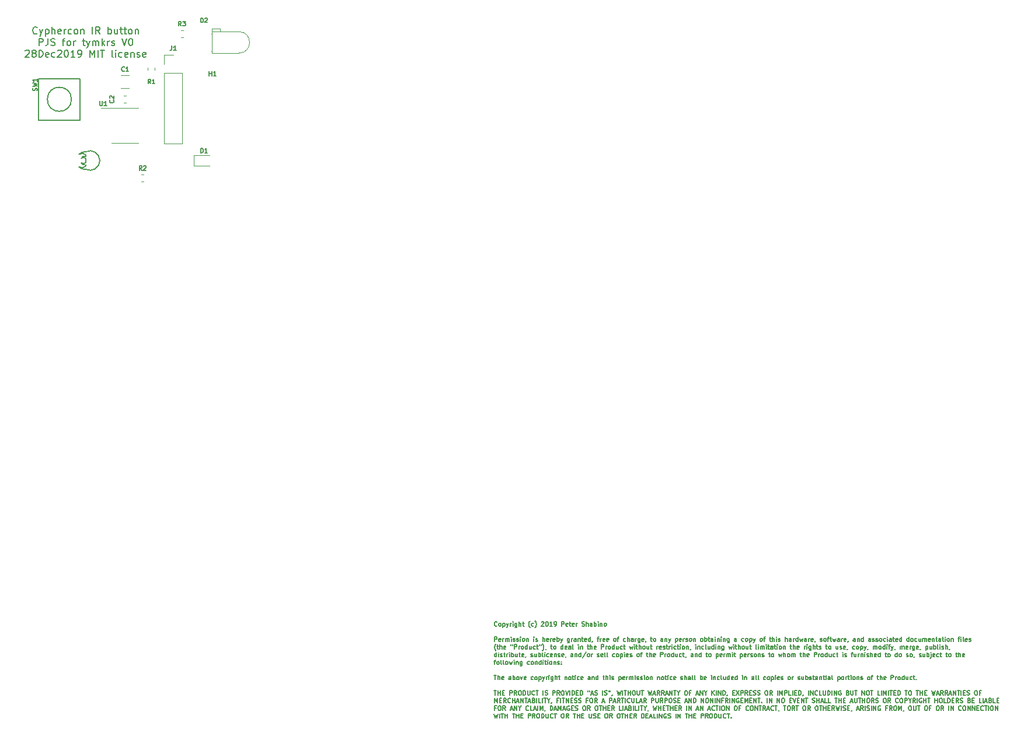
<source format=gto>
G04 #@! TF.GenerationSoftware,KiCad,Pcbnew,(5.1.5)-3*
G04 #@! TF.CreationDate,2019-12-28T19:55:40-06:00*
G04 #@! TF.ProjectId,tymkrs_Cyphercon_2020_IRbutton,74796d6b-7273-45f4-9379-70686572636f,V0*
G04 #@! TF.SameCoordinates,Original*
G04 #@! TF.FileFunction,Legend,Top*
G04 #@! TF.FilePolarity,Positive*
%FSLAX46Y46*%
G04 Gerber Fmt 4.6, Leading zero omitted, Abs format (unit mm)*
G04 Created by KiCad (PCBNEW (5.1.5)-3) date 2019-12-28 19:55:40*
%MOMM*%
%LPD*%
G04 APERTURE LIST*
%ADD10C,0.158750*%
%ADD11C,0.120000*%
%ADD12C,0.150000*%
%ADD13C,0.177800*%
%ADD14C,0.127000*%
%ADD15C,2.852400*%
%ADD16C,0.100000*%
%ADD17R,1.452400X1.702400*%
%ADD18O,1.852400X1.852400*%
%ADD19R,1.852400X1.852400*%
%ADD20C,0.787400*%
%ADD21C,1.952400*%
%ADD22R,1.952400X1.952400*%
G04 APERTURE END LIST*
D10*
X143455571Y-81230107D02*
X143407190Y-81278488D01*
X143262047Y-81326869D01*
X143165285Y-81326869D01*
X143020142Y-81278488D01*
X142923380Y-81181726D01*
X142875000Y-81084964D01*
X142826619Y-80891440D01*
X142826619Y-80746297D01*
X142875000Y-80552773D01*
X142923380Y-80456011D01*
X143020142Y-80359250D01*
X143165285Y-80310869D01*
X143262047Y-80310869D01*
X143407190Y-80359250D01*
X143455571Y-80407630D01*
X143794238Y-80649535D02*
X144036142Y-81326869D01*
X144278047Y-80649535D02*
X144036142Y-81326869D01*
X143939380Y-81568773D01*
X143891000Y-81617154D01*
X143794238Y-81665535D01*
X144665095Y-80649535D02*
X144665095Y-81665535D01*
X144665095Y-80697916D02*
X144761857Y-80649535D01*
X144955380Y-80649535D01*
X145052142Y-80697916D01*
X145100523Y-80746297D01*
X145148904Y-80843059D01*
X145148904Y-81133345D01*
X145100523Y-81230107D01*
X145052142Y-81278488D01*
X144955380Y-81326869D01*
X144761857Y-81326869D01*
X144665095Y-81278488D01*
X145584333Y-81326869D02*
X145584333Y-80310869D01*
X146019761Y-81326869D02*
X146019761Y-80794678D01*
X145971380Y-80697916D01*
X145874619Y-80649535D01*
X145729476Y-80649535D01*
X145632714Y-80697916D01*
X145584333Y-80746297D01*
X146890619Y-81278488D02*
X146793857Y-81326869D01*
X146600333Y-81326869D01*
X146503571Y-81278488D01*
X146455190Y-81181726D01*
X146455190Y-80794678D01*
X146503571Y-80697916D01*
X146600333Y-80649535D01*
X146793857Y-80649535D01*
X146890619Y-80697916D01*
X146939000Y-80794678D01*
X146939000Y-80891440D01*
X146455190Y-80988202D01*
X147374428Y-81326869D02*
X147374428Y-80649535D01*
X147374428Y-80843059D02*
X147422809Y-80746297D01*
X147471190Y-80697916D01*
X147567952Y-80649535D01*
X147664714Y-80649535D01*
X148438809Y-81278488D02*
X148342047Y-81326869D01*
X148148523Y-81326869D01*
X148051761Y-81278488D01*
X148003380Y-81230107D01*
X147955000Y-81133345D01*
X147955000Y-80843059D01*
X148003380Y-80746297D01*
X148051761Y-80697916D01*
X148148523Y-80649535D01*
X148342047Y-80649535D01*
X148438809Y-80697916D01*
X149019380Y-81326869D02*
X148922619Y-81278488D01*
X148874238Y-81230107D01*
X148825857Y-81133345D01*
X148825857Y-80843059D01*
X148874238Y-80746297D01*
X148922619Y-80697916D01*
X149019380Y-80649535D01*
X149164523Y-80649535D01*
X149261285Y-80697916D01*
X149309666Y-80746297D01*
X149358047Y-80843059D01*
X149358047Y-81133345D01*
X149309666Y-81230107D01*
X149261285Y-81278488D01*
X149164523Y-81326869D01*
X149019380Y-81326869D01*
X149793476Y-80649535D02*
X149793476Y-81326869D01*
X149793476Y-80746297D02*
X149841857Y-80697916D01*
X149938619Y-80649535D01*
X150083761Y-80649535D01*
X150180523Y-80697916D01*
X150228904Y-80794678D01*
X150228904Y-81326869D01*
X151486809Y-81326869D02*
X151486809Y-80310869D01*
X152551190Y-81326869D02*
X152212523Y-80843059D01*
X151970619Y-81326869D02*
X151970619Y-80310869D01*
X152357666Y-80310869D01*
X152454428Y-80359250D01*
X152502809Y-80407630D01*
X152551190Y-80504392D01*
X152551190Y-80649535D01*
X152502809Y-80746297D01*
X152454428Y-80794678D01*
X152357666Y-80843059D01*
X151970619Y-80843059D01*
X153760714Y-81326869D02*
X153760714Y-80310869D01*
X153760714Y-80697916D02*
X153857476Y-80649535D01*
X154051000Y-80649535D01*
X154147761Y-80697916D01*
X154196142Y-80746297D01*
X154244523Y-80843059D01*
X154244523Y-81133345D01*
X154196142Y-81230107D01*
X154147761Y-81278488D01*
X154051000Y-81326869D01*
X153857476Y-81326869D01*
X153760714Y-81278488D01*
X155115380Y-80649535D02*
X155115380Y-81326869D01*
X154679952Y-80649535D02*
X154679952Y-81181726D01*
X154728333Y-81278488D01*
X154825095Y-81326869D01*
X154970238Y-81326869D01*
X155067000Y-81278488D01*
X155115380Y-81230107D01*
X155454047Y-80649535D02*
X155841095Y-80649535D01*
X155599190Y-80310869D02*
X155599190Y-81181726D01*
X155647571Y-81278488D01*
X155744333Y-81326869D01*
X155841095Y-81326869D01*
X156034619Y-80649535D02*
X156421666Y-80649535D01*
X156179761Y-80310869D02*
X156179761Y-81181726D01*
X156228142Y-81278488D01*
X156324904Y-81326869D01*
X156421666Y-81326869D01*
X156905476Y-81326869D02*
X156808714Y-81278488D01*
X156760333Y-81230107D01*
X156711952Y-81133345D01*
X156711952Y-80843059D01*
X156760333Y-80746297D01*
X156808714Y-80697916D01*
X156905476Y-80649535D01*
X157050619Y-80649535D01*
X157147380Y-80697916D01*
X157195761Y-80746297D01*
X157244142Y-80843059D01*
X157244142Y-81133345D01*
X157195761Y-81230107D01*
X157147380Y-81278488D01*
X157050619Y-81326869D01*
X156905476Y-81326869D01*
X157679571Y-80649535D02*
X157679571Y-81326869D01*
X157679571Y-80746297D02*
X157727952Y-80697916D01*
X157824714Y-80649535D01*
X157969857Y-80649535D01*
X158066619Y-80697916D01*
X158115000Y-80794678D01*
X158115000Y-81326869D01*
X143721666Y-83009619D02*
X143721666Y-81993619D01*
X144108714Y-81993619D01*
X144205476Y-82042000D01*
X144253857Y-82090380D01*
X144302238Y-82187142D01*
X144302238Y-82332285D01*
X144253857Y-82429047D01*
X144205476Y-82477428D01*
X144108714Y-82525809D01*
X143721666Y-82525809D01*
X145027952Y-81993619D02*
X145027952Y-82719333D01*
X144979571Y-82864476D01*
X144882809Y-82961238D01*
X144737666Y-83009619D01*
X144640904Y-83009619D01*
X145463380Y-82961238D02*
X145608523Y-83009619D01*
X145850428Y-83009619D01*
X145947190Y-82961238D01*
X145995571Y-82912857D01*
X146043952Y-82816095D01*
X146043952Y-82719333D01*
X145995571Y-82622571D01*
X145947190Y-82574190D01*
X145850428Y-82525809D01*
X145656904Y-82477428D01*
X145560142Y-82429047D01*
X145511761Y-82380666D01*
X145463380Y-82283904D01*
X145463380Y-82187142D01*
X145511761Y-82090380D01*
X145560142Y-82042000D01*
X145656904Y-81993619D01*
X145898809Y-81993619D01*
X146043952Y-82042000D01*
X147108333Y-82332285D02*
X147495380Y-82332285D01*
X147253476Y-83009619D02*
X147253476Y-82138761D01*
X147301857Y-82042000D01*
X147398619Y-81993619D01*
X147495380Y-81993619D01*
X147979190Y-83009619D02*
X147882428Y-82961238D01*
X147834047Y-82912857D01*
X147785666Y-82816095D01*
X147785666Y-82525809D01*
X147834047Y-82429047D01*
X147882428Y-82380666D01*
X147979190Y-82332285D01*
X148124333Y-82332285D01*
X148221095Y-82380666D01*
X148269476Y-82429047D01*
X148317857Y-82525809D01*
X148317857Y-82816095D01*
X148269476Y-82912857D01*
X148221095Y-82961238D01*
X148124333Y-83009619D01*
X147979190Y-83009619D01*
X148753285Y-83009619D02*
X148753285Y-82332285D01*
X148753285Y-82525809D02*
X148801666Y-82429047D01*
X148850047Y-82380666D01*
X148946809Y-82332285D01*
X149043571Y-82332285D01*
X150011190Y-82332285D02*
X150398238Y-82332285D01*
X150156333Y-81993619D02*
X150156333Y-82864476D01*
X150204714Y-82961238D01*
X150301476Y-83009619D01*
X150398238Y-83009619D01*
X150640142Y-82332285D02*
X150882047Y-83009619D01*
X151123952Y-82332285D02*
X150882047Y-83009619D01*
X150785285Y-83251523D01*
X150736904Y-83299904D01*
X150640142Y-83348285D01*
X151511000Y-83009619D02*
X151511000Y-82332285D01*
X151511000Y-82429047D02*
X151559380Y-82380666D01*
X151656142Y-82332285D01*
X151801285Y-82332285D01*
X151898047Y-82380666D01*
X151946428Y-82477428D01*
X151946428Y-83009619D01*
X151946428Y-82477428D02*
X151994809Y-82380666D01*
X152091571Y-82332285D01*
X152236714Y-82332285D01*
X152333476Y-82380666D01*
X152381857Y-82477428D01*
X152381857Y-83009619D01*
X152865666Y-83009619D02*
X152865666Y-81993619D01*
X152962428Y-82622571D02*
X153252714Y-83009619D01*
X153252714Y-82332285D02*
X152865666Y-82719333D01*
X153688142Y-83009619D02*
X153688142Y-82332285D01*
X153688142Y-82525809D02*
X153736523Y-82429047D01*
X153784904Y-82380666D01*
X153881666Y-82332285D01*
X153978428Y-82332285D01*
X154268714Y-82961238D02*
X154365476Y-83009619D01*
X154559000Y-83009619D01*
X154655761Y-82961238D01*
X154704142Y-82864476D01*
X154704142Y-82816095D01*
X154655761Y-82719333D01*
X154559000Y-82670952D01*
X154413857Y-82670952D01*
X154317095Y-82622571D01*
X154268714Y-82525809D01*
X154268714Y-82477428D01*
X154317095Y-82380666D01*
X154413857Y-82332285D01*
X154559000Y-82332285D01*
X154655761Y-82380666D01*
X155768523Y-81993619D02*
X156107190Y-83009619D01*
X156445857Y-81993619D01*
X156978047Y-81993619D02*
X157074809Y-81993619D01*
X157171571Y-82042000D01*
X157219952Y-82090380D01*
X157268333Y-82187142D01*
X157316714Y-82380666D01*
X157316714Y-82622571D01*
X157268333Y-82816095D01*
X157219952Y-82912857D01*
X157171571Y-82961238D01*
X157074809Y-83009619D01*
X156978047Y-83009619D01*
X156881285Y-82961238D01*
X156832904Y-82912857D01*
X156784523Y-82816095D01*
X156736142Y-82622571D01*
X156736142Y-82380666D01*
X156784523Y-82187142D01*
X156832904Y-82090380D01*
X156881285Y-82042000D01*
X156978047Y-81993619D01*
X141738047Y-83773130D02*
X141786428Y-83724750D01*
X141883190Y-83676369D01*
X142125095Y-83676369D01*
X142221857Y-83724750D01*
X142270238Y-83773130D01*
X142318619Y-83869892D01*
X142318619Y-83966654D01*
X142270238Y-84111797D01*
X141689666Y-84692369D01*
X142318619Y-84692369D01*
X142899190Y-84111797D02*
X142802428Y-84063416D01*
X142754047Y-84015035D01*
X142705666Y-83918273D01*
X142705666Y-83869892D01*
X142754047Y-83773130D01*
X142802428Y-83724750D01*
X142899190Y-83676369D01*
X143092714Y-83676369D01*
X143189476Y-83724750D01*
X143237857Y-83773130D01*
X143286238Y-83869892D01*
X143286238Y-83918273D01*
X143237857Y-84015035D01*
X143189476Y-84063416D01*
X143092714Y-84111797D01*
X142899190Y-84111797D01*
X142802428Y-84160178D01*
X142754047Y-84208559D01*
X142705666Y-84305321D01*
X142705666Y-84498845D01*
X142754047Y-84595607D01*
X142802428Y-84643988D01*
X142899190Y-84692369D01*
X143092714Y-84692369D01*
X143189476Y-84643988D01*
X143237857Y-84595607D01*
X143286238Y-84498845D01*
X143286238Y-84305321D01*
X143237857Y-84208559D01*
X143189476Y-84160178D01*
X143092714Y-84111797D01*
X143721666Y-84692369D02*
X143721666Y-83676369D01*
X143963571Y-83676369D01*
X144108714Y-83724750D01*
X144205476Y-83821511D01*
X144253857Y-83918273D01*
X144302238Y-84111797D01*
X144302238Y-84256940D01*
X144253857Y-84450464D01*
X144205476Y-84547226D01*
X144108714Y-84643988D01*
X143963571Y-84692369D01*
X143721666Y-84692369D01*
X145124714Y-84643988D02*
X145027952Y-84692369D01*
X144834428Y-84692369D01*
X144737666Y-84643988D01*
X144689285Y-84547226D01*
X144689285Y-84160178D01*
X144737666Y-84063416D01*
X144834428Y-84015035D01*
X145027952Y-84015035D01*
X145124714Y-84063416D01*
X145173095Y-84160178D01*
X145173095Y-84256940D01*
X144689285Y-84353702D01*
X146043952Y-84643988D02*
X145947190Y-84692369D01*
X145753666Y-84692369D01*
X145656904Y-84643988D01*
X145608523Y-84595607D01*
X145560142Y-84498845D01*
X145560142Y-84208559D01*
X145608523Y-84111797D01*
X145656904Y-84063416D01*
X145753666Y-84015035D01*
X145947190Y-84015035D01*
X146043952Y-84063416D01*
X146431000Y-83773130D02*
X146479380Y-83724750D01*
X146576142Y-83676369D01*
X146818047Y-83676369D01*
X146914809Y-83724750D01*
X146963190Y-83773130D01*
X147011571Y-83869892D01*
X147011571Y-83966654D01*
X146963190Y-84111797D01*
X146382619Y-84692369D01*
X147011571Y-84692369D01*
X147640523Y-83676369D02*
X147737285Y-83676369D01*
X147834047Y-83724750D01*
X147882428Y-83773130D01*
X147930809Y-83869892D01*
X147979190Y-84063416D01*
X147979190Y-84305321D01*
X147930809Y-84498845D01*
X147882428Y-84595607D01*
X147834047Y-84643988D01*
X147737285Y-84692369D01*
X147640523Y-84692369D01*
X147543761Y-84643988D01*
X147495380Y-84595607D01*
X147447000Y-84498845D01*
X147398619Y-84305321D01*
X147398619Y-84063416D01*
X147447000Y-83869892D01*
X147495380Y-83773130D01*
X147543761Y-83724750D01*
X147640523Y-83676369D01*
X148946809Y-84692369D02*
X148366238Y-84692369D01*
X148656523Y-84692369D02*
X148656523Y-83676369D01*
X148559761Y-83821511D01*
X148463000Y-83918273D01*
X148366238Y-83966654D01*
X149430619Y-84692369D02*
X149624142Y-84692369D01*
X149720904Y-84643988D01*
X149769285Y-84595607D01*
X149866047Y-84450464D01*
X149914428Y-84256940D01*
X149914428Y-83869892D01*
X149866047Y-83773130D01*
X149817666Y-83724750D01*
X149720904Y-83676369D01*
X149527380Y-83676369D01*
X149430619Y-83724750D01*
X149382238Y-83773130D01*
X149333857Y-83869892D01*
X149333857Y-84111797D01*
X149382238Y-84208559D01*
X149430619Y-84256940D01*
X149527380Y-84305321D01*
X149720904Y-84305321D01*
X149817666Y-84256940D01*
X149866047Y-84208559D01*
X149914428Y-84111797D01*
X151123952Y-84692369D02*
X151123952Y-83676369D01*
X151462619Y-84402083D01*
X151801285Y-83676369D01*
X151801285Y-84692369D01*
X152285095Y-84692369D02*
X152285095Y-83676369D01*
X152623761Y-83676369D02*
X153204333Y-83676369D01*
X152914047Y-84692369D02*
X152914047Y-83676369D01*
X154462238Y-84692369D02*
X154365476Y-84643988D01*
X154317095Y-84547226D01*
X154317095Y-83676369D01*
X154849285Y-84692369D02*
X154849285Y-84015035D01*
X154849285Y-83676369D02*
X154800904Y-83724750D01*
X154849285Y-83773130D01*
X154897666Y-83724750D01*
X154849285Y-83676369D01*
X154849285Y-83773130D01*
X155768523Y-84643988D02*
X155671761Y-84692369D01*
X155478238Y-84692369D01*
X155381476Y-84643988D01*
X155333095Y-84595607D01*
X155284714Y-84498845D01*
X155284714Y-84208559D01*
X155333095Y-84111797D01*
X155381476Y-84063416D01*
X155478238Y-84015035D01*
X155671761Y-84015035D01*
X155768523Y-84063416D01*
X156591000Y-84643988D02*
X156494238Y-84692369D01*
X156300714Y-84692369D01*
X156203952Y-84643988D01*
X156155571Y-84547226D01*
X156155571Y-84160178D01*
X156203952Y-84063416D01*
X156300714Y-84015035D01*
X156494238Y-84015035D01*
X156591000Y-84063416D01*
X156639380Y-84160178D01*
X156639380Y-84256940D01*
X156155571Y-84353702D01*
X157074809Y-84015035D02*
X157074809Y-84692369D01*
X157074809Y-84111797D02*
X157123190Y-84063416D01*
X157219952Y-84015035D01*
X157365095Y-84015035D01*
X157461857Y-84063416D01*
X157510238Y-84160178D01*
X157510238Y-84692369D01*
X157945666Y-84643988D02*
X158042428Y-84692369D01*
X158235952Y-84692369D01*
X158332714Y-84643988D01*
X158381095Y-84547226D01*
X158381095Y-84498845D01*
X158332714Y-84402083D01*
X158235952Y-84353702D01*
X158090809Y-84353702D01*
X157994047Y-84305321D01*
X157945666Y-84208559D01*
X157945666Y-84160178D01*
X157994047Y-84063416D01*
X158090809Y-84015035D01*
X158235952Y-84015035D01*
X158332714Y-84063416D01*
X159203571Y-84643988D02*
X159106809Y-84692369D01*
X158913285Y-84692369D01*
X158816523Y-84643988D01*
X158768142Y-84547226D01*
X158768142Y-84160178D01*
X158816523Y-84063416D01*
X158913285Y-84015035D01*
X159106809Y-84015035D01*
X159203571Y-84063416D01*
X159251952Y-84160178D01*
X159251952Y-84256940D01*
X158768142Y-84353702D01*
X210167235Y-167152410D02*
X210136997Y-167182648D01*
X210046282Y-167212886D01*
X209985806Y-167212886D01*
X209895092Y-167182648D01*
X209834616Y-167122172D01*
X209804377Y-167061696D01*
X209774139Y-166940744D01*
X209774139Y-166850029D01*
X209804377Y-166729077D01*
X209834616Y-166668601D01*
X209895092Y-166608125D01*
X209985806Y-166577886D01*
X210046282Y-166577886D01*
X210136997Y-166608125D01*
X210167235Y-166638363D01*
X210530092Y-167212886D02*
X210469616Y-167182648D01*
X210439377Y-167152410D01*
X210409139Y-167091934D01*
X210409139Y-166910505D01*
X210439377Y-166850029D01*
X210469616Y-166819791D01*
X210530092Y-166789553D01*
X210620806Y-166789553D01*
X210681282Y-166819791D01*
X210711520Y-166850029D01*
X210741758Y-166910505D01*
X210741758Y-167091934D01*
X210711520Y-167152410D01*
X210681282Y-167182648D01*
X210620806Y-167212886D01*
X210530092Y-167212886D01*
X211013901Y-166789553D02*
X211013901Y-167424553D01*
X211013901Y-166819791D02*
X211074377Y-166789553D01*
X211195330Y-166789553D01*
X211255806Y-166819791D01*
X211286044Y-166850029D01*
X211316282Y-166910505D01*
X211316282Y-167091934D01*
X211286044Y-167152410D01*
X211255806Y-167182648D01*
X211195330Y-167212886D01*
X211074377Y-167212886D01*
X211013901Y-167182648D01*
X211527949Y-166789553D02*
X211679139Y-167212886D01*
X211830330Y-166789553D02*
X211679139Y-167212886D01*
X211618663Y-167364077D01*
X211588425Y-167394315D01*
X211527949Y-167424553D01*
X212072235Y-167212886D02*
X212072235Y-166789553D01*
X212072235Y-166910505D02*
X212102473Y-166850029D01*
X212132711Y-166819791D01*
X212193187Y-166789553D01*
X212253663Y-166789553D01*
X212465330Y-167212886D02*
X212465330Y-166789553D01*
X212465330Y-166577886D02*
X212435092Y-166608125D01*
X212465330Y-166638363D01*
X212495568Y-166608125D01*
X212465330Y-166577886D01*
X212465330Y-166638363D01*
X213039854Y-166789553D02*
X213039854Y-167303601D01*
X213009616Y-167364077D01*
X212979377Y-167394315D01*
X212918901Y-167424553D01*
X212828187Y-167424553D01*
X212767711Y-167394315D01*
X213039854Y-167182648D02*
X212979377Y-167212886D01*
X212858425Y-167212886D01*
X212797949Y-167182648D01*
X212767711Y-167152410D01*
X212737473Y-167091934D01*
X212737473Y-166910505D01*
X212767711Y-166850029D01*
X212797949Y-166819791D01*
X212858425Y-166789553D01*
X212979377Y-166789553D01*
X213039854Y-166819791D01*
X213342235Y-167212886D02*
X213342235Y-166577886D01*
X213614377Y-167212886D02*
X213614377Y-166880267D01*
X213584139Y-166819791D01*
X213523663Y-166789553D01*
X213432949Y-166789553D01*
X213372473Y-166819791D01*
X213342235Y-166850029D01*
X213826044Y-166789553D02*
X214067949Y-166789553D01*
X213916758Y-166577886D02*
X213916758Y-167122172D01*
X213946997Y-167182648D01*
X214007473Y-167212886D01*
X214067949Y-167212886D01*
X214944854Y-167454791D02*
X214914616Y-167424553D01*
X214854139Y-167333839D01*
X214823901Y-167273363D01*
X214793663Y-167182648D01*
X214763425Y-167031458D01*
X214763425Y-166910505D01*
X214793663Y-166759315D01*
X214823901Y-166668601D01*
X214854139Y-166608125D01*
X214914616Y-166517410D01*
X214944854Y-166487172D01*
X215458901Y-167182648D02*
X215398425Y-167212886D01*
X215277473Y-167212886D01*
X215216997Y-167182648D01*
X215186758Y-167152410D01*
X215156520Y-167091934D01*
X215156520Y-166910505D01*
X215186758Y-166850029D01*
X215216997Y-166819791D01*
X215277473Y-166789553D01*
X215398425Y-166789553D01*
X215458901Y-166819791D01*
X215670568Y-167454791D02*
X215700806Y-167424553D01*
X215761282Y-167333839D01*
X215791520Y-167273363D01*
X215821758Y-167182648D01*
X215851997Y-167031458D01*
X215851997Y-166910505D01*
X215821758Y-166759315D01*
X215791520Y-166668601D01*
X215761282Y-166608125D01*
X215700806Y-166517410D01*
X215670568Y-166487172D01*
X216607949Y-166638363D02*
X216638187Y-166608125D01*
X216698663Y-166577886D01*
X216849854Y-166577886D01*
X216910330Y-166608125D01*
X216940568Y-166638363D01*
X216970806Y-166698839D01*
X216970806Y-166759315D01*
X216940568Y-166850029D01*
X216577711Y-167212886D01*
X216970806Y-167212886D01*
X217363901Y-166577886D02*
X217424377Y-166577886D01*
X217484854Y-166608125D01*
X217515092Y-166638363D01*
X217545330Y-166698839D01*
X217575568Y-166819791D01*
X217575568Y-166970982D01*
X217545330Y-167091934D01*
X217515092Y-167152410D01*
X217484854Y-167182648D01*
X217424377Y-167212886D01*
X217363901Y-167212886D01*
X217303425Y-167182648D01*
X217273187Y-167152410D01*
X217242949Y-167091934D01*
X217212711Y-166970982D01*
X217212711Y-166819791D01*
X217242949Y-166698839D01*
X217273187Y-166638363D01*
X217303425Y-166608125D01*
X217363901Y-166577886D01*
X218180330Y-167212886D02*
X217817473Y-167212886D01*
X217998901Y-167212886D02*
X217998901Y-166577886D01*
X217938425Y-166668601D01*
X217877949Y-166729077D01*
X217817473Y-166759315D01*
X218482711Y-167212886D02*
X218603663Y-167212886D01*
X218664139Y-167182648D01*
X218694377Y-167152410D01*
X218754854Y-167061696D01*
X218785092Y-166940744D01*
X218785092Y-166698839D01*
X218754854Y-166638363D01*
X218724616Y-166608125D01*
X218664139Y-166577886D01*
X218543187Y-166577886D01*
X218482711Y-166608125D01*
X218452473Y-166638363D01*
X218422235Y-166698839D01*
X218422235Y-166850029D01*
X218452473Y-166910505D01*
X218482711Y-166940744D01*
X218543187Y-166970982D01*
X218664139Y-166970982D01*
X218724616Y-166940744D01*
X218754854Y-166910505D01*
X218785092Y-166850029D01*
X219541044Y-167212886D02*
X219541044Y-166577886D01*
X219782949Y-166577886D01*
X219843425Y-166608125D01*
X219873663Y-166638363D01*
X219903901Y-166698839D01*
X219903901Y-166789553D01*
X219873663Y-166850029D01*
X219843425Y-166880267D01*
X219782949Y-166910505D01*
X219541044Y-166910505D01*
X220417949Y-167182648D02*
X220357473Y-167212886D01*
X220236520Y-167212886D01*
X220176044Y-167182648D01*
X220145806Y-167122172D01*
X220145806Y-166880267D01*
X220176044Y-166819791D01*
X220236520Y-166789553D01*
X220357473Y-166789553D01*
X220417949Y-166819791D01*
X220448187Y-166880267D01*
X220448187Y-166940744D01*
X220145806Y-167001220D01*
X220629616Y-166789553D02*
X220871520Y-166789553D01*
X220720330Y-166577886D02*
X220720330Y-167122172D01*
X220750568Y-167182648D01*
X220811044Y-167212886D01*
X220871520Y-167212886D01*
X221325092Y-167182648D02*
X221264616Y-167212886D01*
X221143663Y-167212886D01*
X221083187Y-167182648D01*
X221052949Y-167122172D01*
X221052949Y-166880267D01*
X221083187Y-166819791D01*
X221143663Y-166789553D01*
X221264616Y-166789553D01*
X221325092Y-166819791D01*
X221355330Y-166880267D01*
X221355330Y-166940744D01*
X221052949Y-167001220D01*
X221627473Y-167212886D02*
X221627473Y-166789553D01*
X221627473Y-166910505D02*
X221657711Y-166850029D01*
X221687949Y-166819791D01*
X221748425Y-166789553D01*
X221808901Y-166789553D01*
X222474139Y-167182648D02*
X222564854Y-167212886D01*
X222716044Y-167212886D01*
X222776520Y-167182648D01*
X222806758Y-167152410D01*
X222836997Y-167091934D01*
X222836997Y-167031458D01*
X222806758Y-166970982D01*
X222776520Y-166940744D01*
X222716044Y-166910505D01*
X222595092Y-166880267D01*
X222534616Y-166850029D01*
X222504377Y-166819791D01*
X222474139Y-166759315D01*
X222474139Y-166698839D01*
X222504377Y-166638363D01*
X222534616Y-166608125D01*
X222595092Y-166577886D01*
X222746282Y-166577886D01*
X222836997Y-166608125D01*
X223109139Y-167212886D02*
X223109139Y-166577886D01*
X223381282Y-167212886D02*
X223381282Y-166880267D01*
X223351044Y-166819791D01*
X223290568Y-166789553D01*
X223199854Y-166789553D01*
X223139377Y-166819791D01*
X223109139Y-166850029D01*
X223955806Y-167212886D02*
X223955806Y-166880267D01*
X223925568Y-166819791D01*
X223865092Y-166789553D01*
X223744139Y-166789553D01*
X223683663Y-166819791D01*
X223955806Y-167182648D02*
X223895330Y-167212886D01*
X223744139Y-167212886D01*
X223683663Y-167182648D01*
X223653425Y-167122172D01*
X223653425Y-167061696D01*
X223683663Y-167001220D01*
X223744139Y-166970982D01*
X223895330Y-166970982D01*
X223955806Y-166940744D01*
X224258187Y-167212886D02*
X224258187Y-166577886D01*
X224258187Y-166819791D02*
X224318663Y-166789553D01*
X224439616Y-166789553D01*
X224500092Y-166819791D01*
X224530330Y-166850029D01*
X224560568Y-166910505D01*
X224560568Y-167091934D01*
X224530330Y-167152410D01*
X224500092Y-167182648D01*
X224439616Y-167212886D01*
X224318663Y-167212886D01*
X224258187Y-167182648D01*
X224832711Y-167212886D02*
X224832711Y-166789553D01*
X224832711Y-166577886D02*
X224802473Y-166608125D01*
X224832711Y-166638363D01*
X224862949Y-166608125D01*
X224832711Y-166577886D01*
X224832711Y-166638363D01*
X225135092Y-166789553D02*
X225135092Y-167212886D01*
X225135092Y-166850029D02*
X225165330Y-166819791D01*
X225225806Y-166789553D01*
X225316520Y-166789553D01*
X225376997Y-166819791D01*
X225407235Y-166880267D01*
X225407235Y-167212886D01*
X225800330Y-167212886D02*
X225739854Y-167182648D01*
X225709616Y-167152410D01*
X225679377Y-167091934D01*
X225679377Y-166910505D01*
X225709616Y-166850029D01*
X225739854Y-166819791D01*
X225800330Y-166789553D01*
X225891044Y-166789553D01*
X225951520Y-166819791D01*
X225981758Y-166850029D01*
X226011997Y-166910505D01*
X226011997Y-167091934D01*
X225981758Y-167152410D01*
X225951520Y-167182648D01*
X225891044Y-167212886D01*
X225800330Y-167212886D01*
X209804377Y-169435386D02*
X209804377Y-168800386D01*
X210046282Y-168800386D01*
X210106758Y-168830625D01*
X210136997Y-168860863D01*
X210167235Y-168921339D01*
X210167235Y-169012053D01*
X210136997Y-169072529D01*
X210106758Y-169102767D01*
X210046282Y-169133005D01*
X209804377Y-169133005D01*
X210681282Y-169405148D02*
X210620806Y-169435386D01*
X210499854Y-169435386D01*
X210439377Y-169405148D01*
X210409139Y-169344672D01*
X210409139Y-169102767D01*
X210439377Y-169042291D01*
X210499854Y-169012053D01*
X210620806Y-169012053D01*
X210681282Y-169042291D01*
X210711520Y-169102767D01*
X210711520Y-169163244D01*
X210409139Y-169223720D01*
X210983663Y-169435386D02*
X210983663Y-169012053D01*
X210983663Y-169133005D02*
X211013901Y-169072529D01*
X211044139Y-169042291D01*
X211104616Y-169012053D01*
X211165092Y-169012053D01*
X211376758Y-169435386D02*
X211376758Y-169012053D01*
X211376758Y-169072529D02*
X211406997Y-169042291D01*
X211467473Y-169012053D01*
X211558187Y-169012053D01*
X211618663Y-169042291D01*
X211648901Y-169102767D01*
X211648901Y-169435386D01*
X211648901Y-169102767D02*
X211679139Y-169042291D01*
X211739616Y-169012053D01*
X211830330Y-169012053D01*
X211890806Y-169042291D01*
X211921044Y-169102767D01*
X211921044Y-169435386D01*
X212223425Y-169435386D02*
X212223425Y-169012053D01*
X212223425Y-168800386D02*
X212193187Y-168830625D01*
X212223425Y-168860863D01*
X212253663Y-168830625D01*
X212223425Y-168800386D01*
X212223425Y-168860863D01*
X212495568Y-169405148D02*
X212556044Y-169435386D01*
X212676997Y-169435386D01*
X212737473Y-169405148D01*
X212767711Y-169344672D01*
X212767711Y-169314434D01*
X212737473Y-169253958D01*
X212676997Y-169223720D01*
X212586282Y-169223720D01*
X212525806Y-169193482D01*
X212495568Y-169133005D01*
X212495568Y-169102767D01*
X212525806Y-169042291D01*
X212586282Y-169012053D01*
X212676997Y-169012053D01*
X212737473Y-169042291D01*
X213009616Y-169405148D02*
X213070092Y-169435386D01*
X213191044Y-169435386D01*
X213251520Y-169405148D01*
X213281758Y-169344672D01*
X213281758Y-169314434D01*
X213251520Y-169253958D01*
X213191044Y-169223720D01*
X213100330Y-169223720D01*
X213039854Y-169193482D01*
X213009616Y-169133005D01*
X213009616Y-169102767D01*
X213039854Y-169042291D01*
X213100330Y-169012053D01*
X213191044Y-169012053D01*
X213251520Y-169042291D01*
X213553901Y-169435386D02*
X213553901Y-169012053D01*
X213553901Y-168800386D02*
X213523663Y-168830625D01*
X213553901Y-168860863D01*
X213584139Y-168830625D01*
X213553901Y-168800386D01*
X213553901Y-168860863D01*
X213946997Y-169435386D02*
X213886520Y-169405148D01*
X213856282Y-169374910D01*
X213826044Y-169314434D01*
X213826044Y-169133005D01*
X213856282Y-169072529D01*
X213886520Y-169042291D01*
X213946997Y-169012053D01*
X214037711Y-169012053D01*
X214098187Y-169042291D01*
X214128425Y-169072529D01*
X214158663Y-169133005D01*
X214158663Y-169314434D01*
X214128425Y-169374910D01*
X214098187Y-169405148D01*
X214037711Y-169435386D01*
X213946997Y-169435386D01*
X214430806Y-169012053D02*
X214430806Y-169435386D01*
X214430806Y-169072529D02*
X214461044Y-169042291D01*
X214521520Y-169012053D01*
X214612235Y-169012053D01*
X214672711Y-169042291D01*
X214702949Y-169102767D01*
X214702949Y-169435386D01*
X215489139Y-169435386D02*
X215489139Y-169012053D01*
X215489139Y-168800386D02*
X215458901Y-168830625D01*
X215489139Y-168860863D01*
X215519377Y-168830625D01*
X215489139Y-168800386D01*
X215489139Y-168860863D01*
X215761282Y-169405148D02*
X215821758Y-169435386D01*
X215942711Y-169435386D01*
X216003187Y-169405148D01*
X216033425Y-169344672D01*
X216033425Y-169314434D01*
X216003187Y-169253958D01*
X215942711Y-169223720D01*
X215851997Y-169223720D01*
X215791520Y-169193482D01*
X215761282Y-169133005D01*
X215761282Y-169102767D01*
X215791520Y-169042291D01*
X215851997Y-169012053D01*
X215942711Y-169012053D01*
X216003187Y-169042291D01*
X216789377Y-169435386D02*
X216789377Y-168800386D01*
X217061520Y-169435386D02*
X217061520Y-169102767D01*
X217031282Y-169042291D01*
X216970806Y-169012053D01*
X216880092Y-169012053D01*
X216819616Y-169042291D01*
X216789377Y-169072529D01*
X217605806Y-169405148D02*
X217545330Y-169435386D01*
X217424377Y-169435386D01*
X217363901Y-169405148D01*
X217333663Y-169344672D01*
X217333663Y-169102767D01*
X217363901Y-169042291D01*
X217424377Y-169012053D01*
X217545330Y-169012053D01*
X217605806Y-169042291D01*
X217636044Y-169102767D01*
X217636044Y-169163244D01*
X217333663Y-169223720D01*
X217908187Y-169435386D02*
X217908187Y-169012053D01*
X217908187Y-169133005D02*
X217938425Y-169072529D01*
X217968663Y-169042291D01*
X218029139Y-169012053D01*
X218089616Y-169012053D01*
X218543187Y-169405148D02*
X218482711Y-169435386D01*
X218361758Y-169435386D01*
X218301282Y-169405148D01*
X218271044Y-169344672D01*
X218271044Y-169102767D01*
X218301282Y-169042291D01*
X218361758Y-169012053D01*
X218482711Y-169012053D01*
X218543187Y-169042291D01*
X218573425Y-169102767D01*
X218573425Y-169163244D01*
X218271044Y-169223720D01*
X218845568Y-169435386D02*
X218845568Y-168800386D01*
X218845568Y-169042291D02*
X218906044Y-169012053D01*
X219026997Y-169012053D01*
X219087473Y-169042291D01*
X219117711Y-169072529D01*
X219147949Y-169133005D01*
X219147949Y-169314434D01*
X219117711Y-169374910D01*
X219087473Y-169405148D01*
X219026997Y-169435386D01*
X218906044Y-169435386D01*
X218845568Y-169405148D01*
X219359616Y-169012053D02*
X219510806Y-169435386D01*
X219661997Y-169012053D02*
X219510806Y-169435386D01*
X219450330Y-169586577D01*
X219420092Y-169616815D01*
X219359616Y-169647053D01*
X220659854Y-169012053D02*
X220659854Y-169526101D01*
X220629616Y-169586577D01*
X220599377Y-169616815D01*
X220538901Y-169647053D01*
X220448187Y-169647053D01*
X220387711Y-169616815D01*
X220659854Y-169405148D02*
X220599377Y-169435386D01*
X220478425Y-169435386D01*
X220417949Y-169405148D01*
X220387711Y-169374910D01*
X220357473Y-169314434D01*
X220357473Y-169133005D01*
X220387711Y-169072529D01*
X220417949Y-169042291D01*
X220478425Y-169012053D01*
X220599377Y-169012053D01*
X220659854Y-169042291D01*
X220962235Y-169435386D02*
X220962235Y-169012053D01*
X220962235Y-169133005D02*
X220992473Y-169072529D01*
X221022711Y-169042291D01*
X221083187Y-169012053D01*
X221143663Y-169012053D01*
X221627473Y-169435386D02*
X221627473Y-169102767D01*
X221597235Y-169042291D01*
X221536758Y-169012053D01*
X221415806Y-169012053D01*
X221355330Y-169042291D01*
X221627473Y-169405148D02*
X221566997Y-169435386D01*
X221415806Y-169435386D01*
X221355330Y-169405148D01*
X221325092Y-169344672D01*
X221325092Y-169284196D01*
X221355330Y-169223720D01*
X221415806Y-169193482D01*
X221566997Y-169193482D01*
X221627473Y-169163244D01*
X221929854Y-169012053D02*
X221929854Y-169435386D01*
X221929854Y-169072529D02*
X221960092Y-169042291D01*
X222020568Y-169012053D01*
X222111282Y-169012053D01*
X222171758Y-169042291D01*
X222201997Y-169102767D01*
X222201997Y-169435386D01*
X222413663Y-169012053D02*
X222655568Y-169012053D01*
X222504377Y-168800386D02*
X222504377Y-169344672D01*
X222534616Y-169405148D01*
X222595092Y-169435386D01*
X222655568Y-169435386D01*
X223109139Y-169405148D02*
X223048663Y-169435386D01*
X222927711Y-169435386D01*
X222867235Y-169405148D01*
X222836997Y-169344672D01*
X222836997Y-169102767D01*
X222867235Y-169042291D01*
X222927711Y-169012053D01*
X223048663Y-169012053D01*
X223109139Y-169042291D01*
X223139377Y-169102767D01*
X223139377Y-169163244D01*
X222836997Y-169223720D01*
X223683663Y-169435386D02*
X223683663Y-168800386D01*
X223683663Y-169405148D02*
X223623187Y-169435386D01*
X223502235Y-169435386D01*
X223441758Y-169405148D01*
X223411520Y-169374910D01*
X223381282Y-169314434D01*
X223381282Y-169133005D01*
X223411520Y-169072529D01*
X223441758Y-169042291D01*
X223502235Y-169012053D01*
X223623187Y-169012053D01*
X223683663Y-169042291D01*
X224016282Y-169405148D02*
X224016282Y-169435386D01*
X223986044Y-169495863D01*
X223955806Y-169526101D01*
X224681520Y-169012053D02*
X224923425Y-169012053D01*
X224772235Y-169435386D02*
X224772235Y-168891101D01*
X224802473Y-168830625D01*
X224862949Y-168800386D01*
X224923425Y-168800386D01*
X225135092Y-169435386D02*
X225135092Y-169012053D01*
X225135092Y-169133005D02*
X225165330Y-169072529D01*
X225195568Y-169042291D01*
X225256044Y-169012053D01*
X225316520Y-169012053D01*
X225770092Y-169405148D02*
X225709616Y-169435386D01*
X225588663Y-169435386D01*
X225528187Y-169405148D01*
X225497949Y-169344672D01*
X225497949Y-169102767D01*
X225528187Y-169042291D01*
X225588663Y-169012053D01*
X225709616Y-169012053D01*
X225770092Y-169042291D01*
X225800330Y-169102767D01*
X225800330Y-169163244D01*
X225497949Y-169223720D01*
X226314377Y-169405148D02*
X226253901Y-169435386D01*
X226132949Y-169435386D01*
X226072473Y-169405148D01*
X226042235Y-169344672D01*
X226042235Y-169102767D01*
X226072473Y-169042291D01*
X226132949Y-169012053D01*
X226253901Y-169012053D01*
X226314377Y-169042291D01*
X226344616Y-169102767D01*
X226344616Y-169163244D01*
X226042235Y-169223720D01*
X227191282Y-169435386D02*
X227130806Y-169405148D01*
X227100568Y-169374910D01*
X227070330Y-169314434D01*
X227070330Y-169133005D01*
X227100568Y-169072529D01*
X227130806Y-169042291D01*
X227191282Y-169012053D01*
X227281997Y-169012053D01*
X227342473Y-169042291D01*
X227372711Y-169072529D01*
X227402949Y-169133005D01*
X227402949Y-169314434D01*
X227372711Y-169374910D01*
X227342473Y-169405148D01*
X227281997Y-169435386D01*
X227191282Y-169435386D01*
X227584377Y-169012053D02*
X227826282Y-169012053D01*
X227675092Y-169435386D02*
X227675092Y-168891101D01*
X227705330Y-168830625D01*
X227765806Y-168800386D01*
X227826282Y-168800386D01*
X228793901Y-169405148D02*
X228733425Y-169435386D01*
X228612473Y-169435386D01*
X228551997Y-169405148D01*
X228521758Y-169374910D01*
X228491520Y-169314434D01*
X228491520Y-169133005D01*
X228521758Y-169072529D01*
X228551997Y-169042291D01*
X228612473Y-169012053D01*
X228733425Y-169012053D01*
X228793901Y-169042291D01*
X229066044Y-169435386D02*
X229066044Y-168800386D01*
X229338187Y-169435386D02*
X229338187Y-169102767D01*
X229307949Y-169042291D01*
X229247473Y-169012053D01*
X229156758Y-169012053D01*
X229096282Y-169042291D01*
X229066044Y-169072529D01*
X229912711Y-169435386D02*
X229912711Y-169102767D01*
X229882473Y-169042291D01*
X229821997Y-169012053D01*
X229701044Y-169012053D01*
X229640568Y-169042291D01*
X229912711Y-169405148D02*
X229852235Y-169435386D01*
X229701044Y-169435386D01*
X229640568Y-169405148D01*
X229610330Y-169344672D01*
X229610330Y-169284196D01*
X229640568Y-169223720D01*
X229701044Y-169193482D01*
X229852235Y-169193482D01*
X229912711Y-169163244D01*
X230215092Y-169435386D02*
X230215092Y-169012053D01*
X230215092Y-169133005D02*
X230245330Y-169072529D01*
X230275568Y-169042291D01*
X230336044Y-169012053D01*
X230396520Y-169012053D01*
X230880330Y-169012053D02*
X230880330Y-169526101D01*
X230850092Y-169586577D01*
X230819854Y-169616815D01*
X230759377Y-169647053D01*
X230668663Y-169647053D01*
X230608187Y-169616815D01*
X230880330Y-169405148D02*
X230819854Y-169435386D01*
X230698901Y-169435386D01*
X230638425Y-169405148D01*
X230608187Y-169374910D01*
X230577949Y-169314434D01*
X230577949Y-169133005D01*
X230608187Y-169072529D01*
X230638425Y-169042291D01*
X230698901Y-169012053D01*
X230819854Y-169012053D01*
X230880330Y-169042291D01*
X231424616Y-169405148D02*
X231364139Y-169435386D01*
X231243187Y-169435386D01*
X231182711Y-169405148D01*
X231152473Y-169344672D01*
X231152473Y-169102767D01*
X231182711Y-169042291D01*
X231243187Y-169012053D01*
X231364139Y-169012053D01*
X231424616Y-169042291D01*
X231454854Y-169102767D01*
X231454854Y-169163244D01*
X231152473Y-169223720D01*
X231757235Y-169405148D02*
X231757235Y-169435386D01*
X231726997Y-169495863D01*
X231696758Y-169526101D01*
X232422473Y-169012053D02*
X232664377Y-169012053D01*
X232513187Y-168800386D02*
X232513187Y-169344672D01*
X232543425Y-169405148D01*
X232603901Y-169435386D01*
X232664377Y-169435386D01*
X232966758Y-169435386D02*
X232906282Y-169405148D01*
X232876044Y-169374910D01*
X232845806Y-169314434D01*
X232845806Y-169133005D01*
X232876044Y-169072529D01*
X232906282Y-169042291D01*
X232966758Y-169012053D01*
X233057473Y-169012053D01*
X233117949Y-169042291D01*
X233148187Y-169072529D01*
X233178425Y-169133005D01*
X233178425Y-169314434D01*
X233148187Y-169374910D01*
X233117949Y-169405148D01*
X233057473Y-169435386D01*
X232966758Y-169435386D01*
X234206520Y-169435386D02*
X234206520Y-169102767D01*
X234176282Y-169042291D01*
X234115806Y-169012053D01*
X233994854Y-169012053D01*
X233934377Y-169042291D01*
X234206520Y-169405148D02*
X234146044Y-169435386D01*
X233994854Y-169435386D01*
X233934377Y-169405148D01*
X233904139Y-169344672D01*
X233904139Y-169284196D01*
X233934377Y-169223720D01*
X233994854Y-169193482D01*
X234146044Y-169193482D01*
X234206520Y-169163244D01*
X234508901Y-169012053D02*
X234508901Y-169435386D01*
X234508901Y-169072529D02*
X234539139Y-169042291D01*
X234599616Y-169012053D01*
X234690330Y-169012053D01*
X234750806Y-169042291D01*
X234781044Y-169102767D01*
X234781044Y-169435386D01*
X235022949Y-169012053D02*
X235174139Y-169435386D01*
X235325330Y-169012053D02*
X235174139Y-169435386D01*
X235113663Y-169586577D01*
X235083425Y-169616815D01*
X235022949Y-169647053D01*
X236051044Y-169012053D02*
X236051044Y-169647053D01*
X236051044Y-169042291D02*
X236111520Y-169012053D01*
X236232473Y-169012053D01*
X236292949Y-169042291D01*
X236323187Y-169072529D01*
X236353425Y-169133005D01*
X236353425Y-169314434D01*
X236323187Y-169374910D01*
X236292949Y-169405148D01*
X236232473Y-169435386D01*
X236111520Y-169435386D01*
X236051044Y-169405148D01*
X236867473Y-169405148D02*
X236806997Y-169435386D01*
X236686044Y-169435386D01*
X236625568Y-169405148D01*
X236595330Y-169344672D01*
X236595330Y-169102767D01*
X236625568Y-169042291D01*
X236686044Y-169012053D01*
X236806997Y-169012053D01*
X236867473Y-169042291D01*
X236897711Y-169102767D01*
X236897711Y-169163244D01*
X236595330Y-169223720D01*
X237169854Y-169435386D02*
X237169854Y-169012053D01*
X237169854Y-169133005D02*
X237200092Y-169072529D01*
X237230330Y-169042291D01*
X237290806Y-169012053D01*
X237351282Y-169012053D01*
X237532711Y-169405148D02*
X237593187Y-169435386D01*
X237714139Y-169435386D01*
X237774616Y-169405148D01*
X237804854Y-169344672D01*
X237804854Y-169314434D01*
X237774616Y-169253958D01*
X237714139Y-169223720D01*
X237623425Y-169223720D01*
X237562949Y-169193482D01*
X237532711Y-169133005D01*
X237532711Y-169102767D01*
X237562949Y-169042291D01*
X237623425Y-169012053D01*
X237714139Y-169012053D01*
X237774616Y-169042291D01*
X238167711Y-169435386D02*
X238107235Y-169405148D01*
X238076997Y-169374910D01*
X238046758Y-169314434D01*
X238046758Y-169133005D01*
X238076997Y-169072529D01*
X238107235Y-169042291D01*
X238167711Y-169012053D01*
X238258425Y-169012053D01*
X238318901Y-169042291D01*
X238349139Y-169072529D01*
X238379377Y-169133005D01*
X238379377Y-169314434D01*
X238349139Y-169374910D01*
X238318901Y-169405148D01*
X238258425Y-169435386D01*
X238167711Y-169435386D01*
X238651520Y-169012053D02*
X238651520Y-169435386D01*
X238651520Y-169072529D02*
X238681758Y-169042291D01*
X238742235Y-169012053D01*
X238832949Y-169012053D01*
X238893425Y-169042291D01*
X238923663Y-169102767D01*
X238923663Y-169435386D01*
X239800568Y-169435386D02*
X239740092Y-169405148D01*
X239709854Y-169374910D01*
X239679616Y-169314434D01*
X239679616Y-169133005D01*
X239709854Y-169072529D01*
X239740092Y-169042291D01*
X239800568Y-169012053D01*
X239891282Y-169012053D01*
X239951758Y-169042291D01*
X239981997Y-169072529D01*
X240012235Y-169133005D01*
X240012235Y-169314434D01*
X239981997Y-169374910D01*
X239951758Y-169405148D01*
X239891282Y-169435386D01*
X239800568Y-169435386D01*
X240284377Y-169435386D02*
X240284377Y-168800386D01*
X240284377Y-169042291D02*
X240344854Y-169012053D01*
X240465806Y-169012053D01*
X240526282Y-169042291D01*
X240556520Y-169072529D01*
X240586758Y-169133005D01*
X240586758Y-169314434D01*
X240556520Y-169374910D01*
X240526282Y-169405148D01*
X240465806Y-169435386D01*
X240344854Y-169435386D01*
X240284377Y-169405148D01*
X240768187Y-169012053D02*
X241010092Y-169012053D01*
X240858901Y-168800386D02*
X240858901Y-169344672D01*
X240889139Y-169405148D01*
X240949616Y-169435386D01*
X241010092Y-169435386D01*
X241493901Y-169435386D02*
X241493901Y-169102767D01*
X241463663Y-169042291D01*
X241403187Y-169012053D01*
X241282235Y-169012053D01*
X241221758Y-169042291D01*
X241493901Y-169405148D02*
X241433425Y-169435386D01*
X241282235Y-169435386D01*
X241221758Y-169405148D01*
X241191520Y-169344672D01*
X241191520Y-169284196D01*
X241221758Y-169223720D01*
X241282235Y-169193482D01*
X241433425Y-169193482D01*
X241493901Y-169163244D01*
X241796282Y-169435386D02*
X241796282Y-169012053D01*
X241796282Y-168800386D02*
X241766044Y-168830625D01*
X241796282Y-168860863D01*
X241826520Y-168830625D01*
X241796282Y-168800386D01*
X241796282Y-168860863D01*
X242098663Y-169012053D02*
X242098663Y-169435386D01*
X242098663Y-169072529D02*
X242128901Y-169042291D01*
X242189377Y-169012053D01*
X242280092Y-169012053D01*
X242340568Y-169042291D01*
X242370806Y-169102767D01*
X242370806Y-169435386D01*
X242673187Y-169435386D02*
X242673187Y-169012053D01*
X242673187Y-168800386D02*
X242642949Y-168830625D01*
X242673187Y-168860863D01*
X242703425Y-168830625D01*
X242673187Y-168800386D01*
X242673187Y-168860863D01*
X242975568Y-169012053D02*
X242975568Y-169435386D01*
X242975568Y-169072529D02*
X243005806Y-169042291D01*
X243066282Y-169012053D01*
X243156997Y-169012053D01*
X243217473Y-169042291D01*
X243247711Y-169102767D01*
X243247711Y-169435386D01*
X243822235Y-169012053D02*
X243822235Y-169526101D01*
X243791997Y-169586577D01*
X243761758Y-169616815D01*
X243701282Y-169647053D01*
X243610568Y-169647053D01*
X243550092Y-169616815D01*
X243822235Y-169405148D02*
X243761758Y-169435386D01*
X243640806Y-169435386D01*
X243580330Y-169405148D01*
X243550092Y-169374910D01*
X243519854Y-169314434D01*
X243519854Y-169133005D01*
X243550092Y-169072529D01*
X243580330Y-169042291D01*
X243640806Y-169012053D01*
X243761758Y-169012053D01*
X243822235Y-169042291D01*
X244880568Y-169435386D02*
X244880568Y-169102767D01*
X244850330Y-169042291D01*
X244789854Y-169012053D01*
X244668901Y-169012053D01*
X244608425Y-169042291D01*
X244880568Y-169405148D02*
X244820092Y-169435386D01*
X244668901Y-169435386D01*
X244608425Y-169405148D01*
X244578187Y-169344672D01*
X244578187Y-169284196D01*
X244608425Y-169223720D01*
X244668901Y-169193482D01*
X244820092Y-169193482D01*
X244880568Y-169163244D01*
X245938901Y-169405148D02*
X245878425Y-169435386D01*
X245757473Y-169435386D01*
X245696997Y-169405148D01*
X245666758Y-169374910D01*
X245636520Y-169314434D01*
X245636520Y-169133005D01*
X245666758Y-169072529D01*
X245696997Y-169042291D01*
X245757473Y-169012053D01*
X245878425Y-169012053D01*
X245938901Y-169042291D01*
X246301758Y-169435386D02*
X246241282Y-169405148D01*
X246211044Y-169374910D01*
X246180806Y-169314434D01*
X246180806Y-169133005D01*
X246211044Y-169072529D01*
X246241282Y-169042291D01*
X246301758Y-169012053D01*
X246392473Y-169012053D01*
X246452949Y-169042291D01*
X246483187Y-169072529D01*
X246513425Y-169133005D01*
X246513425Y-169314434D01*
X246483187Y-169374910D01*
X246452949Y-169405148D01*
X246392473Y-169435386D01*
X246301758Y-169435386D01*
X246785568Y-169012053D02*
X246785568Y-169647053D01*
X246785568Y-169042291D02*
X246846044Y-169012053D01*
X246966997Y-169012053D01*
X247027473Y-169042291D01*
X247057711Y-169072529D01*
X247087949Y-169133005D01*
X247087949Y-169314434D01*
X247057711Y-169374910D01*
X247027473Y-169405148D01*
X246966997Y-169435386D01*
X246846044Y-169435386D01*
X246785568Y-169405148D01*
X247299616Y-169012053D02*
X247450806Y-169435386D01*
X247601997Y-169012053D02*
X247450806Y-169435386D01*
X247390330Y-169586577D01*
X247360092Y-169616815D01*
X247299616Y-169647053D01*
X248418425Y-169435386D02*
X248357949Y-169405148D01*
X248327711Y-169374910D01*
X248297473Y-169314434D01*
X248297473Y-169133005D01*
X248327711Y-169072529D01*
X248357949Y-169042291D01*
X248418425Y-169012053D01*
X248509139Y-169012053D01*
X248569616Y-169042291D01*
X248599854Y-169072529D01*
X248630092Y-169133005D01*
X248630092Y-169314434D01*
X248599854Y-169374910D01*
X248569616Y-169405148D01*
X248509139Y-169435386D01*
X248418425Y-169435386D01*
X248811520Y-169012053D02*
X249053425Y-169012053D01*
X248902235Y-169435386D02*
X248902235Y-168891101D01*
X248932473Y-168830625D01*
X248992949Y-168800386D01*
X249053425Y-168800386D01*
X249658187Y-169012053D02*
X249900092Y-169012053D01*
X249748901Y-168800386D02*
X249748901Y-169344672D01*
X249779139Y-169405148D01*
X249839616Y-169435386D01*
X249900092Y-169435386D01*
X250111758Y-169435386D02*
X250111758Y-168800386D01*
X250383901Y-169435386D02*
X250383901Y-169102767D01*
X250353663Y-169042291D01*
X250293187Y-169012053D01*
X250202473Y-169012053D01*
X250141997Y-169042291D01*
X250111758Y-169072529D01*
X250686282Y-169435386D02*
X250686282Y-169012053D01*
X250686282Y-168800386D02*
X250656044Y-168830625D01*
X250686282Y-168860863D01*
X250716520Y-168830625D01*
X250686282Y-168800386D01*
X250686282Y-168860863D01*
X250958425Y-169405148D02*
X251018901Y-169435386D01*
X251139854Y-169435386D01*
X251200330Y-169405148D01*
X251230568Y-169344672D01*
X251230568Y-169314434D01*
X251200330Y-169253958D01*
X251139854Y-169223720D01*
X251049139Y-169223720D01*
X250988663Y-169193482D01*
X250958425Y-169133005D01*
X250958425Y-169102767D01*
X250988663Y-169042291D01*
X251049139Y-169012053D01*
X251139854Y-169012053D01*
X251200330Y-169042291D01*
X251986520Y-169435386D02*
X251986520Y-168800386D01*
X252258663Y-169435386D02*
X252258663Y-169102767D01*
X252228425Y-169042291D01*
X252167949Y-169012053D01*
X252077235Y-169012053D01*
X252016758Y-169042291D01*
X251986520Y-169072529D01*
X252833187Y-169435386D02*
X252833187Y-169102767D01*
X252802949Y-169042291D01*
X252742473Y-169012053D01*
X252621520Y-169012053D01*
X252561044Y-169042291D01*
X252833187Y-169405148D02*
X252772711Y-169435386D01*
X252621520Y-169435386D01*
X252561044Y-169405148D01*
X252530806Y-169344672D01*
X252530806Y-169284196D01*
X252561044Y-169223720D01*
X252621520Y-169193482D01*
X252772711Y-169193482D01*
X252833187Y-169163244D01*
X253135568Y-169435386D02*
X253135568Y-169012053D01*
X253135568Y-169133005D02*
X253165806Y-169072529D01*
X253196044Y-169042291D01*
X253256520Y-169012053D01*
X253316997Y-169012053D01*
X253800806Y-169435386D02*
X253800806Y-168800386D01*
X253800806Y-169405148D02*
X253740330Y-169435386D01*
X253619377Y-169435386D01*
X253558901Y-169405148D01*
X253528663Y-169374910D01*
X253498425Y-169314434D01*
X253498425Y-169133005D01*
X253528663Y-169072529D01*
X253558901Y-169042291D01*
X253619377Y-169012053D01*
X253740330Y-169012053D01*
X253800806Y-169042291D01*
X254042711Y-169012053D02*
X254163663Y-169435386D01*
X254284616Y-169133005D01*
X254405568Y-169435386D01*
X254526520Y-169012053D01*
X255040568Y-169435386D02*
X255040568Y-169102767D01*
X255010330Y-169042291D01*
X254949854Y-169012053D01*
X254828901Y-169012053D01*
X254768425Y-169042291D01*
X255040568Y-169405148D02*
X254980092Y-169435386D01*
X254828901Y-169435386D01*
X254768425Y-169405148D01*
X254738187Y-169344672D01*
X254738187Y-169284196D01*
X254768425Y-169223720D01*
X254828901Y-169193482D01*
X254980092Y-169193482D01*
X255040568Y-169163244D01*
X255342949Y-169435386D02*
X255342949Y-169012053D01*
X255342949Y-169133005D02*
X255373187Y-169072529D01*
X255403425Y-169042291D01*
X255463901Y-169012053D01*
X255524377Y-169012053D01*
X255977949Y-169405148D02*
X255917473Y-169435386D01*
X255796520Y-169435386D01*
X255736044Y-169405148D01*
X255705806Y-169344672D01*
X255705806Y-169102767D01*
X255736044Y-169042291D01*
X255796520Y-169012053D01*
X255917473Y-169012053D01*
X255977949Y-169042291D01*
X256008187Y-169102767D01*
X256008187Y-169163244D01*
X255705806Y-169223720D01*
X256310568Y-169405148D02*
X256310568Y-169435386D01*
X256280330Y-169495863D01*
X256250092Y-169526101D01*
X257036282Y-169405148D02*
X257096758Y-169435386D01*
X257217711Y-169435386D01*
X257278187Y-169405148D01*
X257308425Y-169344672D01*
X257308425Y-169314434D01*
X257278187Y-169253958D01*
X257217711Y-169223720D01*
X257126997Y-169223720D01*
X257066520Y-169193482D01*
X257036282Y-169133005D01*
X257036282Y-169102767D01*
X257066520Y-169042291D01*
X257126997Y-169012053D01*
X257217711Y-169012053D01*
X257278187Y-169042291D01*
X257671282Y-169435386D02*
X257610806Y-169405148D01*
X257580568Y-169374910D01*
X257550330Y-169314434D01*
X257550330Y-169133005D01*
X257580568Y-169072529D01*
X257610806Y-169042291D01*
X257671282Y-169012053D01*
X257761997Y-169012053D01*
X257822473Y-169042291D01*
X257852711Y-169072529D01*
X257882949Y-169133005D01*
X257882949Y-169314434D01*
X257852711Y-169374910D01*
X257822473Y-169405148D01*
X257761997Y-169435386D01*
X257671282Y-169435386D01*
X258064377Y-169012053D02*
X258306282Y-169012053D01*
X258155092Y-169435386D02*
X258155092Y-168891101D01*
X258185330Y-168830625D01*
X258245806Y-168800386D01*
X258306282Y-168800386D01*
X258427235Y-169012053D02*
X258669139Y-169012053D01*
X258517949Y-168800386D02*
X258517949Y-169344672D01*
X258548187Y-169405148D01*
X258608663Y-169435386D01*
X258669139Y-169435386D01*
X258820330Y-169012053D02*
X258941282Y-169435386D01*
X259062235Y-169133005D01*
X259183187Y-169435386D01*
X259304139Y-169012053D01*
X259818187Y-169435386D02*
X259818187Y-169102767D01*
X259787949Y-169042291D01*
X259727473Y-169012053D01*
X259606520Y-169012053D01*
X259546044Y-169042291D01*
X259818187Y-169405148D02*
X259757711Y-169435386D01*
X259606520Y-169435386D01*
X259546044Y-169405148D01*
X259515806Y-169344672D01*
X259515806Y-169284196D01*
X259546044Y-169223720D01*
X259606520Y-169193482D01*
X259757711Y-169193482D01*
X259818187Y-169163244D01*
X260120568Y-169435386D02*
X260120568Y-169012053D01*
X260120568Y-169133005D02*
X260150806Y-169072529D01*
X260181044Y-169042291D01*
X260241520Y-169012053D01*
X260301997Y-169012053D01*
X260755568Y-169405148D02*
X260695092Y-169435386D01*
X260574139Y-169435386D01*
X260513663Y-169405148D01*
X260483425Y-169344672D01*
X260483425Y-169102767D01*
X260513663Y-169042291D01*
X260574139Y-169012053D01*
X260695092Y-169012053D01*
X260755568Y-169042291D01*
X260785806Y-169102767D01*
X260785806Y-169163244D01*
X260483425Y-169223720D01*
X261088187Y-169405148D02*
X261088187Y-169435386D01*
X261057949Y-169495863D01*
X261027711Y-169526101D01*
X262116282Y-169435386D02*
X262116282Y-169102767D01*
X262086044Y-169042291D01*
X262025568Y-169012053D01*
X261904616Y-169012053D01*
X261844139Y-169042291D01*
X262116282Y-169405148D02*
X262055806Y-169435386D01*
X261904616Y-169435386D01*
X261844139Y-169405148D01*
X261813901Y-169344672D01*
X261813901Y-169284196D01*
X261844139Y-169223720D01*
X261904616Y-169193482D01*
X262055806Y-169193482D01*
X262116282Y-169163244D01*
X262418663Y-169012053D02*
X262418663Y-169435386D01*
X262418663Y-169072529D02*
X262448901Y-169042291D01*
X262509377Y-169012053D01*
X262600092Y-169012053D01*
X262660568Y-169042291D01*
X262690806Y-169102767D01*
X262690806Y-169435386D01*
X263265330Y-169435386D02*
X263265330Y-168800386D01*
X263265330Y-169405148D02*
X263204854Y-169435386D01*
X263083901Y-169435386D01*
X263023425Y-169405148D01*
X262993187Y-169374910D01*
X262962949Y-169314434D01*
X262962949Y-169133005D01*
X262993187Y-169072529D01*
X263023425Y-169042291D01*
X263083901Y-169012053D01*
X263204854Y-169012053D01*
X263265330Y-169042291D01*
X264323663Y-169435386D02*
X264323663Y-169102767D01*
X264293425Y-169042291D01*
X264232949Y-169012053D01*
X264111997Y-169012053D01*
X264051520Y-169042291D01*
X264323663Y-169405148D02*
X264263187Y-169435386D01*
X264111997Y-169435386D01*
X264051520Y-169405148D01*
X264021282Y-169344672D01*
X264021282Y-169284196D01*
X264051520Y-169223720D01*
X264111997Y-169193482D01*
X264263187Y-169193482D01*
X264323663Y-169163244D01*
X264595806Y-169405148D02*
X264656282Y-169435386D01*
X264777235Y-169435386D01*
X264837711Y-169405148D01*
X264867949Y-169344672D01*
X264867949Y-169314434D01*
X264837711Y-169253958D01*
X264777235Y-169223720D01*
X264686520Y-169223720D01*
X264626044Y-169193482D01*
X264595806Y-169133005D01*
X264595806Y-169102767D01*
X264626044Y-169042291D01*
X264686520Y-169012053D01*
X264777235Y-169012053D01*
X264837711Y-169042291D01*
X265109854Y-169405148D02*
X265170330Y-169435386D01*
X265291282Y-169435386D01*
X265351758Y-169405148D01*
X265381997Y-169344672D01*
X265381997Y-169314434D01*
X265351758Y-169253958D01*
X265291282Y-169223720D01*
X265200568Y-169223720D01*
X265140092Y-169193482D01*
X265109854Y-169133005D01*
X265109854Y-169102767D01*
X265140092Y-169042291D01*
X265200568Y-169012053D01*
X265291282Y-169012053D01*
X265351758Y-169042291D01*
X265744854Y-169435386D02*
X265684377Y-169405148D01*
X265654139Y-169374910D01*
X265623901Y-169314434D01*
X265623901Y-169133005D01*
X265654139Y-169072529D01*
X265684377Y-169042291D01*
X265744854Y-169012053D01*
X265835568Y-169012053D01*
X265896044Y-169042291D01*
X265926282Y-169072529D01*
X265956520Y-169133005D01*
X265956520Y-169314434D01*
X265926282Y-169374910D01*
X265896044Y-169405148D01*
X265835568Y-169435386D01*
X265744854Y-169435386D01*
X266500806Y-169405148D02*
X266440330Y-169435386D01*
X266319377Y-169435386D01*
X266258901Y-169405148D01*
X266228663Y-169374910D01*
X266198425Y-169314434D01*
X266198425Y-169133005D01*
X266228663Y-169072529D01*
X266258901Y-169042291D01*
X266319377Y-169012053D01*
X266440330Y-169012053D01*
X266500806Y-169042291D01*
X266772949Y-169435386D02*
X266772949Y-169012053D01*
X266772949Y-168800386D02*
X266742711Y-168830625D01*
X266772949Y-168860863D01*
X266803187Y-168830625D01*
X266772949Y-168800386D01*
X266772949Y-168860863D01*
X267347473Y-169435386D02*
X267347473Y-169102767D01*
X267317235Y-169042291D01*
X267256758Y-169012053D01*
X267135806Y-169012053D01*
X267075330Y-169042291D01*
X267347473Y-169405148D02*
X267286997Y-169435386D01*
X267135806Y-169435386D01*
X267075330Y-169405148D01*
X267045092Y-169344672D01*
X267045092Y-169284196D01*
X267075330Y-169223720D01*
X267135806Y-169193482D01*
X267286997Y-169193482D01*
X267347473Y-169163244D01*
X267559139Y-169012053D02*
X267801044Y-169012053D01*
X267649854Y-168800386D02*
X267649854Y-169344672D01*
X267680092Y-169405148D01*
X267740568Y-169435386D01*
X267801044Y-169435386D01*
X268254616Y-169405148D02*
X268194139Y-169435386D01*
X268073187Y-169435386D01*
X268012711Y-169405148D01*
X267982473Y-169344672D01*
X267982473Y-169102767D01*
X268012711Y-169042291D01*
X268073187Y-169012053D01*
X268194139Y-169012053D01*
X268254616Y-169042291D01*
X268284854Y-169102767D01*
X268284854Y-169163244D01*
X267982473Y-169223720D01*
X268829139Y-169435386D02*
X268829139Y-168800386D01*
X268829139Y-169405148D02*
X268768663Y-169435386D01*
X268647711Y-169435386D01*
X268587235Y-169405148D01*
X268556997Y-169374910D01*
X268526758Y-169314434D01*
X268526758Y-169133005D01*
X268556997Y-169072529D01*
X268587235Y-169042291D01*
X268647711Y-169012053D01*
X268768663Y-169012053D01*
X268829139Y-169042291D01*
X269887473Y-169435386D02*
X269887473Y-168800386D01*
X269887473Y-169405148D02*
X269826997Y-169435386D01*
X269706044Y-169435386D01*
X269645568Y-169405148D01*
X269615330Y-169374910D01*
X269585092Y-169314434D01*
X269585092Y-169133005D01*
X269615330Y-169072529D01*
X269645568Y-169042291D01*
X269706044Y-169012053D01*
X269826997Y-169012053D01*
X269887473Y-169042291D01*
X270280568Y-169435386D02*
X270220092Y-169405148D01*
X270189854Y-169374910D01*
X270159616Y-169314434D01*
X270159616Y-169133005D01*
X270189854Y-169072529D01*
X270220092Y-169042291D01*
X270280568Y-169012053D01*
X270371282Y-169012053D01*
X270431758Y-169042291D01*
X270461997Y-169072529D01*
X270492235Y-169133005D01*
X270492235Y-169314434D01*
X270461997Y-169374910D01*
X270431758Y-169405148D01*
X270371282Y-169435386D01*
X270280568Y-169435386D01*
X271036520Y-169405148D02*
X270976044Y-169435386D01*
X270855092Y-169435386D01*
X270794616Y-169405148D01*
X270764377Y-169374910D01*
X270734139Y-169314434D01*
X270734139Y-169133005D01*
X270764377Y-169072529D01*
X270794616Y-169042291D01*
X270855092Y-169012053D01*
X270976044Y-169012053D01*
X271036520Y-169042291D01*
X271580806Y-169012053D02*
X271580806Y-169435386D01*
X271308663Y-169012053D02*
X271308663Y-169344672D01*
X271338901Y-169405148D01*
X271399377Y-169435386D01*
X271490092Y-169435386D01*
X271550568Y-169405148D01*
X271580806Y-169374910D01*
X271883187Y-169435386D02*
X271883187Y-169012053D01*
X271883187Y-169072529D02*
X271913425Y-169042291D01*
X271973901Y-169012053D01*
X272064616Y-169012053D01*
X272125092Y-169042291D01*
X272155330Y-169102767D01*
X272155330Y-169435386D01*
X272155330Y-169102767D02*
X272185568Y-169042291D01*
X272246044Y-169012053D01*
X272336758Y-169012053D01*
X272397235Y-169042291D01*
X272427473Y-169102767D01*
X272427473Y-169435386D01*
X272971758Y-169405148D02*
X272911282Y-169435386D01*
X272790330Y-169435386D01*
X272729854Y-169405148D01*
X272699616Y-169344672D01*
X272699616Y-169102767D01*
X272729854Y-169042291D01*
X272790330Y-169012053D01*
X272911282Y-169012053D01*
X272971758Y-169042291D01*
X273001997Y-169102767D01*
X273001997Y-169163244D01*
X272699616Y-169223720D01*
X273274139Y-169012053D02*
X273274139Y-169435386D01*
X273274139Y-169072529D02*
X273304377Y-169042291D01*
X273364854Y-169012053D01*
X273455568Y-169012053D01*
X273516044Y-169042291D01*
X273546282Y-169102767D01*
X273546282Y-169435386D01*
X273757949Y-169012053D02*
X273999854Y-169012053D01*
X273848663Y-168800386D02*
X273848663Y-169344672D01*
X273878901Y-169405148D01*
X273939377Y-169435386D01*
X273999854Y-169435386D01*
X274483663Y-169435386D02*
X274483663Y-169102767D01*
X274453425Y-169042291D01*
X274392949Y-169012053D01*
X274271997Y-169012053D01*
X274211520Y-169042291D01*
X274483663Y-169405148D02*
X274423187Y-169435386D01*
X274271997Y-169435386D01*
X274211520Y-169405148D01*
X274181282Y-169344672D01*
X274181282Y-169284196D01*
X274211520Y-169223720D01*
X274271997Y-169193482D01*
X274423187Y-169193482D01*
X274483663Y-169163244D01*
X274695330Y-169012053D02*
X274937235Y-169012053D01*
X274786044Y-168800386D02*
X274786044Y-169344672D01*
X274816282Y-169405148D01*
X274876758Y-169435386D01*
X274937235Y-169435386D01*
X275148901Y-169435386D02*
X275148901Y-169012053D01*
X275148901Y-168800386D02*
X275118663Y-168830625D01*
X275148901Y-168860863D01*
X275179139Y-168830625D01*
X275148901Y-168800386D01*
X275148901Y-168860863D01*
X275541997Y-169435386D02*
X275481520Y-169405148D01*
X275451282Y-169374910D01*
X275421044Y-169314434D01*
X275421044Y-169133005D01*
X275451282Y-169072529D01*
X275481520Y-169042291D01*
X275541997Y-169012053D01*
X275632711Y-169012053D01*
X275693187Y-169042291D01*
X275723425Y-169072529D01*
X275753663Y-169133005D01*
X275753663Y-169314434D01*
X275723425Y-169374910D01*
X275693187Y-169405148D01*
X275632711Y-169435386D01*
X275541997Y-169435386D01*
X276025806Y-169012053D02*
X276025806Y-169435386D01*
X276025806Y-169072529D02*
X276056044Y-169042291D01*
X276116520Y-169012053D01*
X276207235Y-169012053D01*
X276267711Y-169042291D01*
X276297949Y-169102767D01*
X276297949Y-169435386D01*
X276993425Y-169012053D02*
X277235330Y-169012053D01*
X277084139Y-169435386D02*
X277084139Y-168891101D01*
X277114377Y-168830625D01*
X277174854Y-168800386D01*
X277235330Y-168800386D01*
X277446997Y-169435386D02*
X277446997Y-169012053D01*
X277446997Y-168800386D02*
X277416758Y-168830625D01*
X277446997Y-168860863D01*
X277477235Y-168830625D01*
X277446997Y-168800386D01*
X277446997Y-168860863D01*
X277840092Y-169435386D02*
X277779616Y-169405148D01*
X277749377Y-169344672D01*
X277749377Y-168800386D01*
X278323901Y-169405148D02*
X278263425Y-169435386D01*
X278142473Y-169435386D01*
X278081997Y-169405148D01*
X278051758Y-169344672D01*
X278051758Y-169102767D01*
X278081997Y-169042291D01*
X278142473Y-169012053D01*
X278263425Y-169012053D01*
X278323901Y-169042291D01*
X278354139Y-169102767D01*
X278354139Y-169163244D01*
X278051758Y-169223720D01*
X278596044Y-169405148D02*
X278656520Y-169435386D01*
X278777473Y-169435386D01*
X278837949Y-169405148D01*
X278868187Y-169344672D01*
X278868187Y-169314434D01*
X278837949Y-169253958D01*
X278777473Y-169223720D01*
X278686758Y-169223720D01*
X278626282Y-169193482D01*
X278596044Y-169133005D01*
X278596044Y-169102767D01*
X278626282Y-169042291D01*
X278686758Y-169012053D01*
X278777473Y-169012053D01*
X278837949Y-169042291D01*
X209985806Y-170788541D02*
X209955568Y-170758303D01*
X209895092Y-170667589D01*
X209864854Y-170607113D01*
X209834616Y-170516398D01*
X209804377Y-170365208D01*
X209804377Y-170244255D01*
X209834616Y-170093065D01*
X209864854Y-170002351D01*
X209895092Y-169941875D01*
X209955568Y-169851160D01*
X209985806Y-169820922D01*
X210136997Y-170123303D02*
X210378901Y-170123303D01*
X210227711Y-169911636D02*
X210227711Y-170455922D01*
X210257949Y-170516398D01*
X210318425Y-170546636D01*
X210378901Y-170546636D01*
X210590568Y-170546636D02*
X210590568Y-169911636D01*
X210862711Y-170546636D02*
X210862711Y-170214017D01*
X210832473Y-170153541D01*
X210771997Y-170123303D01*
X210681282Y-170123303D01*
X210620806Y-170153541D01*
X210590568Y-170183779D01*
X211406997Y-170516398D02*
X211346520Y-170546636D01*
X211225568Y-170546636D01*
X211165092Y-170516398D01*
X211134854Y-170455922D01*
X211134854Y-170214017D01*
X211165092Y-170153541D01*
X211225568Y-170123303D01*
X211346520Y-170123303D01*
X211406997Y-170153541D01*
X211437235Y-170214017D01*
X211437235Y-170274494D01*
X211134854Y-170334970D01*
X212162949Y-169911636D02*
X212162949Y-170032589D01*
X212404854Y-169911636D02*
X212404854Y-170032589D01*
X212676997Y-170546636D02*
X212676997Y-169911636D01*
X212918901Y-169911636D01*
X212979377Y-169941875D01*
X213009616Y-169972113D01*
X213039854Y-170032589D01*
X213039854Y-170123303D01*
X213009616Y-170183779D01*
X212979377Y-170214017D01*
X212918901Y-170244255D01*
X212676997Y-170244255D01*
X213311997Y-170546636D02*
X213311997Y-170123303D01*
X213311997Y-170244255D02*
X213342235Y-170183779D01*
X213372473Y-170153541D01*
X213432949Y-170123303D01*
X213493425Y-170123303D01*
X213795806Y-170546636D02*
X213735330Y-170516398D01*
X213705092Y-170486160D01*
X213674854Y-170425684D01*
X213674854Y-170244255D01*
X213705092Y-170183779D01*
X213735330Y-170153541D01*
X213795806Y-170123303D01*
X213886520Y-170123303D01*
X213946997Y-170153541D01*
X213977235Y-170183779D01*
X214007473Y-170244255D01*
X214007473Y-170425684D01*
X213977235Y-170486160D01*
X213946997Y-170516398D01*
X213886520Y-170546636D01*
X213795806Y-170546636D01*
X214551758Y-170546636D02*
X214551758Y-169911636D01*
X214551758Y-170516398D02*
X214491282Y-170546636D01*
X214370330Y-170546636D01*
X214309854Y-170516398D01*
X214279616Y-170486160D01*
X214249377Y-170425684D01*
X214249377Y-170244255D01*
X214279616Y-170183779D01*
X214309854Y-170153541D01*
X214370330Y-170123303D01*
X214491282Y-170123303D01*
X214551758Y-170153541D01*
X215126282Y-170123303D02*
X215126282Y-170546636D01*
X214854139Y-170123303D02*
X214854139Y-170455922D01*
X214884377Y-170516398D01*
X214944854Y-170546636D01*
X215035568Y-170546636D01*
X215096044Y-170516398D01*
X215126282Y-170486160D01*
X215700806Y-170516398D02*
X215640330Y-170546636D01*
X215519377Y-170546636D01*
X215458901Y-170516398D01*
X215428663Y-170486160D01*
X215398425Y-170425684D01*
X215398425Y-170244255D01*
X215428663Y-170183779D01*
X215458901Y-170153541D01*
X215519377Y-170123303D01*
X215640330Y-170123303D01*
X215700806Y-170153541D01*
X215882235Y-170123303D02*
X216124139Y-170123303D01*
X215972949Y-169911636D02*
X215972949Y-170455922D01*
X216003187Y-170516398D01*
X216063663Y-170546636D01*
X216124139Y-170546636D01*
X216305568Y-169911636D02*
X216305568Y-170032589D01*
X216547473Y-169911636D02*
X216547473Y-170032589D01*
X216759139Y-170788541D02*
X216789377Y-170758303D01*
X216849854Y-170667589D01*
X216880092Y-170607113D01*
X216910330Y-170516398D01*
X216940568Y-170365208D01*
X216940568Y-170244255D01*
X216910330Y-170093065D01*
X216880092Y-170002351D01*
X216849854Y-169941875D01*
X216789377Y-169851160D01*
X216759139Y-169820922D01*
X217273187Y-170516398D02*
X217273187Y-170546636D01*
X217242949Y-170607113D01*
X217212711Y-170637351D01*
X217938425Y-170123303D02*
X218180330Y-170123303D01*
X218029139Y-169911636D02*
X218029139Y-170455922D01*
X218059377Y-170516398D01*
X218119854Y-170546636D01*
X218180330Y-170546636D01*
X218482711Y-170546636D02*
X218422235Y-170516398D01*
X218391997Y-170486160D01*
X218361758Y-170425684D01*
X218361758Y-170244255D01*
X218391997Y-170183779D01*
X218422235Y-170153541D01*
X218482711Y-170123303D01*
X218573425Y-170123303D01*
X218633901Y-170153541D01*
X218664139Y-170183779D01*
X218694377Y-170244255D01*
X218694377Y-170425684D01*
X218664139Y-170486160D01*
X218633901Y-170516398D01*
X218573425Y-170546636D01*
X218482711Y-170546636D01*
X219722473Y-170546636D02*
X219722473Y-169911636D01*
X219722473Y-170516398D02*
X219661997Y-170546636D01*
X219541044Y-170546636D01*
X219480568Y-170516398D01*
X219450330Y-170486160D01*
X219420092Y-170425684D01*
X219420092Y-170244255D01*
X219450330Y-170183779D01*
X219480568Y-170153541D01*
X219541044Y-170123303D01*
X219661997Y-170123303D01*
X219722473Y-170153541D01*
X220266758Y-170516398D02*
X220206282Y-170546636D01*
X220085330Y-170546636D01*
X220024854Y-170516398D01*
X219994616Y-170455922D01*
X219994616Y-170214017D01*
X220024854Y-170153541D01*
X220085330Y-170123303D01*
X220206282Y-170123303D01*
X220266758Y-170153541D01*
X220296997Y-170214017D01*
X220296997Y-170274494D01*
X219994616Y-170334970D01*
X220841282Y-170546636D02*
X220841282Y-170214017D01*
X220811044Y-170153541D01*
X220750568Y-170123303D01*
X220629616Y-170123303D01*
X220569139Y-170153541D01*
X220841282Y-170516398D02*
X220780806Y-170546636D01*
X220629616Y-170546636D01*
X220569139Y-170516398D01*
X220538901Y-170455922D01*
X220538901Y-170395446D01*
X220569139Y-170334970D01*
X220629616Y-170304732D01*
X220780806Y-170304732D01*
X220841282Y-170274494D01*
X221234377Y-170546636D02*
X221173901Y-170516398D01*
X221143663Y-170455922D01*
X221143663Y-169911636D01*
X221960092Y-170546636D02*
X221960092Y-170123303D01*
X221960092Y-169911636D02*
X221929854Y-169941875D01*
X221960092Y-169972113D01*
X221990330Y-169941875D01*
X221960092Y-169911636D01*
X221960092Y-169972113D01*
X222262473Y-170123303D02*
X222262473Y-170546636D01*
X222262473Y-170183779D02*
X222292711Y-170153541D01*
X222353187Y-170123303D01*
X222443901Y-170123303D01*
X222504377Y-170153541D01*
X222534616Y-170214017D01*
X222534616Y-170546636D01*
X223230092Y-170123303D02*
X223471997Y-170123303D01*
X223320806Y-169911636D02*
X223320806Y-170455922D01*
X223351044Y-170516398D01*
X223411520Y-170546636D01*
X223471997Y-170546636D01*
X223683663Y-170546636D02*
X223683663Y-169911636D01*
X223955806Y-170546636D02*
X223955806Y-170214017D01*
X223925568Y-170153541D01*
X223865092Y-170123303D01*
X223774377Y-170123303D01*
X223713901Y-170153541D01*
X223683663Y-170183779D01*
X224500092Y-170516398D02*
X224439616Y-170546636D01*
X224318663Y-170546636D01*
X224258187Y-170516398D01*
X224227949Y-170455922D01*
X224227949Y-170214017D01*
X224258187Y-170153541D01*
X224318663Y-170123303D01*
X224439616Y-170123303D01*
X224500092Y-170153541D01*
X224530330Y-170214017D01*
X224530330Y-170274494D01*
X224227949Y-170334970D01*
X225286282Y-170546636D02*
X225286282Y-169911636D01*
X225528187Y-169911636D01*
X225588663Y-169941875D01*
X225618901Y-169972113D01*
X225649139Y-170032589D01*
X225649139Y-170123303D01*
X225618901Y-170183779D01*
X225588663Y-170214017D01*
X225528187Y-170244255D01*
X225286282Y-170244255D01*
X225921282Y-170546636D02*
X225921282Y-170123303D01*
X225921282Y-170244255D02*
X225951520Y-170183779D01*
X225981758Y-170153541D01*
X226042235Y-170123303D01*
X226102711Y-170123303D01*
X226405092Y-170546636D02*
X226344616Y-170516398D01*
X226314377Y-170486160D01*
X226284139Y-170425684D01*
X226284139Y-170244255D01*
X226314377Y-170183779D01*
X226344616Y-170153541D01*
X226405092Y-170123303D01*
X226495806Y-170123303D01*
X226556282Y-170153541D01*
X226586520Y-170183779D01*
X226616758Y-170244255D01*
X226616758Y-170425684D01*
X226586520Y-170486160D01*
X226556282Y-170516398D01*
X226495806Y-170546636D01*
X226405092Y-170546636D01*
X227161044Y-170546636D02*
X227161044Y-169911636D01*
X227161044Y-170516398D02*
X227100568Y-170546636D01*
X226979616Y-170546636D01*
X226919139Y-170516398D01*
X226888901Y-170486160D01*
X226858663Y-170425684D01*
X226858663Y-170244255D01*
X226888901Y-170183779D01*
X226919139Y-170153541D01*
X226979616Y-170123303D01*
X227100568Y-170123303D01*
X227161044Y-170153541D01*
X227735568Y-170123303D02*
X227735568Y-170546636D01*
X227463425Y-170123303D02*
X227463425Y-170455922D01*
X227493663Y-170516398D01*
X227554139Y-170546636D01*
X227644854Y-170546636D01*
X227705330Y-170516398D01*
X227735568Y-170486160D01*
X228310092Y-170516398D02*
X228249616Y-170546636D01*
X228128663Y-170546636D01*
X228068187Y-170516398D01*
X228037949Y-170486160D01*
X228007711Y-170425684D01*
X228007711Y-170244255D01*
X228037949Y-170183779D01*
X228068187Y-170153541D01*
X228128663Y-170123303D01*
X228249616Y-170123303D01*
X228310092Y-170153541D01*
X228491520Y-170123303D02*
X228733425Y-170123303D01*
X228582235Y-169911636D02*
X228582235Y-170455922D01*
X228612473Y-170516398D01*
X228672949Y-170546636D01*
X228733425Y-170546636D01*
X229368425Y-170123303D02*
X229489377Y-170546636D01*
X229610330Y-170244255D01*
X229731282Y-170546636D01*
X229852235Y-170123303D01*
X230094139Y-170546636D02*
X230094139Y-170123303D01*
X230094139Y-169911636D02*
X230063901Y-169941875D01*
X230094139Y-169972113D01*
X230124377Y-169941875D01*
X230094139Y-169911636D01*
X230094139Y-169972113D01*
X230305806Y-170123303D02*
X230547711Y-170123303D01*
X230396520Y-169911636D02*
X230396520Y-170455922D01*
X230426758Y-170516398D01*
X230487235Y-170546636D01*
X230547711Y-170546636D01*
X230759377Y-170546636D02*
X230759377Y-169911636D01*
X231031520Y-170546636D02*
X231031520Y-170214017D01*
X231001282Y-170153541D01*
X230940806Y-170123303D01*
X230850092Y-170123303D01*
X230789616Y-170153541D01*
X230759377Y-170183779D01*
X231424616Y-170546636D02*
X231364139Y-170516398D01*
X231333901Y-170486160D01*
X231303663Y-170425684D01*
X231303663Y-170244255D01*
X231333901Y-170183779D01*
X231364139Y-170153541D01*
X231424616Y-170123303D01*
X231515330Y-170123303D01*
X231575806Y-170153541D01*
X231606044Y-170183779D01*
X231636282Y-170244255D01*
X231636282Y-170425684D01*
X231606044Y-170486160D01*
X231575806Y-170516398D01*
X231515330Y-170546636D01*
X231424616Y-170546636D01*
X232180568Y-170123303D02*
X232180568Y-170546636D01*
X231908425Y-170123303D02*
X231908425Y-170455922D01*
X231938663Y-170516398D01*
X231999139Y-170546636D01*
X232089854Y-170546636D01*
X232150330Y-170516398D01*
X232180568Y-170486160D01*
X232392235Y-170123303D02*
X232634139Y-170123303D01*
X232482949Y-169911636D02*
X232482949Y-170455922D01*
X232513187Y-170516398D01*
X232573663Y-170546636D01*
X232634139Y-170546636D01*
X233329616Y-170546636D02*
X233329616Y-170123303D01*
X233329616Y-170244255D02*
X233359854Y-170183779D01*
X233390092Y-170153541D01*
X233450568Y-170123303D01*
X233511044Y-170123303D01*
X233964616Y-170516398D02*
X233904139Y-170546636D01*
X233783187Y-170546636D01*
X233722711Y-170516398D01*
X233692473Y-170455922D01*
X233692473Y-170214017D01*
X233722711Y-170153541D01*
X233783187Y-170123303D01*
X233904139Y-170123303D01*
X233964616Y-170153541D01*
X233994854Y-170214017D01*
X233994854Y-170274494D01*
X233692473Y-170334970D01*
X234236758Y-170516398D02*
X234297235Y-170546636D01*
X234418187Y-170546636D01*
X234478663Y-170516398D01*
X234508901Y-170455922D01*
X234508901Y-170425684D01*
X234478663Y-170365208D01*
X234418187Y-170334970D01*
X234327473Y-170334970D01*
X234266997Y-170304732D01*
X234236758Y-170244255D01*
X234236758Y-170214017D01*
X234266997Y-170153541D01*
X234327473Y-170123303D01*
X234418187Y-170123303D01*
X234478663Y-170153541D01*
X234690330Y-170123303D02*
X234932235Y-170123303D01*
X234781044Y-169911636D02*
X234781044Y-170455922D01*
X234811282Y-170516398D01*
X234871758Y-170546636D01*
X234932235Y-170546636D01*
X235143901Y-170546636D02*
X235143901Y-170123303D01*
X235143901Y-170244255D02*
X235174139Y-170183779D01*
X235204377Y-170153541D01*
X235264854Y-170123303D01*
X235325330Y-170123303D01*
X235536997Y-170546636D02*
X235536997Y-170123303D01*
X235536997Y-169911636D02*
X235506758Y-169941875D01*
X235536997Y-169972113D01*
X235567235Y-169941875D01*
X235536997Y-169911636D01*
X235536997Y-169972113D01*
X236111520Y-170516398D02*
X236051044Y-170546636D01*
X235930092Y-170546636D01*
X235869616Y-170516398D01*
X235839377Y-170486160D01*
X235809139Y-170425684D01*
X235809139Y-170244255D01*
X235839377Y-170183779D01*
X235869616Y-170153541D01*
X235930092Y-170123303D01*
X236051044Y-170123303D01*
X236111520Y-170153541D01*
X236292949Y-170123303D02*
X236534854Y-170123303D01*
X236383663Y-169911636D02*
X236383663Y-170455922D01*
X236413901Y-170516398D01*
X236474377Y-170546636D01*
X236534854Y-170546636D01*
X236746520Y-170546636D02*
X236746520Y-170123303D01*
X236746520Y-169911636D02*
X236716282Y-169941875D01*
X236746520Y-169972113D01*
X236776758Y-169941875D01*
X236746520Y-169911636D01*
X236746520Y-169972113D01*
X237139616Y-170546636D02*
X237079139Y-170516398D01*
X237048901Y-170486160D01*
X237018663Y-170425684D01*
X237018663Y-170244255D01*
X237048901Y-170183779D01*
X237079139Y-170153541D01*
X237139616Y-170123303D01*
X237230330Y-170123303D01*
X237290806Y-170153541D01*
X237321044Y-170183779D01*
X237351282Y-170244255D01*
X237351282Y-170425684D01*
X237321044Y-170486160D01*
X237290806Y-170516398D01*
X237230330Y-170546636D01*
X237139616Y-170546636D01*
X237623425Y-170123303D02*
X237623425Y-170546636D01*
X237623425Y-170183779D02*
X237653663Y-170153541D01*
X237714139Y-170123303D01*
X237804854Y-170123303D01*
X237865330Y-170153541D01*
X237895568Y-170214017D01*
X237895568Y-170546636D01*
X238228187Y-170516398D02*
X238228187Y-170546636D01*
X238197949Y-170607113D01*
X238167711Y-170637351D01*
X238984139Y-170546636D02*
X238984139Y-170123303D01*
X238984139Y-169911636D02*
X238953901Y-169941875D01*
X238984139Y-169972113D01*
X239014377Y-169941875D01*
X238984139Y-169911636D01*
X238984139Y-169972113D01*
X239286520Y-170123303D02*
X239286520Y-170546636D01*
X239286520Y-170183779D02*
X239316758Y-170153541D01*
X239377235Y-170123303D01*
X239467949Y-170123303D01*
X239528425Y-170153541D01*
X239558663Y-170214017D01*
X239558663Y-170546636D01*
X240133187Y-170516398D02*
X240072711Y-170546636D01*
X239951758Y-170546636D01*
X239891282Y-170516398D01*
X239861044Y-170486160D01*
X239830806Y-170425684D01*
X239830806Y-170244255D01*
X239861044Y-170183779D01*
X239891282Y-170153541D01*
X239951758Y-170123303D01*
X240072711Y-170123303D01*
X240133187Y-170153541D01*
X240496044Y-170546636D02*
X240435568Y-170516398D01*
X240405330Y-170455922D01*
X240405330Y-169911636D01*
X241010092Y-170123303D02*
X241010092Y-170546636D01*
X240737949Y-170123303D02*
X240737949Y-170455922D01*
X240768187Y-170516398D01*
X240828663Y-170546636D01*
X240919377Y-170546636D01*
X240979854Y-170516398D01*
X241010092Y-170486160D01*
X241584616Y-170546636D02*
X241584616Y-169911636D01*
X241584616Y-170516398D02*
X241524139Y-170546636D01*
X241403187Y-170546636D01*
X241342711Y-170516398D01*
X241312473Y-170486160D01*
X241282235Y-170425684D01*
X241282235Y-170244255D01*
X241312473Y-170183779D01*
X241342711Y-170153541D01*
X241403187Y-170123303D01*
X241524139Y-170123303D01*
X241584616Y-170153541D01*
X241886997Y-170546636D02*
X241886997Y-170123303D01*
X241886997Y-169911636D02*
X241856758Y-169941875D01*
X241886997Y-169972113D01*
X241917235Y-169941875D01*
X241886997Y-169911636D01*
X241886997Y-169972113D01*
X242189377Y-170123303D02*
X242189377Y-170546636D01*
X242189377Y-170183779D02*
X242219616Y-170153541D01*
X242280092Y-170123303D01*
X242370806Y-170123303D01*
X242431282Y-170153541D01*
X242461520Y-170214017D01*
X242461520Y-170546636D01*
X243036044Y-170123303D02*
X243036044Y-170637351D01*
X243005806Y-170697827D01*
X242975568Y-170728065D01*
X242915092Y-170758303D01*
X242824377Y-170758303D01*
X242763901Y-170728065D01*
X243036044Y-170516398D02*
X242975568Y-170546636D01*
X242854616Y-170546636D01*
X242794139Y-170516398D01*
X242763901Y-170486160D01*
X242733663Y-170425684D01*
X242733663Y-170244255D01*
X242763901Y-170183779D01*
X242794139Y-170153541D01*
X242854616Y-170123303D01*
X242975568Y-170123303D01*
X243036044Y-170153541D01*
X243761758Y-170123303D02*
X243882711Y-170546636D01*
X244003663Y-170244255D01*
X244124616Y-170546636D01*
X244245568Y-170123303D01*
X244487473Y-170546636D02*
X244487473Y-170123303D01*
X244487473Y-169911636D02*
X244457235Y-169941875D01*
X244487473Y-169972113D01*
X244517711Y-169941875D01*
X244487473Y-169911636D01*
X244487473Y-169972113D01*
X244699139Y-170123303D02*
X244941044Y-170123303D01*
X244789854Y-169911636D02*
X244789854Y-170455922D01*
X244820092Y-170516398D01*
X244880568Y-170546636D01*
X244941044Y-170546636D01*
X245152711Y-170546636D02*
X245152711Y-169911636D01*
X245424854Y-170546636D02*
X245424854Y-170214017D01*
X245394616Y-170153541D01*
X245334139Y-170123303D01*
X245243425Y-170123303D01*
X245182949Y-170153541D01*
X245152711Y-170183779D01*
X245817949Y-170546636D02*
X245757473Y-170516398D01*
X245727235Y-170486160D01*
X245696997Y-170425684D01*
X245696997Y-170244255D01*
X245727235Y-170183779D01*
X245757473Y-170153541D01*
X245817949Y-170123303D01*
X245908663Y-170123303D01*
X245969139Y-170153541D01*
X245999377Y-170183779D01*
X246029616Y-170244255D01*
X246029616Y-170425684D01*
X245999377Y-170486160D01*
X245969139Y-170516398D01*
X245908663Y-170546636D01*
X245817949Y-170546636D01*
X246573901Y-170123303D02*
X246573901Y-170546636D01*
X246301758Y-170123303D02*
X246301758Y-170455922D01*
X246331997Y-170516398D01*
X246392473Y-170546636D01*
X246483187Y-170546636D01*
X246543663Y-170516398D01*
X246573901Y-170486160D01*
X246785568Y-170123303D02*
X247027473Y-170123303D01*
X246876282Y-169911636D02*
X246876282Y-170455922D01*
X246906520Y-170516398D01*
X246966997Y-170546636D01*
X247027473Y-170546636D01*
X247813663Y-170546636D02*
X247753187Y-170516398D01*
X247722949Y-170455922D01*
X247722949Y-169911636D01*
X248055568Y-170546636D02*
X248055568Y-170123303D01*
X248055568Y-169911636D02*
X248025330Y-169941875D01*
X248055568Y-169972113D01*
X248085806Y-169941875D01*
X248055568Y-169911636D01*
X248055568Y-169972113D01*
X248357949Y-170546636D02*
X248357949Y-170123303D01*
X248357949Y-170183779D02*
X248388187Y-170153541D01*
X248448663Y-170123303D01*
X248539377Y-170123303D01*
X248599854Y-170153541D01*
X248630092Y-170214017D01*
X248630092Y-170546636D01*
X248630092Y-170214017D02*
X248660330Y-170153541D01*
X248720806Y-170123303D01*
X248811520Y-170123303D01*
X248871997Y-170153541D01*
X248902235Y-170214017D01*
X248902235Y-170546636D01*
X249204616Y-170546636D02*
X249204616Y-170123303D01*
X249204616Y-169911636D02*
X249174377Y-169941875D01*
X249204616Y-169972113D01*
X249234854Y-169941875D01*
X249204616Y-169911636D01*
X249204616Y-169972113D01*
X249416282Y-170123303D02*
X249658187Y-170123303D01*
X249506997Y-169911636D02*
X249506997Y-170455922D01*
X249537235Y-170516398D01*
X249597711Y-170546636D01*
X249658187Y-170546636D01*
X250141997Y-170546636D02*
X250141997Y-170214017D01*
X250111758Y-170153541D01*
X250051282Y-170123303D01*
X249930330Y-170123303D01*
X249869854Y-170153541D01*
X250141997Y-170516398D02*
X250081520Y-170546636D01*
X249930330Y-170546636D01*
X249869854Y-170516398D01*
X249839616Y-170455922D01*
X249839616Y-170395446D01*
X249869854Y-170334970D01*
X249930330Y-170304732D01*
X250081520Y-170304732D01*
X250141997Y-170274494D01*
X250353663Y-170123303D02*
X250595568Y-170123303D01*
X250444377Y-169911636D02*
X250444377Y-170455922D01*
X250474616Y-170516398D01*
X250535092Y-170546636D01*
X250595568Y-170546636D01*
X250807235Y-170546636D02*
X250807235Y-170123303D01*
X250807235Y-169911636D02*
X250776997Y-169941875D01*
X250807235Y-169972113D01*
X250837473Y-169941875D01*
X250807235Y-169911636D01*
X250807235Y-169972113D01*
X251200330Y-170546636D02*
X251139854Y-170516398D01*
X251109616Y-170486160D01*
X251079377Y-170425684D01*
X251079377Y-170244255D01*
X251109616Y-170183779D01*
X251139854Y-170153541D01*
X251200330Y-170123303D01*
X251291044Y-170123303D01*
X251351520Y-170153541D01*
X251381758Y-170183779D01*
X251411997Y-170244255D01*
X251411997Y-170425684D01*
X251381758Y-170486160D01*
X251351520Y-170516398D01*
X251291044Y-170546636D01*
X251200330Y-170546636D01*
X251684139Y-170123303D02*
X251684139Y-170546636D01*
X251684139Y-170183779D02*
X251714377Y-170153541D01*
X251774854Y-170123303D01*
X251865568Y-170123303D01*
X251926044Y-170153541D01*
X251956282Y-170214017D01*
X251956282Y-170546636D01*
X252651758Y-170123303D02*
X252893663Y-170123303D01*
X252742473Y-169911636D02*
X252742473Y-170455922D01*
X252772711Y-170516398D01*
X252833187Y-170546636D01*
X252893663Y-170546636D01*
X253105330Y-170546636D02*
X253105330Y-169911636D01*
X253377473Y-170546636D02*
X253377473Y-170214017D01*
X253347235Y-170153541D01*
X253286758Y-170123303D01*
X253196044Y-170123303D01*
X253135568Y-170153541D01*
X253105330Y-170183779D01*
X253921758Y-170516398D02*
X253861282Y-170546636D01*
X253740330Y-170546636D01*
X253679854Y-170516398D01*
X253649616Y-170455922D01*
X253649616Y-170214017D01*
X253679854Y-170153541D01*
X253740330Y-170123303D01*
X253861282Y-170123303D01*
X253921758Y-170153541D01*
X253951997Y-170214017D01*
X253951997Y-170274494D01*
X253649616Y-170334970D01*
X254707949Y-170546636D02*
X254707949Y-170123303D01*
X254707949Y-170244255D02*
X254738187Y-170183779D01*
X254768425Y-170153541D01*
X254828901Y-170123303D01*
X254889377Y-170123303D01*
X255101044Y-170546636D02*
X255101044Y-170123303D01*
X255101044Y-169911636D02*
X255070806Y-169941875D01*
X255101044Y-169972113D01*
X255131282Y-169941875D01*
X255101044Y-169911636D01*
X255101044Y-169972113D01*
X255675568Y-170123303D02*
X255675568Y-170637351D01*
X255645330Y-170697827D01*
X255615092Y-170728065D01*
X255554616Y-170758303D01*
X255463901Y-170758303D01*
X255403425Y-170728065D01*
X255675568Y-170516398D02*
X255615092Y-170546636D01*
X255494139Y-170546636D01*
X255433663Y-170516398D01*
X255403425Y-170486160D01*
X255373187Y-170425684D01*
X255373187Y-170244255D01*
X255403425Y-170183779D01*
X255433663Y-170153541D01*
X255494139Y-170123303D01*
X255615092Y-170123303D01*
X255675568Y-170153541D01*
X255977949Y-170546636D02*
X255977949Y-169911636D01*
X256250092Y-170546636D02*
X256250092Y-170214017D01*
X256219854Y-170153541D01*
X256159377Y-170123303D01*
X256068663Y-170123303D01*
X256008187Y-170153541D01*
X255977949Y-170183779D01*
X256461758Y-170123303D02*
X256703663Y-170123303D01*
X256552473Y-169911636D02*
X256552473Y-170455922D01*
X256582711Y-170516398D01*
X256643187Y-170546636D01*
X256703663Y-170546636D01*
X256885092Y-170516398D02*
X256945568Y-170546636D01*
X257066520Y-170546636D01*
X257126997Y-170516398D01*
X257157235Y-170455922D01*
X257157235Y-170425684D01*
X257126997Y-170365208D01*
X257066520Y-170334970D01*
X256975806Y-170334970D01*
X256915330Y-170304732D01*
X256885092Y-170244255D01*
X256885092Y-170214017D01*
X256915330Y-170153541D01*
X256975806Y-170123303D01*
X257066520Y-170123303D01*
X257126997Y-170153541D01*
X257822473Y-170123303D02*
X258064377Y-170123303D01*
X257913187Y-169911636D02*
X257913187Y-170455922D01*
X257943425Y-170516398D01*
X258003901Y-170546636D01*
X258064377Y-170546636D01*
X258366758Y-170546636D02*
X258306282Y-170516398D01*
X258276044Y-170486160D01*
X258245806Y-170425684D01*
X258245806Y-170244255D01*
X258276044Y-170183779D01*
X258306282Y-170153541D01*
X258366758Y-170123303D01*
X258457473Y-170123303D01*
X258517949Y-170153541D01*
X258548187Y-170183779D01*
X258578425Y-170244255D01*
X258578425Y-170425684D01*
X258548187Y-170486160D01*
X258517949Y-170516398D01*
X258457473Y-170546636D01*
X258366758Y-170546636D01*
X259606520Y-170123303D02*
X259606520Y-170546636D01*
X259334377Y-170123303D02*
X259334377Y-170455922D01*
X259364616Y-170516398D01*
X259425092Y-170546636D01*
X259515806Y-170546636D01*
X259576282Y-170516398D01*
X259606520Y-170486160D01*
X259878663Y-170516398D02*
X259939139Y-170546636D01*
X260060092Y-170546636D01*
X260120568Y-170516398D01*
X260150806Y-170455922D01*
X260150806Y-170425684D01*
X260120568Y-170365208D01*
X260060092Y-170334970D01*
X259969377Y-170334970D01*
X259908901Y-170304732D01*
X259878663Y-170244255D01*
X259878663Y-170214017D01*
X259908901Y-170153541D01*
X259969377Y-170123303D01*
X260060092Y-170123303D01*
X260120568Y-170153541D01*
X260664854Y-170516398D02*
X260604377Y-170546636D01*
X260483425Y-170546636D01*
X260422949Y-170516398D01*
X260392711Y-170455922D01*
X260392711Y-170214017D01*
X260422949Y-170153541D01*
X260483425Y-170123303D01*
X260604377Y-170123303D01*
X260664854Y-170153541D01*
X260695092Y-170214017D01*
X260695092Y-170274494D01*
X260392711Y-170334970D01*
X260997473Y-170516398D02*
X260997473Y-170546636D01*
X260967235Y-170607113D01*
X260936997Y-170637351D01*
X262025568Y-170516398D02*
X261965092Y-170546636D01*
X261844139Y-170546636D01*
X261783663Y-170516398D01*
X261753425Y-170486160D01*
X261723187Y-170425684D01*
X261723187Y-170244255D01*
X261753425Y-170183779D01*
X261783663Y-170153541D01*
X261844139Y-170123303D01*
X261965092Y-170123303D01*
X262025568Y-170153541D01*
X262388425Y-170546636D02*
X262327949Y-170516398D01*
X262297711Y-170486160D01*
X262267473Y-170425684D01*
X262267473Y-170244255D01*
X262297711Y-170183779D01*
X262327949Y-170153541D01*
X262388425Y-170123303D01*
X262479139Y-170123303D01*
X262539616Y-170153541D01*
X262569854Y-170183779D01*
X262600092Y-170244255D01*
X262600092Y-170425684D01*
X262569854Y-170486160D01*
X262539616Y-170516398D01*
X262479139Y-170546636D01*
X262388425Y-170546636D01*
X262872235Y-170123303D02*
X262872235Y-170758303D01*
X262872235Y-170153541D02*
X262932711Y-170123303D01*
X263053663Y-170123303D01*
X263114139Y-170153541D01*
X263144377Y-170183779D01*
X263174616Y-170244255D01*
X263174616Y-170425684D01*
X263144377Y-170486160D01*
X263114139Y-170516398D01*
X263053663Y-170546636D01*
X262932711Y-170546636D01*
X262872235Y-170516398D01*
X263386282Y-170123303D02*
X263537473Y-170546636D01*
X263688663Y-170123303D02*
X263537473Y-170546636D01*
X263476997Y-170697827D01*
X263446758Y-170728065D01*
X263386282Y-170758303D01*
X263960806Y-170516398D02*
X263960806Y-170546636D01*
X263930568Y-170607113D01*
X263900330Y-170637351D01*
X264716758Y-170546636D02*
X264716758Y-170123303D01*
X264716758Y-170183779D02*
X264746997Y-170153541D01*
X264807473Y-170123303D01*
X264898187Y-170123303D01*
X264958663Y-170153541D01*
X264988901Y-170214017D01*
X264988901Y-170546636D01*
X264988901Y-170214017D02*
X265019139Y-170153541D01*
X265079616Y-170123303D01*
X265170330Y-170123303D01*
X265230806Y-170153541D01*
X265261044Y-170214017D01*
X265261044Y-170546636D01*
X265654139Y-170546636D02*
X265593663Y-170516398D01*
X265563425Y-170486160D01*
X265533187Y-170425684D01*
X265533187Y-170244255D01*
X265563425Y-170183779D01*
X265593663Y-170153541D01*
X265654139Y-170123303D01*
X265744854Y-170123303D01*
X265805330Y-170153541D01*
X265835568Y-170183779D01*
X265865806Y-170244255D01*
X265865806Y-170425684D01*
X265835568Y-170486160D01*
X265805330Y-170516398D01*
X265744854Y-170546636D01*
X265654139Y-170546636D01*
X266410092Y-170546636D02*
X266410092Y-169911636D01*
X266410092Y-170516398D02*
X266349616Y-170546636D01*
X266228663Y-170546636D01*
X266168187Y-170516398D01*
X266137949Y-170486160D01*
X266107711Y-170425684D01*
X266107711Y-170244255D01*
X266137949Y-170183779D01*
X266168187Y-170153541D01*
X266228663Y-170123303D01*
X266349616Y-170123303D01*
X266410092Y-170153541D01*
X266712473Y-170546636D02*
X266712473Y-170123303D01*
X266712473Y-169911636D02*
X266682235Y-169941875D01*
X266712473Y-169972113D01*
X266742711Y-169941875D01*
X266712473Y-169911636D01*
X266712473Y-169972113D01*
X266924139Y-170123303D02*
X267166044Y-170123303D01*
X267014854Y-170546636D02*
X267014854Y-170002351D01*
X267045092Y-169941875D01*
X267105568Y-169911636D01*
X267166044Y-169911636D01*
X267317235Y-170123303D02*
X267468425Y-170546636D01*
X267619616Y-170123303D02*
X267468425Y-170546636D01*
X267407949Y-170697827D01*
X267377711Y-170728065D01*
X267317235Y-170758303D01*
X267891758Y-170516398D02*
X267891758Y-170546636D01*
X267861520Y-170607113D01*
X267831282Y-170637351D01*
X268647711Y-170546636D02*
X268647711Y-170123303D01*
X268647711Y-170183779D02*
X268677949Y-170153541D01*
X268738425Y-170123303D01*
X268829139Y-170123303D01*
X268889616Y-170153541D01*
X268919854Y-170214017D01*
X268919854Y-170546636D01*
X268919854Y-170214017D02*
X268950092Y-170153541D01*
X269010568Y-170123303D01*
X269101282Y-170123303D01*
X269161758Y-170153541D01*
X269191997Y-170214017D01*
X269191997Y-170546636D01*
X269736282Y-170516398D02*
X269675806Y-170546636D01*
X269554854Y-170546636D01*
X269494377Y-170516398D01*
X269464139Y-170455922D01*
X269464139Y-170214017D01*
X269494377Y-170153541D01*
X269554854Y-170123303D01*
X269675806Y-170123303D01*
X269736282Y-170153541D01*
X269766520Y-170214017D01*
X269766520Y-170274494D01*
X269464139Y-170334970D01*
X270038663Y-170546636D02*
X270038663Y-170123303D01*
X270038663Y-170244255D02*
X270068901Y-170183779D01*
X270099139Y-170153541D01*
X270159616Y-170123303D01*
X270220092Y-170123303D01*
X270703901Y-170123303D02*
X270703901Y-170637351D01*
X270673663Y-170697827D01*
X270643425Y-170728065D01*
X270582949Y-170758303D01*
X270492235Y-170758303D01*
X270431758Y-170728065D01*
X270703901Y-170516398D02*
X270643425Y-170546636D01*
X270522473Y-170546636D01*
X270461997Y-170516398D01*
X270431758Y-170486160D01*
X270401520Y-170425684D01*
X270401520Y-170244255D01*
X270431758Y-170183779D01*
X270461997Y-170153541D01*
X270522473Y-170123303D01*
X270643425Y-170123303D01*
X270703901Y-170153541D01*
X271248187Y-170516398D02*
X271187711Y-170546636D01*
X271066758Y-170546636D01*
X271006282Y-170516398D01*
X270976044Y-170455922D01*
X270976044Y-170214017D01*
X271006282Y-170153541D01*
X271066758Y-170123303D01*
X271187711Y-170123303D01*
X271248187Y-170153541D01*
X271278425Y-170214017D01*
X271278425Y-170274494D01*
X270976044Y-170334970D01*
X271580806Y-170516398D02*
X271580806Y-170546636D01*
X271550568Y-170607113D01*
X271520330Y-170637351D01*
X272336758Y-170123303D02*
X272336758Y-170758303D01*
X272336758Y-170153541D02*
X272397235Y-170123303D01*
X272518187Y-170123303D01*
X272578663Y-170153541D01*
X272608901Y-170183779D01*
X272639139Y-170244255D01*
X272639139Y-170425684D01*
X272608901Y-170486160D01*
X272578663Y-170516398D01*
X272518187Y-170546636D01*
X272397235Y-170546636D01*
X272336758Y-170516398D01*
X273183425Y-170123303D02*
X273183425Y-170546636D01*
X272911282Y-170123303D02*
X272911282Y-170455922D01*
X272941520Y-170516398D01*
X273001997Y-170546636D01*
X273092711Y-170546636D01*
X273153187Y-170516398D01*
X273183425Y-170486160D01*
X273485806Y-170546636D02*
X273485806Y-169911636D01*
X273485806Y-170153541D02*
X273546282Y-170123303D01*
X273667235Y-170123303D01*
X273727711Y-170153541D01*
X273757949Y-170183779D01*
X273788187Y-170244255D01*
X273788187Y-170425684D01*
X273757949Y-170486160D01*
X273727711Y-170516398D01*
X273667235Y-170546636D01*
X273546282Y-170546636D01*
X273485806Y-170516398D01*
X274151044Y-170546636D02*
X274090568Y-170516398D01*
X274060330Y-170455922D01*
X274060330Y-169911636D01*
X274392949Y-170546636D02*
X274392949Y-170123303D01*
X274392949Y-169911636D02*
X274362711Y-169941875D01*
X274392949Y-169972113D01*
X274423187Y-169941875D01*
X274392949Y-169911636D01*
X274392949Y-169972113D01*
X274665092Y-170516398D02*
X274725568Y-170546636D01*
X274846520Y-170546636D01*
X274906997Y-170516398D01*
X274937235Y-170455922D01*
X274937235Y-170425684D01*
X274906997Y-170365208D01*
X274846520Y-170334970D01*
X274755806Y-170334970D01*
X274695330Y-170304732D01*
X274665092Y-170244255D01*
X274665092Y-170214017D01*
X274695330Y-170153541D01*
X274755806Y-170123303D01*
X274846520Y-170123303D01*
X274906997Y-170153541D01*
X275209377Y-170546636D02*
X275209377Y-169911636D01*
X275481520Y-170546636D02*
X275481520Y-170214017D01*
X275451282Y-170153541D01*
X275390806Y-170123303D01*
X275300092Y-170123303D01*
X275239616Y-170153541D01*
X275209377Y-170183779D01*
X275814139Y-170516398D02*
X275814139Y-170546636D01*
X275783901Y-170607113D01*
X275753663Y-170637351D01*
X210076520Y-171657886D02*
X210076520Y-171022886D01*
X210076520Y-171627648D02*
X210016044Y-171657886D01*
X209895092Y-171657886D01*
X209834616Y-171627648D01*
X209804377Y-171597410D01*
X209774139Y-171536934D01*
X209774139Y-171355505D01*
X209804377Y-171295029D01*
X209834616Y-171264791D01*
X209895092Y-171234553D01*
X210016044Y-171234553D01*
X210076520Y-171264791D01*
X210378901Y-171657886D02*
X210378901Y-171234553D01*
X210378901Y-171022886D02*
X210348663Y-171053125D01*
X210378901Y-171083363D01*
X210409139Y-171053125D01*
X210378901Y-171022886D01*
X210378901Y-171083363D01*
X210651044Y-171627648D02*
X210711520Y-171657886D01*
X210832473Y-171657886D01*
X210892949Y-171627648D01*
X210923187Y-171567172D01*
X210923187Y-171536934D01*
X210892949Y-171476458D01*
X210832473Y-171446220D01*
X210741758Y-171446220D01*
X210681282Y-171415982D01*
X210651044Y-171355505D01*
X210651044Y-171325267D01*
X210681282Y-171264791D01*
X210741758Y-171234553D01*
X210832473Y-171234553D01*
X210892949Y-171264791D01*
X211104616Y-171234553D02*
X211346520Y-171234553D01*
X211195330Y-171022886D02*
X211195330Y-171567172D01*
X211225568Y-171627648D01*
X211286044Y-171657886D01*
X211346520Y-171657886D01*
X211558187Y-171657886D02*
X211558187Y-171234553D01*
X211558187Y-171355505D02*
X211588425Y-171295029D01*
X211618663Y-171264791D01*
X211679139Y-171234553D01*
X211739616Y-171234553D01*
X211951282Y-171657886D02*
X211951282Y-171234553D01*
X211951282Y-171022886D02*
X211921044Y-171053125D01*
X211951282Y-171083363D01*
X211981520Y-171053125D01*
X211951282Y-171022886D01*
X211951282Y-171083363D01*
X212253663Y-171657886D02*
X212253663Y-171022886D01*
X212253663Y-171264791D02*
X212314139Y-171234553D01*
X212435092Y-171234553D01*
X212495568Y-171264791D01*
X212525806Y-171295029D01*
X212556044Y-171355505D01*
X212556044Y-171536934D01*
X212525806Y-171597410D01*
X212495568Y-171627648D01*
X212435092Y-171657886D01*
X212314139Y-171657886D01*
X212253663Y-171627648D01*
X213100330Y-171234553D02*
X213100330Y-171657886D01*
X212828187Y-171234553D02*
X212828187Y-171567172D01*
X212858425Y-171627648D01*
X212918901Y-171657886D01*
X213009616Y-171657886D01*
X213070092Y-171627648D01*
X213100330Y-171597410D01*
X213311997Y-171234553D02*
X213553901Y-171234553D01*
X213402711Y-171022886D02*
X213402711Y-171567172D01*
X213432949Y-171627648D01*
X213493425Y-171657886D01*
X213553901Y-171657886D01*
X214007473Y-171627648D02*
X213946997Y-171657886D01*
X213826044Y-171657886D01*
X213765568Y-171627648D01*
X213735330Y-171567172D01*
X213735330Y-171325267D01*
X213765568Y-171264791D01*
X213826044Y-171234553D01*
X213946997Y-171234553D01*
X214007473Y-171264791D01*
X214037711Y-171325267D01*
X214037711Y-171385744D01*
X213735330Y-171446220D01*
X214340092Y-171627648D02*
X214340092Y-171657886D01*
X214309854Y-171718363D01*
X214279616Y-171748601D01*
X215065806Y-171627648D02*
X215126282Y-171657886D01*
X215247235Y-171657886D01*
X215307711Y-171627648D01*
X215337949Y-171567172D01*
X215337949Y-171536934D01*
X215307711Y-171476458D01*
X215247235Y-171446220D01*
X215156520Y-171446220D01*
X215096044Y-171415982D01*
X215065806Y-171355505D01*
X215065806Y-171325267D01*
X215096044Y-171264791D01*
X215156520Y-171234553D01*
X215247235Y-171234553D01*
X215307711Y-171264791D01*
X215882235Y-171234553D02*
X215882235Y-171657886D01*
X215610092Y-171234553D02*
X215610092Y-171567172D01*
X215640330Y-171627648D01*
X215700806Y-171657886D01*
X215791520Y-171657886D01*
X215851997Y-171627648D01*
X215882235Y-171597410D01*
X216184616Y-171657886D02*
X216184616Y-171022886D01*
X216184616Y-171264791D02*
X216245092Y-171234553D01*
X216366044Y-171234553D01*
X216426520Y-171264791D01*
X216456758Y-171295029D01*
X216486997Y-171355505D01*
X216486997Y-171536934D01*
X216456758Y-171597410D01*
X216426520Y-171627648D01*
X216366044Y-171657886D01*
X216245092Y-171657886D01*
X216184616Y-171627648D01*
X216849854Y-171657886D02*
X216789377Y-171627648D01*
X216759139Y-171567172D01*
X216759139Y-171022886D01*
X217091758Y-171657886D02*
X217091758Y-171234553D01*
X217091758Y-171022886D02*
X217061520Y-171053125D01*
X217091758Y-171083363D01*
X217121997Y-171053125D01*
X217091758Y-171022886D01*
X217091758Y-171083363D01*
X217666282Y-171627648D02*
X217605806Y-171657886D01*
X217484854Y-171657886D01*
X217424377Y-171627648D01*
X217394139Y-171597410D01*
X217363901Y-171536934D01*
X217363901Y-171355505D01*
X217394139Y-171295029D01*
X217424377Y-171264791D01*
X217484854Y-171234553D01*
X217605806Y-171234553D01*
X217666282Y-171264791D01*
X218180330Y-171627648D02*
X218119854Y-171657886D01*
X217998901Y-171657886D01*
X217938425Y-171627648D01*
X217908187Y-171567172D01*
X217908187Y-171325267D01*
X217938425Y-171264791D01*
X217998901Y-171234553D01*
X218119854Y-171234553D01*
X218180330Y-171264791D01*
X218210568Y-171325267D01*
X218210568Y-171385744D01*
X217908187Y-171446220D01*
X218482711Y-171234553D02*
X218482711Y-171657886D01*
X218482711Y-171295029D02*
X218512949Y-171264791D01*
X218573425Y-171234553D01*
X218664139Y-171234553D01*
X218724616Y-171264791D01*
X218754854Y-171325267D01*
X218754854Y-171657886D01*
X219026997Y-171627648D02*
X219087473Y-171657886D01*
X219208425Y-171657886D01*
X219268901Y-171627648D01*
X219299139Y-171567172D01*
X219299139Y-171536934D01*
X219268901Y-171476458D01*
X219208425Y-171446220D01*
X219117711Y-171446220D01*
X219057235Y-171415982D01*
X219026997Y-171355505D01*
X219026997Y-171325267D01*
X219057235Y-171264791D01*
X219117711Y-171234553D01*
X219208425Y-171234553D01*
X219268901Y-171264791D01*
X219813187Y-171627648D02*
X219752711Y-171657886D01*
X219631758Y-171657886D01*
X219571282Y-171627648D01*
X219541044Y-171567172D01*
X219541044Y-171325267D01*
X219571282Y-171264791D01*
X219631758Y-171234553D01*
X219752711Y-171234553D01*
X219813187Y-171264791D01*
X219843425Y-171325267D01*
X219843425Y-171385744D01*
X219541044Y-171446220D01*
X220145806Y-171627648D02*
X220145806Y-171657886D01*
X220115568Y-171718363D01*
X220085330Y-171748601D01*
X221173901Y-171657886D02*
X221173901Y-171325267D01*
X221143663Y-171264791D01*
X221083187Y-171234553D01*
X220962235Y-171234553D01*
X220901758Y-171264791D01*
X221173901Y-171627648D02*
X221113425Y-171657886D01*
X220962235Y-171657886D01*
X220901758Y-171627648D01*
X220871520Y-171567172D01*
X220871520Y-171506696D01*
X220901758Y-171446220D01*
X220962235Y-171415982D01*
X221113425Y-171415982D01*
X221173901Y-171385744D01*
X221476282Y-171234553D02*
X221476282Y-171657886D01*
X221476282Y-171295029D02*
X221506520Y-171264791D01*
X221566997Y-171234553D01*
X221657711Y-171234553D01*
X221718187Y-171264791D01*
X221748425Y-171325267D01*
X221748425Y-171657886D01*
X222322949Y-171657886D02*
X222322949Y-171022886D01*
X222322949Y-171627648D02*
X222262473Y-171657886D01*
X222141520Y-171657886D01*
X222081044Y-171627648D01*
X222050806Y-171597410D01*
X222020568Y-171536934D01*
X222020568Y-171355505D01*
X222050806Y-171295029D01*
X222081044Y-171264791D01*
X222141520Y-171234553D01*
X222262473Y-171234553D01*
X222322949Y-171264791D01*
X223078901Y-170992648D02*
X222534616Y-171809077D01*
X223381282Y-171657886D02*
X223320806Y-171627648D01*
X223290568Y-171597410D01*
X223260330Y-171536934D01*
X223260330Y-171355505D01*
X223290568Y-171295029D01*
X223320806Y-171264791D01*
X223381282Y-171234553D01*
X223471997Y-171234553D01*
X223532473Y-171264791D01*
X223562711Y-171295029D01*
X223592949Y-171355505D01*
X223592949Y-171536934D01*
X223562711Y-171597410D01*
X223532473Y-171627648D01*
X223471997Y-171657886D01*
X223381282Y-171657886D01*
X223865092Y-171657886D02*
X223865092Y-171234553D01*
X223865092Y-171355505D02*
X223895330Y-171295029D01*
X223925568Y-171264791D01*
X223986044Y-171234553D01*
X224046520Y-171234553D01*
X224711758Y-171627648D02*
X224772235Y-171657886D01*
X224893187Y-171657886D01*
X224953663Y-171627648D01*
X224983901Y-171567172D01*
X224983901Y-171536934D01*
X224953663Y-171476458D01*
X224893187Y-171446220D01*
X224802473Y-171446220D01*
X224741997Y-171415982D01*
X224711758Y-171355505D01*
X224711758Y-171325267D01*
X224741997Y-171264791D01*
X224802473Y-171234553D01*
X224893187Y-171234553D01*
X224953663Y-171264791D01*
X225497949Y-171627648D02*
X225437473Y-171657886D01*
X225316520Y-171657886D01*
X225256044Y-171627648D01*
X225225806Y-171567172D01*
X225225806Y-171325267D01*
X225256044Y-171264791D01*
X225316520Y-171234553D01*
X225437473Y-171234553D01*
X225497949Y-171264791D01*
X225528187Y-171325267D01*
X225528187Y-171385744D01*
X225225806Y-171446220D01*
X225891044Y-171657886D02*
X225830568Y-171627648D01*
X225800330Y-171567172D01*
X225800330Y-171022886D01*
X226223663Y-171657886D02*
X226163187Y-171627648D01*
X226132949Y-171567172D01*
X226132949Y-171022886D01*
X227221520Y-171627648D02*
X227161044Y-171657886D01*
X227040092Y-171657886D01*
X226979616Y-171627648D01*
X226949377Y-171597410D01*
X226919139Y-171536934D01*
X226919139Y-171355505D01*
X226949377Y-171295029D01*
X226979616Y-171264791D01*
X227040092Y-171234553D01*
X227161044Y-171234553D01*
X227221520Y-171264791D01*
X227584377Y-171657886D02*
X227523901Y-171627648D01*
X227493663Y-171597410D01*
X227463425Y-171536934D01*
X227463425Y-171355505D01*
X227493663Y-171295029D01*
X227523901Y-171264791D01*
X227584377Y-171234553D01*
X227675092Y-171234553D01*
X227735568Y-171264791D01*
X227765806Y-171295029D01*
X227796044Y-171355505D01*
X227796044Y-171536934D01*
X227765806Y-171597410D01*
X227735568Y-171627648D01*
X227675092Y-171657886D01*
X227584377Y-171657886D01*
X228068187Y-171234553D02*
X228068187Y-171869553D01*
X228068187Y-171264791D02*
X228128663Y-171234553D01*
X228249616Y-171234553D01*
X228310092Y-171264791D01*
X228340330Y-171295029D01*
X228370568Y-171355505D01*
X228370568Y-171536934D01*
X228340330Y-171597410D01*
X228310092Y-171627648D01*
X228249616Y-171657886D01*
X228128663Y-171657886D01*
X228068187Y-171627648D01*
X228642711Y-171657886D02*
X228642711Y-171234553D01*
X228642711Y-171022886D02*
X228612473Y-171053125D01*
X228642711Y-171083363D01*
X228672949Y-171053125D01*
X228642711Y-171022886D01*
X228642711Y-171083363D01*
X229186997Y-171627648D02*
X229126520Y-171657886D01*
X229005568Y-171657886D01*
X228945092Y-171627648D01*
X228914854Y-171567172D01*
X228914854Y-171325267D01*
X228945092Y-171264791D01*
X229005568Y-171234553D01*
X229126520Y-171234553D01*
X229186997Y-171264791D01*
X229217235Y-171325267D01*
X229217235Y-171385744D01*
X228914854Y-171446220D01*
X229459139Y-171627648D02*
X229519616Y-171657886D01*
X229640568Y-171657886D01*
X229701044Y-171627648D01*
X229731282Y-171567172D01*
X229731282Y-171536934D01*
X229701044Y-171476458D01*
X229640568Y-171446220D01*
X229549854Y-171446220D01*
X229489377Y-171415982D01*
X229459139Y-171355505D01*
X229459139Y-171325267D01*
X229489377Y-171264791D01*
X229549854Y-171234553D01*
X229640568Y-171234553D01*
X229701044Y-171264791D01*
X230577949Y-171657886D02*
X230517473Y-171627648D01*
X230487235Y-171597410D01*
X230456997Y-171536934D01*
X230456997Y-171355505D01*
X230487235Y-171295029D01*
X230517473Y-171264791D01*
X230577949Y-171234553D01*
X230668663Y-171234553D01*
X230729139Y-171264791D01*
X230759377Y-171295029D01*
X230789616Y-171355505D01*
X230789616Y-171536934D01*
X230759377Y-171597410D01*
X230729139Y-171627648D01*
X230668663Y-171657886D01*
X230577949Y-171657886D01*
X230971044Y-171234553D02*
X231212949Y-171234553D01*
X231061758Y-171657886D02*
X231061758Y-171113601D01*
X231091997Y-171053125D01*
X231152473Y-171022886D01*
X231212949Y-171022886D01*
X231817711Y-171234553D02*
X232059616Y-171234553D01*
X231908425Y-171022886D02*
X231908425Y-171567172D01*
X231938663Y-171627648D01*
X231999139Y-171657886D01*
X232059616Y-171657886D01*
X232271282Y-171657886D02*
X232271282Y-171022886D01*
X232543425Y-171657886D02*
X232543425Y-171325267D01*
X232513187Y-171264791D01*
X232452711Y-171234553D01*
X232361997Y-171234553D01*
X232301520Y-171264791D01*
X232271282Y-171295029D01*
X233087711Y-171627648D02*
X233027235Y-171657886D01*
X232906282Y-171657886D01*
X232845806Y-171627648D01*
X232815568Y-171567172D01*
X232815568Y-171325267D01*
X232845806Y-171264791D01*
X232906282Y-171234553D01*
X233027235Y-171234553D01*
X233087711Y-171264791D01*
X233117949Y-171325267D01*
X233117949Y-171385744D01*
X232815568Y-171446220D01*
X233873901Y-171657886D02*
X233873901Y-171022886D01*
X234115806Y-171022886D01*
X234176282Y-171053125D01*
X234206520Y-171083363D01*
X234236758Y-171143839D01*
X234236758Y-171234553D01*
X234206520Y-171295029D01*
X234176282Y-171325267D01*
X234115806Y-171355505D01*
X233873901Y-171355505D01*
X234508901Y-171657886D02*
X234508901Y-171234553D01*
X234508901Y-171355505D02*
X234539139Y-171295029D01*
X234569377Y-171264791D01*
X234629854Y-171234553D01*
X234690330Y-171234553D01*
X234992711Y-171657886D02*
X234932235Y-171627648D01*
X234901997Y-171597410D01*
X234871758Y-171536934D01*
X234871758Y-171355505D01*
X234901997Y-171295029D01*
X234932235Y-171264791D01*
X234992711Y-171234553D01*
X235083425Y-171234553D01*
X235143901Y-171264791D01*
X235174139Y-171295029D01*
X235204377Y-171355505D01*
X235204377Y-171536934D01*
X235174139Y-171597410D01*
X235143901Y-171627648D01*
X235083425Y-171657886D01*
X234992711Y-171657886D01*
X235748663Y-171657886D02*
X235748663Y-171022886D01*
X235748663Y-171627648D02*
X235688187Y-171657886D01*
X235567235Y-171657886D01*
X235506758Y-171627648D01*
X235476520Y-171597410D01*
X235446282Y-171536934D01*
X235446282Y-171355505D01*
X235476520Y-171295029D01*
X235506758Y-171264791D01*
X235567235Y-171234553D01*
X235688187Y-171234553D01*
X235748663Y-171264791D01*
X236323187Y-171234553D02*
X236323187Y-171657886D01*
X236051044Y-171234553D02*
X236051044Y-171567172D01*
X236081282Y-171627648D01*
X236141758Y-171657886D01*
X236232473Y-171657886D01*
X236292949Y-171627648D01*
X236323187Y-171597410D01*
X236897711Y-171627648D02*
X236837235Y-171657886D01*
X236716282Y-171657886D01*
X236655806Y-171627648D01*
X236625568Y-171597410D01*
X236595330Y-171536934D01*
X236595330Y-171355505D01*
X236625568Y-171295029D01*
X236655806Y-171264791D01*
X236716282Y-171234553D01*
X236837235Y-171234553D01*
X236897711Y-171264791D01*
X237079139Y-171234553D02*
X237321044Y-171234553D01*
X237169854Y-171022886D02*
X237169854Y-171567172D01*
X237200092Y-171627648D01*
X237260568Y-171657886D01*
X237321044Y-171657886D01*
X237562949Y-171627648D02*
X237562949Y-171657886D01*
X237532711Y-171718363D01*
X237502473Y-171748601D01*
X238591044Y-171657886D02*
X238591044Y-171325267D01*
X238560806Y-171264791D01*
X238500330Y-171234553D01*
X238379377Y-171234553D01*
X238318901Y-171264791D01*
X238591044Y-171627648D02*
X238530568Y-171657886D01*
X238379377Y-171657886D01*
X238318901Y-171627648D01*
X238288663Y-171567172D01*
X238288663Y-171506696D01*
X238318901Y-171446220D01*
X238379377Y-171415982D01*
X238530568Y-171415982D01*
X238591044Y-171385744D01*
X238893425Y-171234553D02*
X238893425Y-171657886D01*
X238893425Y-171295029D02*
X238923663Y-171264791D01*
X238984139Y-171234553D01*
X239074854Y-171234553D01*
X239135330Y-171264791D01*
X239165568Y-171325267D01*
X239165568Y-171657886D01*
X239740092Y-171657886D02*
X239740092Y-171022886D01*
X239740092Y-171627648D02*
X239679616Y-171657886D01*
X239558663Y-171657886D01*
X239498187Y-171627648D01*
X239467949Y-171597410D01*
X239437711Y-171536934D01*
X239437711Y-171355505D01*
X239467949Y-171295029D01*
X239498187Y-171264791D01*
X239558663Y-171234553D01*
X239679616Y-171234553D01*
X239740092Y-171264791D01*
X240435568Y-171234553D02*
X240677473Y-171234553D01*
X240526282Y-171022886D02*
X240526282Y-171567172D01*
X240556520Y-171627648D01*
X240616997Y-171657886D01*
X240677473Y-171657886D01*
X240979854Y-171657886D02*
X240919377Y-171627648D01*
X240889139Y-171597410D01*
X240858901Y-171536934D01*
X240858901Y-171355505D01*
X240889139Y-171295029D01*
X240919377Y-171264791D01*
X240979854Y-171234553D01*
X241070568Y-171234553D01*
X241131044Y-171264791D01*
X241161282Y-171295029D01*
X241191520Y-171355505D01*
X241191520Y-171536934D01*
X241161282Y-171597410D01*
X241131044Y-171627648D01*
X241070568Y-171657886D01*
X240979854Y-171657886D01*
X241947473Y-171234553D02*
X241947473Y-171869553D01*
X241947473Y-171264791D02*
X242007949Y-171234553D01*
X242128901Y-171234553D01*
X242189377Y-171264791D01*
X242219616Y-171295029D01*
X242249854Y-171355505D01*
X242249854Y-171536934D01*
X242219616Y-171597410D01*
X242189377Y-171627648D01*
X242128901Y-171657886D01*
X242007949Y-171657886D01*
X241947473Y-171627648D01*
X242763901Y-171627648D02*
X242703425Y-171657886D01*
X242582473Y-171657886D01*
X242521997Y-171627648D01*
X242491758Y-171567172D01*
X242491758Y-171325267D01*
X242521997Y-171264791D01*
X242582473Y-171234553D01*
X242703425Y-171234553D01*
X242763901Y-171264791D01*
X242794139Y-171325267D01*
X242794139Y-171385744D01*
X242491758Y-171446220D01*
X243066282Y-171657886D02*
X243066282Y-171234553D01*
X243066282Y-171355505D02*
X243096520Y-171295029D01*
X243126758Y-171264791D01*
X243187235Y-171234553D01*
X243247711Y-171234553D01*
X243459377Y-171657886D02*
X243459377Y-171234553D01*
X243459377Y-171295029D02*
X243489616Y-171264791D01*
X243550092Y-171234553D01*
X243640806Y-171234553D01*
X243701282Y-171264791D01*
X243731520Y-171325267D01*
X243731520Y-171657886D01*
X243731520Y-171325267D02*
X243761758Y-171264791D01*
X243822235Y-171234553D01*
X243912949Y-171234553D01*
X243973425Y-171264791D01*
X244003663Y-171325267D01*
X244003663Y-171657886D01*
X244306044Y-171657886D02*
X244306044Y-171234553D01*
X244306044Y-171022886D02*
X244275806Y-171053125D01*
X244306044Y-171083363D01*
X244336282Y-171053125D01*
X244306044Y-171022886D01*
X244306044Y-171083363D01*
X244517711Y-171234553D02*
X244759616Y-171234553D01*
X244608425Y-171022886D02*
X244608425Y-171567172D01*
X244638663Y-171627648D01*
X244699139Y-171657886D01*
X244759616Y-171657886D01*
X245455092Y-171234553D02*
X245455092Y-171869553D01*
X245455092Y-171264791D02*
X245515568Y-171234553D01*
X245636520Y-171234553D01*
X245696997Y-171264791D01*
X245727235Y-171295029D01*
X245757473Y-171355505D01*
X245757473Y-171536934D01*
X245727235Y-171597410D01*
X245696997Y-171627648D01*
X245636520Y-171657886D01*
X245515568Y-171657886D01*
X245455092Y-171627648D01*
X246271520Y-171627648D02*
X246211044Y-171657886D01*
X246090092Y-171657886D01*
X246029616Y-171627648D01*
X245999377Y-171567172D01*
X245999377Y-171325267D01*
X246029616Y-171264791D01*
X246090092Y-171234553D01*
X246211044Y-171234553D01*
X246271520Y-171264791D01*
X246301758Y-171325267D01*
X246301758Y-171385744D01*
X245999377Y-171446220D01*
X246573901Y-171657886D02*
X246573901Y-171234553D01*
X246573901Y-171355505D02*
X246604139Y-171295029D01*
X246634377Y-171264791D01*
X246694854Y-171234553D01*
X246755330Y-171234553D01*
X246936758Y-171627648D02*
X246997235Y-171657886D01*
X247118187Y-171657886D01*
X247178663Y-171627648D01*
X247208901Y-171567172D01*
X247208901Y-171536934D01*
X247178663Y-171476458D01*
X247118187Y-171446220D01*
X247027473Y-171446220D01*
X246966997Y-171415982D01*
X246936758Y-171355505D01*
X246936758Y-171325267D01*
X246966997Y-171264791D01*
X247027473Y-171234553D01*
X247118187Y-171234553D01*
X247178663Y-171264791D01*
X247571758Y-171657886D02*
X247511282Y-171627648D01*
X247481044Y-171597410D01*
X247450806Y-171536934D01*
X247450806Y-171355505D01*
X247481044Y-171295029D01*
X247511282Y-171264791D01*
X247571758Y-171234553D01*
X247662473Y-171234553D01*
X247722949Y-171264791D01*
X247753187Y-171295029D01*
X247783425Y-171355505D01*
X247783425Y-171536934D01*
X247753187Y-171597410D01*
X247722949Y-171627648D01*
X247662473Y-171657886D01*
X247571758Y-171657886D01*
X248055568Y-171234553D02*
X248055568Y-171657886D01*
X248055568Y-171295029D02*
X248085806Y-171264791D01*
X248146282Y-171234553D01*
X248236997Y-171234553D01*
X248297473Y-171264791D01*
X248327711Y-171325267D01*
X248327711Y-171657886D01*
X248599854Y-171627648D02*
X248660330Y-171657886D01*
X248781282Y-171657886D01*
X248841758Y-171627648D01*
X248871997Y-171567172D01*
X248871997Y-171536934D01*
X248841758Y-171476458D01*
X248781282Y-171446220D01*
X248690568Y-171446220D01*
X248630092Y-171415982D01*
X248599854Y-171355505D01*
X248599854Y-171325267D01*
X248630092Y-171264791D01*
X248690568Y-171234553D01*
X248781282Y-171234553D01*
X248841758Y-171264791D01*
X249537235Y-171234553D02*
X249779139Y-171234553D01*
X249627949Y-171022886D02*
X249627949Y-171567172D01*
X249658187Y-171627648D01*
X249718663Y-171657886D01*
X249779139Y-171657886D01*
X250081520Y-171657886D02*
X250021044Y-171627648D01*
X249990806Y-171597410D01*
X249960568Y-171536934D01*
X249960568Y-171355505D01*
X249990806Y-171295029D01*
X250021044Y-171264791D01*
X250081520Y-171234553D01*
X250172235Y-171234553D01*
X250232711Y-171264791D01*
X250262949Y-171295029D01*
X250293187Y-171355505D01*
X250293187Y-171536934D01*
X250262949Y-171597410D01*
X250232711Y-171627648D01*
X250172235Y-171657886D01*
X250081520Y-171657886D01*
X250988663Y-171234553D02*
X251109616Y-171657886D01*
X251230568Y-171355505D01*
X251351520Y-171657886D01*
X251472473Y-171234553D01*
X251714377Y-171657886D02*
X251714377Y-171022886D01*
X251986520Y-171657886D02*
X251986520Y-171325267D01*
X251956282Y-171264791D01*
X251895806Y-171234553D01*
X251805092Y-171234553D01*
X251744616Y-171264791D01*
X251714377Y-171295029D01*
X252379616Y-171657886D02*
X252319139Y-171627648D01*
X252288901Y-171597410D01*
X252258663Y-171536934D01*
X252258663Y-171355505D01*
X252288901Y-171295029D01*
X252319139Y-171264791D01*
X252379616Y-171234553D01*
X252470330Y-171234553D01*
X252530806Y-171264791D01*
X252561044Y-171295029D01*
X252591282Y-171355505D01*
X252591282Y-171536934D01*
X252561044Y-171597410D01*
X252530806Y-171627648D01*
X252470330Y-171657886D01*
X252379616Y-171657886D01*
X252863425Y-171657886D02*
X252863425Y-171234553D01*
X252863425Y-171295029D02*
X252893663Y-171264791D01*
X252954139Y-171234553D01*
X253044854Y-171234553D01*
X253105330Y-171264791D01*
X253135568Y-171325267D01*
X253135568Y-171657886D01*
X253135568Y-171325267D02*
X253165806Y-171264791D01*
X253226282Y-171234553D01*
X253316997Y-171234553D01*
X253377473Y-171264791D01*
X253407711Y-171325267D01*
X253407711Y-171657886D01*
X254103187Y-171234553D02*
X254345092Y-171234553D01*
X254193901Y-171022886D02*
X254193901Y-171567172D01*
X254224139Y-171627648D01*
X254284616Y-171657886D01*
X254345092Y-171657886D01*
X254556758Y-171657886D02*
X254556758Y-171022886D01*
X254828901Y-171657886D02*
X254828901Y-171325267D01*
X254798663Y-171264791D01*
X254738187Y-171234553D01*
X254647473Y-171234553D01*
X254586997Y-171264791D01*
X254556758Y-171295029D01*
X255373187Y-171627648D02*
X255312711Y-171657886D01*
X255191758Y-171657886D01*
X255131282Y-171627648D01*
X255101044Y-171567172D01*
X255101044Y-171325267D01*
X255131282Y-171264791D01*
X255191758Y-171234553D01*
X255312711Y-171234553D01*
X255373187Y-171264791D01*
X255403425Y-171325267D01*
X255403425Y-171385744D01*
X255101044Y-171446220D01*
X256159377Y-171657886D02*
X256159377Y-171022886D01*
X256401282Y-171022886D01*
X256461758Y-171053125D01*
X256491997Y-171083363D01*
X256522235Y-171143839D01*
X256522235Y-171234553D01*
X256491997Y-171295029D01*
X256461758Y-171325267D01*
X256401282Y-171355505D01*
X256159377Y-171355505D01*
X256794377Y-171657886D02*
X256794377Y-171234553D01*
X256794377Y-171355505D02*
X256824616Y-171295029D01*
X256854854Y-171264791D01*
X256915330Y-171234553D01*
X256975806Y-171234553D01*
X257278187Y-171657886D02*
X257217711Y-171627648D01*
X257187473Y-171597410D01*
X257157235Y-171536934D01*
X257157235Y-171355505D01*
X257187473Y-171295029D01*
X257217711Y-171264791D01*
X257278187Y-171234553D01*
X257368901Y-171234553D01*
X257429377Y-171264791D01*
X257459616Y-171295029D01*
X257489854Y-171355505D01*
X257489854Y-171536934D01*
X257459616Y-171597410D01*
X257429377Y-171627648D01*
X257368901Y-171657886D01*
X257278187Y-171657886D01*
X258034139Y-171657886D02*
X258034139Y-171022886D01*
X258034139Y-171627648D02*
X257973663Y-171657886D01*
X257852711Y-171657886D01*
X257792235Y-171627648D01*
X257761997Y-171597410D01*
X257731758Y-171536934D01*
X257731758Y-171355505D01*
X257761997Y-171295029D01*
X257792235Y-171264791D01*
X257852711Y-171234553D01*
X257973663Y-171234553D01*
X258034139Y-171264791D01*
X258608663Y-171234553D02*
X258608663Y-171657886D01*
X258336520Y-171234553D02*
X258336520Y-171567172D01*
X258366758Y-171627648D01*
X258427235Y-171657886D01*
X258517949Y-171657886D01*
X258578425Y-171627648D01*
X258608663Y-171597410D01*
X259183187Y-171627648D02*
X259122711Y-171657886D01*
X259001758Y-171657886D01*
X258941282Y-171627648D01*
X258911044Y-171597410D01*
X258880806Y-171536934D01*
X258880806Y-171355505D01*
X258911044Y-171295029D01*
X258941282Y-171264791D01*
X259001758Y-171234553D01*
X259122711Y-171234553D01*
X259183187Y-171264791D01*
X259364616Y-171234553D02*
X259606520Y-171234553D01*
X259455330Y-171022886D02*
X259455330Y-171567172D01*
X259485568Y-171627648D01*
X259546044Y-171657886D01*
X259606520Y-171657886D01*
X260301997Y-171657886D02*
X260301997Y-171234553D01*
X260301997Y-171022886D02*
X260271758Y-171053125D01*
X260301997Y-171083363D01*
X260332235Y-171053125D01*
X260301997Y-171022886D01*
X260301997Y-171083363D01*
X260574139Y-171627648D02*
X260634616Y-171657886D01*
X260755568Y-171657886D01*
X260816044Y-171627648D01*
X260846282Y-171567172D01*
X260846282Y-171536934D01*
X260816044Y-171476458D01*
X260755568Y-171446220D01*
X260664854Y-171446220D01*
X260604377Y-171415982D01*
X260574139Y-171355505D01*
X260574139Y-171325267D01*
X260604377Y-171264791D01*
X260664854Y-171234553D01*
X260755568Y-171234553D01*
X260816044Y-171264791D01*
X261511520Y-171234553D02*
X261753425Y-171234553D01*
X261602235Y-171657886D02*
X261602235Y-171113601D01*
X261632473Y-171053125D01*
X261692949Y-171022886D01*
X261753425Y-171022886D01*
X262237235Y-171234553D02*
X262237235Y-171657886D01*
X261965092Y-171234553D02*
X261965092Y-171567172D01*
X261995330Y-171627648D01*
X262055806Y-171657886D01*
X262146520Y-171657886D01*
X262206997Y-171627648D01*
X262237235Y-171597410D01*
X262539616Y-171657886D02*
X262539616Y-171234553D01*
X262539616Y-171355505D02*
X262569854Y-171295029D01*
X262600092Y-171264791D01*
X262660568Y-171234553D01*
X262721044Y-171234553D01*
X262932711Y-171234553D02*
X262932711Y-171657886D01*
X262932711Y-171295029D02*
X262962949Y-171264791D01*
X263023425Y-171234553D01*
X263114139Y-171234553D01*
X263174616Y-171264791D01*
X263204854Y-171325267D01*
X263204854Y-171657886D01*
X263507235Y-171657886D02*
X263507235Y-171234553D01*
X263507235Y-171022886D02*
X263476997Y-171053125D01*
X263507235Y-171083363D01*
X263537473Y-171053125D01*
X263507235Y-171022886D01*
X263507235Y-171083363D01*
X263779377Y-171627648D02*
X263839854Y-171657886D01*
X263960806Y-171657886D01*
X264021282Y-171627648D01*
X264051520Y-171567172D01*
X264051520Y-171536934D01*
X264021282Y-171476458D01*
X263960806Y-171446220D01*
X263870092Y-171446220D01*
X263809616Y-171415982D01*
X263779377Y-171355505D01*
X263779377Y-171325267D01*
X263809616Y-171264791D01*
X263870092Y-171234553D01*
X263960806Y-171234553D01*
X264021282Y-171264791D01*
X264323663Y-171657886D02*
X264323663Y-171022886D01*
X264595806Y-171657886D02*
X264595806Y-171325267D01*
X264565568Y-171264791D01*
X264505092Y-171234553D01*
X264414377Y-171234553D01*
X264353901Y-171264791D01*
X264323663Y-171295029D01*
X265140092Y-171627648D02*
X265079616Y-171657886D01*
X264958663Y-171657886D01*
X264898187Y-171627648D01*
X264867949Y-171567172D01*
X264867949Y-171325267D01*
X264898187Y-171264791D01*
X264958663Y-171234553D01*
X265079616Y-171234553D01*
X265140092Y-171264791D01*
X265170330Y-171325267D01*
X265170330Y-171385744D01*
X264867949Y-171446220D01*
X265714616Y-171657886D02*
X265714616Y-171022886D01*
X265714616Y-171627648D02*
X265654139Y-171657886D01*
X265533187Y-171657886D01*
X265472711Y-171627648D01*
X265442473Y-171597410D01*
X265412235Y-171536934D01*
X265412235Y-171355505D01*
X265442473Y-171295029D01*
X265472711Y-171264791D01*
X265533187Y-171234553D01*
X265654139Y-171234553D01*
X265714616Y-171264791D01*
X266410092Y-171234553D02*
X266651997Y-171234553D01*
X266500806Y-171022886D02*
X266500806Y-171567172D01*
X266531044Y-171627648D01*
X266591520Y-171657886D01*
X266651997Y-171657886D01*
X266954377Y-171657886D02*
X266893901Y-171627648D01*
X266863663Y-171597410D01*
X266833425Y-171536934D01*
X266833425Y-171355505D01*
X266863663Y-171295029D01*
X266893901Y-171264791D01*
X266954377Y-171234553D01*
X267045092Y-171234553D01*
X267105568Y-171264791D01*
X267135806Y-171295029D01*
X267166044Y-171355505D01*
X267166044Y-171536934D01*
X267135806Y-171597410D01*
X267105568Y-171627648D01*
X267045092Y-171657886D01*
X266954377Y-171657886D01*
X268194139Y-171657886D02*
X268194139Y-171022886D01*
X268194139Y-171627648D02*
X268133663Y-171657886D01*
X268012711Y-171657886D01*
X267952235Y-171627648D01*
X267921997Y-171597410D01*
X267891758Y-171536934D01*
X267891758Y-171355505D01*
X267921997Y-171295029D01*
X267952235Y-171264791D01*
X268012711Y-171234553D01*
X268133663Y-171234553D01*
X268194139Y-171264791D01*
X268587235Y-171657886D02*
X268526758Y-171627648D01*
X268496520Y-171597410D01*
X268466282Y-171536934D01*
X268466282Y-171355505D01*
X268496520Y-171295029D01*
X268526758Y-171264791D01*
X268587235Y-171234553D01*
X268677949Y-171234553D01*
X268738425Y-171264791D01*
X268768663Y-171295029D01*
X268798901Y-171355505D01*
X268798901Y-171536934D01*
X268768663Y-171597410D01*
X268738425Y-171627648D01*
X268677949Y-171657886D01*
X268587235Y-171657886D01*
X269524616Y-171627648D02*
X269585092Y-171657886D01*
X269706044Y-171657886D01*
X269766520Y-171627648D01*
X269796758Y-171567172D01*
X269796758Y-171536934D01*
X269766520Y-171476458D01*
X269706044Y-171446220D01*
X269615330Y-171446220D01*
X269554854Y-171415982D01*
X269524616Y-171355505D01*
X269524616Y-171325267D01*
X269554854Y-171264791D01*
X269615330Y-171234553D01*
X269706044Y-171234553D01*
X269766520Y-171264791D01*
X270159616Y-171657886D02*
X270099139Y-171627648D01*
X270068901Y-171597410D01*
X270038663Y-171536934D01*
X270038663Y-171355505D01*
X270068901Y-171295029D01*
X270099139Y-171264791D01*
X270159616Y-171234553D01*
X270250330Y-171234553D01*
X270310806Y-171264791D01*
X270341044Y-171295029D01*
X270371282Y-171355505D01*
X270371282Y-171536934D01*
X270341044Y-171597410D01*
X270310806Y-171627648D01*
X270250330Y-171657886D01*
X270159616Y-171657886D01*
X270673663Y-171627648D02*
X270673663Y-171657886D01*
X270643425Y-171718363D01*
X270613187Y-171748601D01*
X271399377Y-171627648D02*
X271459854Y-171657886D01*
X271580806Y-171657886D01*
X271641282Y-171627648D01*
X271671520Y-171567172D01*
X271671520Y-171536934D01*
X271641282Y-171476458D01*
X271580806Y-171446220D01*
X271490092Y-171446220D01*
X271429616Y-171415982D01*
X271399377Y-171355505D01*
X271399377Y-171325267D01*
X271429616Y-171264791D01*
X271490092Y-171234553D01*
X271580806Y-171234553D01*
X271641282Y-171264791D01*
X272215806Y-171234553D02*
X272215806Y-171657886D01*
X271943663Y-171234553D02*
X271943663Y-171567172D01*
X271973901Y-171627648D01*
X272034377Y-171657886D01*
X272125092Y-171657886D01*
X272185568Y-171627648D01*
X272215806Y-171597410D01*
X272518187Y-171657886D02*
X272518187Y-171022886D01*
X272518187Y-171264791D02*
X272578663Y-171234553D01*
X272699616Y-171234553D01*
X272760092Y-171264791D01*
X272790330Y-171295029D01*
X272820568Y-171355505D01*
X272820568Y-171536934D01*
X272790330Y-171597410D01*
X272760092Y-171627648D01*
X272699616Y-171657886D01*
X272578663Y-171657886D01*
X272518187Y-171627648D01*
X273092711Y-171234553D02*
X273092711Y-171778839D01*
X273062473Y-171839315D01*
X273001997Y-171869553D01*
X272971758Y-171869553D01*
X273092711Y-171022886D02*
X273062473Y-171053125D01*
X273092711Y-171083363D01*
X273122949Y-171053125D01*
X273092711Y-171022886D01*
X273092711Y-171083363D01*
X273636997Y-171627648D02*
X273576520Y-171657886D01*
X273455568Y-171657886D01*
X273395092Y-171627648D01*
X273364854Y-171567172D01*
X273364854Y-171325267D01*
X273395092Y-171264791D01*
X273455568Y-171234553D01*
X273576520Y-171234553D01*
X273636997Y-171264791D01*
X273667235Y-171325267D01*
X273667235Y-171385744D01*
X273364854Y-171446220D01*
X274211520Y-171627648D02*
X274151044Y-171657886D01*
X274030092Y-171657886D01*
X273969616Y-171627648D01*
X273939377Y-171597410D01*
X273909139Y-171536934D01*
X273909139Y-171355505D01*
X273939377Y-171295029D01*
X273969616Y-171264791D01*
X274030092Y-171234553D01*
X274151044Y-171234553D01*
X274211520Y-171264791D01*
X274392949Y-171234553D02*
X274634854Y-171234553D01*
X274483663Y-171022886D02*
X274483663Y-171567172D01*
X274513901Y-171627648D01*
X274574377Y-171657886D01*
X274634854Y-171657886D01*
X275239616Y-171234553D02*
X275481520Y-171234553D01*
X275330330Y-171022886D02*
X275330330Y-171567172D01*
X275360568Y-171627648D01*
X275421044Y-171657886D01*
X275481520Y-171657886D01*
X275783901Y-171657886D02*
X275723425Y-171627648D01*
X275693187Y-171597410D01*
X275662949Y-171536934D01*
X275662949Y-171355505D01*
X275693187Y-171295029D01*
X275723425Y-171264791D01*
X275783901Y-171234553D01*
X275874616Y-171234553D01*
X275935092Y-171264791D01*
X275965330Y-171295029D01*
X275995568Y-171355505D01*
X275995568Y-171536934D01*
X275965330Y-171597410D01*
X275935092Y-171627648D01*
X275874616Y-171657886D01*
X275783901Y-171657886D01*
X276660806Y-171234553D02*
X276902711Y-171234553D01*
X276751520Y-171022886D02*
X276751520Y-171567172D01*
X276781758Y-171627648D01*
X276842235Y-171657886D01*
X276902711Y-171657886D01*
X277114377Y-171657886D02*
X277114377Y-171022886D01*
X277386520Y-171657886D02*
X277386520Y-171325267D01*
X277356282Y-171264791D01*
X277295806Y-171234553D01*
X277205092Y-171234553D01*
X277144616Y-171264791D01*
X277114377Y-171295029D01*
X277930806Y-171627648D02*
X277870330Y-171657886D01*
X277749377Y-171657886D01*
X277688901Y-171627648D01*
X277658663Y-171567172D01*
X277658663Y-171325267D01*
X277688901Y-171264791D01*
X277749377Y-171234553D01*
X277870330Y-171234553D01*
X277930806Y-171264791D01*
X277961044Y-171325267D01*
X277961044Y-171385744D01*
X277658663Y-171446220D01*
X209713663Y-172345803D02*
X209955568Y-172345803D01*
X209804377Y-172769136D02*
X209804377Y-172224851D01*
X209834616Y-172164375D01*
X209895092Y-172134136D01*
X209955568Y-172134136D01*
X210257949Y-172769136D02*
X210197473Y-172738898D01*
X210167235Y-172708660D01*
X210136997Y-172648184D01*
X210136997Y-172466755D01*
X210167235Y-172406279D01*
X210197473Y-172376041D01*
X210257949Y-172345803D01*
X210348663Y-172345803D01*
X210409139Y-172376041D01*
X210439377Y-172406279D01*
X210469616Y-172466755D01*
X210469616Y-172648184D01*
X210439377Y-172708660D01*
X210409139Y-172738898D01*
X210348663Y-172769136D01*
X210257949Y-172769136D01*
X210832473Y-172769136D02*
X210771997Y-172738898D01*
X210741758Y-172678422D01*
X210741758Y-172134136D01*
X211165092Y-172769136D02*
X211104616Y-172738898D01*
X211074377Y-172678422D01*
X211074377Y-172134136D01*
X211497711Y-172769136D02*
X211437235Y-172738898D01*
X211406997Y-172708660D01*
X211376758Y-172648184D01*
X211376758Y-172466755D01*
X211406997Y-172406279D01*
X211437235Y-172376041D01*
X211497711Y-172345803D01*
X211588425Y-172345803D01*
X211648901Y-172376041D01*
X211679139Y-172406279D01*
X211709377Y-172466755D01*
X211709377Y-172648184D01*
X211679139Y-172708660D01*
X211648901Y-172738898D01*
X211588425Y-172769136D01*
X211497711Y-172769136D01*
X211921044Y-172345803D02*
X212041997Y-172769136D01*
X212162949Y-172466755D01*
X212283901Y-172769136D01*
X212404854Y-172345803D01*
X212646758Y-172769136D02*
X212646758Y-172345803D01*
X212646758Y-172134136D02*
X212616520Y-172164375D01*
X212646758Y-172194613D01*
X212676997Y-172164375D01*
X212646758Y-172134136D01*
X212646758Y-172194613D01*
X212949139Y-172345803D02*
X212949139Y-172769136D01*
X212949139Y-172406279D02*
X212979377Y-172376041D01*
X213039854Y-172345803D01*
X213130568Y-172345803D01*
X213191044Y-172376041D01*
X213221282Y-172436517D01*
X213221282Y-172769136D01*
X213795806Y-172345803D02*
X213795806Y-172859851D01*
X213765568Y-172920327D01*
X213735330Y-172950565D01*
X213674854Y-172980803D01*
X213584139Y-172980803D01*
X213523663Y-172950565D01*
X213795806Y-172738898D02*
X213735330Y-172769136D01*
X213614377Y-172769136D01*
X213553901Y-172738898D01*
X213523663Y-172708660D01*
X213493425Y-172648184D01*
X213493425Y-172466755D01*
X213523663Y-172406279D01*
X213553901Y-172376041D01*
X213614377Y-172345803D01*
X213735330Y-172345803D01*
X213795806Y-172376041D01*
X214854139Y-172738898D02*
X214793663Y-172769136D01*
X214672711Y-172769136D01*
X214612235Y-172738898D01*
X214581997Y-172708660D01*
X214551758Y-172648184D01*
X214551758Y-172466755D01*
X214581997Y-172406279D01*
X214612235Y-172376041D01*
X214672711Y-172345803D01*
X214793663Y-172345803D01*
X214854139Y-172376041D01*
X215216997Y-172769136D02*
X215156520Y-172738898D01*
X215126282Y-172708660D01*
X215096044Y-172648184D01*
X215096044Y-172466755D01*
X215126282Y-172406279D01*
X215156520Y-172376041D01*
X215216997Y-172345803D01*
X215307711Y-172345803D01*
X215368187Y-172376041D01*
X215398425Y-172406279D01*
X215428663Y-172466755D01*
X215428663Y-172648184D01*
X215398425Y-172708660D01*
X215368187Y-172738898D01*
X215307711Y-172769136D01*
X215216997Y-172769136D01*
X215700806Y-172345803D02*
X215700806Y-172769136D01*
X215700806Y-172406279D02*
X215731044Y-172376041D01*
X215791520Y-172345803D01*
X215882235Y-172345803D01*
X215942711Y-172376041D01*
X215972949Y-172436517D01*
X215972949Y-172769136D01*
X216547473Y-172769136D02*
X216547473Y-172134136D01*
X216547473Y-172738898D02*
X216486997Y-172769136D01*
X216366044Y-172769136D01*
X216305568Y-172738898D01*
X216275330Y-172708660D01*
X216245092Y-172648184D01*
X216245092Y-172466755D01*
X216275330Y-172406279D01*
X216305568Y-172376041D01*
X216366044Y-172345803D01*
X216486997Y-172345803D01*
X216547473Y-172376041D01*
X216849854Y-172769136D02*
X216849854Y-172345803D01*
X216849854Y-172134136D02*
X216819616Y-172164375D01*
X216849854Y-172194613D01*
X216880092Y-172164375D01*
X216849854Y-172134136D01*
X216849854Y-172194613D01*
X217061520Y-172345803D02*
X217303425Y-172345803D01*
X217152235Y-172134136D02*
X217152235Y-172678422D01*
X217182473Y-172738898D01*
X217242949Y-172769136D01*
X217303425Y-172769136D01*
X217515092Y-172769136D02*
X217515092Y-172345803D01*
X217515092Y-172134136D02*
X217484854Y-172164375D01*
X217515092Y-172194613D01*
X217545330Y-172164375D01*
X217515092Y-172134136D01*
X217515092Y-172194613D01*
X217908187Y-172769136D02*
X217847711Y-172738898D01*
X217817473Y-172708660D01*
X217787235Y-172648184D01*
X217787235Y-172466755D01*
X217817473Y-172406279D01*
X217847711Y-172376041D01*
X217908187Y-172345803D01*
X217998901Y-172345803D01*
X218059377Y-172376041D01*
X218089616Y-172406279D01*
X218119854Y-172466755D01*
X218119854Y-172648184D01*
X218089616Y-172708660D01*
X218059377Y-172738898D01*
X217998901Y-172769136D01*
X217908187Y-172769136D01*
X218391997Y-172345803D02*
X218391997Y-172769136D01*
X218391997Y-172406279D02*
X218422235Y-172376041D01*
X218482711Y-172345803D01*
X218573425Y-172345803D01*
X218633901Y-172376041D01*
X218664139Y-172436517D01*
X218664139Y-172769136D01*
X218936282Y-172738898D02*
X218996758Y-172769136D01*
X219117711Y-172769136D01*
X219178187Y-172738898D01*
X219208425Y-172678422D01*
X219208425Y-172648184D01*
X219178187Y-172587708D01*
X219117711Y-172557470D01*
X219026997Y-172557470D01*
X218966520Y-172527232D01*
X218936282Y-172466755D01*
X218936282Y-172436517D01*
X218966520Y-172376041D01*
X219026997Y-172345803D01*
X219117711Y-172345803D01*
X219178187Y-172376041D01*
X219480568Y-172708660D02*
X219510806Y-172738898D01*
X219480568Y-172769136D01*
X219450330Y-172738898D01*
X219480568Y-172708660D01*
X219480568Y-172769136D01*
X219480568Y-172376041D02*
X219510806Y-172406279D01*
X219480568Y-172436517D01*
X219450330Y-172406279D01*
X219480568Y-172376041D01*
X219480568Y-172436517D01*
X209713663Y-174356636D02*
X210076520Y-174356636D01*
X209895092Y-174991636D02*
X209895092Y-174356636D01*
X210288187Y-174991636D02*
X210288187Y-174356636D01*
X210560330Y-174991636D02*
X210560330Y-174659017D01*
X210530092Y-174598541D01*
X210469616Y-174568303D01*
X210378901Y-174568303D01*
X210318425Y-174598541D01*
X210288187Y-174628779D01*
X211104616Y-174961398D02*
X211044139Y-174991636D01*
X210923187Y-174991636D01*
X210862711Y-174961398D01*
X210832473Y-174900922D01*
X210832473Y-174659017D01*
X210862711Y-174598541D01*
X210923187Y-174568303D01*
X211044139Y-174568303D01*
X211104616Y-174598541D01*
X211134854Y-174659017D01*
X211134854Y-174719494D01*
X210832473Y-174779970D01*
X212162949Y-174991636D02*
X212162949Y-174659017D01*
X212132711Y-174598541D01*
X212072235Y-174568303D01*
X211951282Y-174568303D01*
X211890806Y-174598541D01*
X212162949Y-174961398D02*
X212102473Y-174991636D01*
X211951282Y-174991636D01*
X211890806Y-174961398D01*
X211860568Y-174900922D01*
X211860568Y-174840446D01*
X211890806Y-174779970D01*
X211951282Y-174749732D01*
X212102473Y-174749732D01*
X212162949Y-174719494D01*
X212465330Y-174991636D02*
X212465330Y-174356636D01*
X212465330Y-174598541D02*
X212525806Y-174568303D01*
X212646758Y-174568303D01*
X212707235Y-174598541D01*
X212737473Y-174628779D01*
X212767711Y-174689255D01*
X212767711Y-174870684D01*
X212737473Y-174931160D01*
X212707235Y-174961398D01*
X212646758Y-174991636D01*
X212525806Y-174991636D01*
X212465330Y-174961398D01*
X213130568Y-174991636D02*
X213070092Y-174961398D01*
X213039854Y-174931160D01*
X213009616Y-174870684D01*
X213009616Y-174689255D01*
X213039854Y-174628779D01*
X213070092Y-174598541D01*
X213130568Y-174568303D01*
X213221282Y-174568303D01*
X213281758Y-174598541D01*
X213311997Y-174628779D01*
X213342235Y-174689255D01*
X213342235Y-174870684D01*
X213311997Y-174931160D01*
X213281758Y-174961398D01*
X213221282Y-174991636D01*
X213130568Y-174991636D01*
X213553901Y-174568303D02*
X213705092Y-174991636D01*
X213856282Y-174568303D01*
X214340092Y-174961398D02*
X214279616Y-174991636D01*
X214158663Y-174991636D01*
X214098187Y-174961398D01*
X214067949Y-174900922D01*
X214067949Y-174659017D01*
X214098187Y-174598541D01*
X214158663Y-174568303D01*
X214279616Y-174568303D01*
X214340092Y-174598541D01*
X214370330Y-174659017D01*
X214370330Y-174719494D01*
X214067949Y-174779970D01*
X215398425Y-174961398D02*
X215337949Y-174991636D01*
X215216997Y-174991636D01*
X215156520Y-174961398D01*
X215126282Y-174931160D01*
X215096044Y-174870684D01*
X215096044Y-174689255D01*
X215126282Y-174628779D01*
X215156520Y-174598541D01*
X215216997Y-174568303D01*
X215337949Y-174568303D01*
X215398425Y-174598541D01*
X215761282Y-174991636D02*
X215700806Y-174961398D01*
X215670568Y-174931160D01*
X215640330Y-174870684D01*
X215640330Y-174689255D01*
X215670568Y-174628779D01*
X215700806Y-174598541D01*
X215761282Y-174568303D01*
X215851997Y-174568303D01*
X215912473Y-174598541D01*
X215942711Y-174628779D01*
X215972949Y-174689255D01*
X215972949Y-174870684D01*
X215942711Y-174931160D01*
X215912473Y-174961398D01*
X215851997Y-174991636D01*
X215761282Y-174991636D01*
X216245092Y-174568303D02*
X216245092Y-175203303D01*
X216245092Y-174598541D02*
X216305568Y-174568303D01*
X216426520Y-174568303D01*
X216486997Y-174598541D01*
X216517235Y-174628779D01*
X216547473Y-174689255D01*
X216547473Y-174870684D01*
X216517235Y-174931160D01*
X216486997Y-174961398D01*
X216426520Y-174991636D01*
X216305568Y-174991636D01*
X216245092Y-174961398D01*
X216759139Y-174568303D02*
X216910330Y-174991636D01*
X217061520Y-174568303D02*
X216910330Y-174991636D01*
X216849854Y-175142827D01*
X216819616Y-175173065D01*
X216759139Y-175203303D01*
X217303425Y-174991636D02*
X217303425Y-174568303D01*
X217303425Y-174689255D02*
X217333663Y-174628779D01*
X217363901Y-174598541D01*
X217424377Y-174568303D01*
X217484854Y-174568303D01*
X217696520Y-174991636D02*
X217696520Y-174568303D01*
X217696520Y-174356636D02*
X217666282Y-174386875D01*
X217696520Y-174417113D01*
X217726758Y-174386875D01*
X217696520Y-174356636D01*
X217696520Y-174417113D01*
X218271044Y-174568303D02*
X218271044Y-175082351D01*
X218240806Y-175142827D01*
X218210568Y-175173065D01*
X218150092Y-175203303D01*
X218059377Y-175203303D01*
X217998901Y-175173065D01*
X218271044Y-174961398D02*
X218210568Y-174991636D01*
X218089616Y-174991636D01*
X218029139Y-174961398D01*
X217998901Y-174931160D01*
X217968663Y-174870684D01*
X217968663Y-174689255D01*
X217998901Y-174628779D01*
X218029139Y-174598541D01*
X218089616Y-174568303D01*
X218210568Y-174568303D01*
X218271044Y-174598541D01*
X218573425Y-174991636D02*
X218573425Y-174356636D01*
X218845568Y-174991636D02*
X218845568Y-174659017D01*
X218815330Y-174598541D01*
X218754854Y-174568303D01*
X218664139Y-174568303D01*
X218603663Y-174598541D01*
X218573425Y-174628779D01*
X219057235Y-174568303D02*
X219299139Y-174568303D01*
X219147949Y-174356636D02*
X219147949Y-174900922D01*
X219178187Y-174961398D01*
X219238663Y-174991636D01*
X219299139Y-174991636D01*
X219994616Y-174568303D02*
X219994616Y-174991636D01*
X219994616Y-174628779D02*
X220024854Y-174598541D01*
X220085330Y-174568303D01*
X220176044Y-174568303D01*
X220236520Y-174598541D01*
X220266758Y-174659017D01*
X220266758Y-174991636D01*
X220659854Y-174991636D02*
X220599377Y-174961398D01*
X220569139Y-174931160D01*
X220538901Y-174870684D01*
X220538901Y-174689255D01*
X220569139Y-174628779D01*
X220599377Y-174598541D01*
X220659854Y-174568303D01*
X220750568Y-174568303D01*
X220811044Y-174598541D01*
X220841282Y-174628779D01*
X220871520Y-174689255D01*
X220871520Y-174870684D01*
X220841282Y-174931160D01*
X220811044Y-174961398D01*
X220750568Y-174991636D01*
X220659854Y-174991636D01*
X221052949Y-174568303D02*
X221294854Y-174568303D01*
X221143663Y-174356636D02*
X221143663Y-174900922D01*
X221173901Y-174961398D01*
X221234377Y-174991636D01*
X221294854Y-174991636D01*
X221506520Y-174991636D02*
X221506520Y-174568303D01*
X221506520Y-174356636D02*
X221476282Y-174386875D01*
X221506520Y-174417113D01*
X221536758Y-174386875D01*
X221506520Y-174356636D01*
X221506520Y-174417113D01*
X222081044Y-174961398D02*
X222020568Y-174991636D01*
X221899616Y-174991636D01*
X221839139Y-174961398D01*
X221808901Y-174931160D01*
X221778663Y-174870684D01*
X221778663Y-174689255D01*
X221808901Y-174628779D01*
X221839139Y-174598541D01*
X221899616Y-174568303D01*
X222020568Y-174568303D01*
X222081044Y-174598541D01*
X222595092Y-174961398D02*
X222534616Y-174991636D01*
X222413663Y-174991636D01*
X222353187Y-174961398D01*
X222322949Y-174900922D01*
X222322949Y-174659017D01*
X222353187Y-174598541D01*
X222413663Y-174568303D01*
X222534616Y-174568303D01*
X222595092Y-174598541D01*
X222625330Y-174659017D01*
X222625330Y-174719494D01*
X222322949Y-174779970D01*
X223653425Y-174991636D02*
X223653425Y-174659017D01*
X223623187Y-174598541D01*
X223562711Y-174568303D01*
X223441758Y-174568303D01*
X223381282Y-174598541D01*
X223653425Y-174961398D02*
X223592949Y-174991636D01*
X223441758Y-174991636D01*
X223381282Y-174961398D01*
X223351044Y-174900922D01*
X223351044Y-174840446D01*
X223381282Y-174779970D01*
X223441758Y-174749732D01*
X223592949Y-174749732D01*
X223653425Y-174719494D01*
X223955806Y-174568303D02*
X223955806Y-174991636D01*
X223955806Y-174628779D02*
X223986044Y-174598541D01*
X224046520Y-174568303D01*
X224137235Y-174568303D01*
X224197711Y-174598541D01*
X224227949Y-174659017D01*
X224227949Y-174991636D01*
X224802473Y-174991636D02*
X224802473Y-174356636D01*
X224802473Y-174961398D02*
X224741997Y-174991636D01*
X224621044Y-174991636D01*
X224560568Y-174961398D01*
X224530330Y-174931160D01*
X224500092Y-174870684D01*
X224500092Y-174689255D01*
X224530330Y-174628779D01*
X224560568Y-174598541D01*
X224621044Y-174568303D01*
X224741997Y-174568303D01*
X224802473Y-174598541D01*
X225497949Y-174568303D02*
X225739854Y-174568303D01*
X225588663Y-174356636D02*
X225588663Y-174900922D01*
X225618901Y-174961398D01*
X225679377Y-174991636D01*
X225739854Y-174991636D01*
X225951520Y-174991636D02*
X225951520Y-174356636D01*
X226223663Y-174991636D02*
X226223663Y-174659017D01*
X226193425Y-174598541D01*
X226132949Y-174568303D01*
X226042235Y-174568303D01*
X225981758Y-174598541D01*
X225951520Y-174628779D01*
X226526044Y-174991636D02*
X226526044Y-174568303D01*
X226526044Y-174356636D02*
X226495806Y-174386875D01*
X226526044Y-174417113D01*
X226556282Y-174386875D01*
X226526044Y-174356636D01*
X226526044Y-174417113D01*
X226798187Y-174961398D02*
X226858663Y-174991636D01*
X226979616Y-174991636D01*
X227040092Y-174961398D01*
X227070330Y-174900922D01*
X227070330Y-174870684D01*
X227040092Y-174810208D01*
X226979616Y-174779970D01*
X226888901Y-174779970D01*
X226828425Y-174749732D01*
X226798187Y-174689255D01*
X226798187Y-174659017D01*
X226828425Y-174598541D01*
X226888901Y-174568303D01*
X226979616Y-174568303D01*
X227040092Y-174598541D01*
X227826282Y-174568303D02*
X227826282Y-175203303D01*
X227826282Y-174598541D02*
X227886758Y-174568303D01*
X228007711Y-174568303D01*
X228068187Y-174598541D01*
X228098425Y-174628779D01*
X228128663Y-174689255D01*
X228128663Y-174870684D01*
X228098425Y-174931160D01*
X228068187Y-174961398D01*
X228007711Y-174991636D01*
X227886758Y-174991636D01*
X227826282Y-174961398D01*
X228642711Y-174961398D02*
X228582235Y-174991636D01*
X228461282Y-174991636D01*
X228400806Y-174961398D01*
X228370568Y-174900922D01*
X228370568Y-174659017D01*
X228400806Y-174598541D01*
X228461282Y-174568303D01*
X228582235Y-174568303D01*
X228642711Y-174598541D01*
X228672949Y-174659017D01*
X228672949Y-174719494D01*
X228370568Y-174779970D01*
X228945092Y-174991636D02*
X228945092Y-174568303D01*
X228945092Y-174689255D02*
X228975330Y-174628779D01*
X229005568Y-174598541D01*
X229066044Y-174568303D01*
X229126520Y-174568303D01*
X229338187Y-174991636D02*
X229338187Y-174568303D01*
X229338187Y-174628779D02*
X229368425Y-174598541D01*
X229428901Y-174568303D01*
X229519616Y-174568303D01*
X229580092Y-174598541D01*
X229610330Y-174659017D01*
X229610330Y-174991636D01*
X229610330Y-174659017D02*
X229640568Y-174598541D01*
X229701044Y-174568303D01*
X229791758Y-174568303D01*
X229852235Y-174598541D01*
X229882473Y-174659017D01*
X229882473Y-174991636D01*
X230184854Y-174991636D02*
X230184854Y-174568303D01*
X230184854Y-174356636D02*
X230154616Y-174386875D01*
X230184854Y-174417113D01*
X230215092Y-174386875D01*
X230184854Y-174356636D01*
X230184854Y-174417113D01*
X230456997Y-174961398D02*
X230517473Y-174991636D01*
X230638425Y-174991636D01*
X230698901Y-174961398D01*
X230729139Y-174900922D01*
X230729139Y-174870684D01*
X230698901Y-174810208D01*
X230638425Y-174779970D01*
X230547711Y-174779970D01*
X230487235Y-174749732D01*
X230456997Y-174689255D01*
X230456997Y-174659017D01*
X230487235Y-174598541D01*
X230547711Y-174568303D01*
X230638425Y-174568303D01*
X230698901Y-174598541D01*
X230971044Y-174961398D02*
X231031520Y-174991636D01*
X231152473Y-174991636D01*
X231212949Y-174961398D01*
X231243187Y-174900922D01*
X231243187Y-174870684D01*
X231212949Y-174810208D01*
X231152473Y-174779970D01*
X231061758Y-174779970D01*
X231001282Y-174749732D01*
X230971044Y-174689255D01*
X230971044Y-174659017D01*
X231001282Y-174598541D01*
X231061758Y-174568303D01*
X231152473Y-174568303D01*
X231212949Y-174598541D01*
X231515330Y-174991636D02*
X231515330Y-174568303D01*
X231515330Y-174356636D02*
X231485092Y-174386875D01*
X231515330Y-174417113D01*
X231545568Y-174386875D01*
X231515330Y-174356636D01*
X231515330Y-174417113D01*
X231908425Y-174991636D02*
X231847949Y-174961398D01*
X231817711Y-174931160D01*
X231787473Y-174870684D01*
X231787473Y-174689255D01*
X231817711Y-174628779D01*
X231847949Y-174598541D01*
X231908425Y-174568303D01*
X231999139Y-174568303D01*
X232059616Y-174598541D01*
X232089854Y-174628779D01*
X232120092Y-174689255D01*
X232120092Y-174870684D01*
X232089854Y-174931160D01*
X232059616Y-174961398D01*
X231999139Y-174991636D01*
X231908425Y-174991636D01*
X232392235Y-174568303D02*
X232392235Y-174991636D01*
X232392235Y-174628779D02*
X232422473Y-174598541D01*
X232482949Y-174568303D01*
X232573663Y-174568303D01*
X232634139Y-174598541D01*
X232664377Y-174659017D01*
X232664377Y-174991636D01*
X233450568Y-174568303D02*
X233450568Y-174991636D01*
X233450568Y-174628779D02*
X233480806Y-174598541D01*
X233541282Y-174568303D01*
X233631997Y-174568303D01*
X233692473Y-174598541D01*
X233722711Y-174659017D01*
X233722711Y-174991636D01*
X234115806Y-174991636D02*
X234055330Y-174961398D01*
X234025092Y-174931160D01*
X233994854Y-174870684D01*
X233994854Y-174689255D01*
X234025092Y-174628779D01*
X234055330Y-174598541D01*
X234115806Y-174568303D01*
X234206520Y-174568303D01*
X234266997Y-174598541D01*
X234297235Y-174628779D01*
X234327473Y-174689255D01*
X234327473Y-174870684D01*
X234297235Y-174931160D01*
X234266997Y-174961398D01*
X234206520Y-174991636D01*
X234115806Y-174991636D01*
X234508901Y-174568303D02*
X234750806Y-174568303D01*
X234599616Y-174356636D02*
X234599616Y-174900922D01*
X234629854Y-174961398D01*
X234690330Y-174991636D01*
X234750806Y-174991636D01*
X234962473Y-174991636D02*
X234962473Y-174568303D01*
X234962473Y-174356636D02*
X234932235Y-174386875D01*
X234962473Y-174417113D01*
X234992711Y-174386875D01*
X234962473Y-174356636D01*
X234962473Y-174417113D01*
X235536997Y-174961398D02*
X235476520Y-174991636D01*
X235355568Y-174991636D01*
X235295092Y-174961398D01*
X235264854Y-174931160D01*
X235234616Y-174870684D01*
X235234616Y-174689255D01*
X235264854Y-174628779D01*
X235295092Y-174598541D01*
X235355568Y-174568303D01*
X235476520Y-174568303D01*
X235536997Y-174598541D01*
X236051044Y-174961398D02*
X235990568Y-174991636D01*
X235869616Y-174991636D01*
X235809139Y-174961398D01*
X235778901Y-174900922D01*
X235778901Y-174659017D01*
X235809139Y-174598541D01*
X235869616Y-174568303D01*
X235990568Y-174568303D01*
X236051044Y-174598541D01*
X236081282Y-174659017D01*
X236081282Y-174719494D01*
X235778901Y-174779970D01*
X236806997Y-174961398D02*
X236867473Y-174991636D01*
X236988425Y-174991636D01*
X237048901Y-174961398D01*
X237079139Y-174900922D01*
X237079139Y-174870684D01*
X237048901Y-174810208D01*
X236988425Y-174779970D01*
X236897711Y-174779970D01*
X236837235Y-174749732D01*
X236806997Y-174689255D01*
X236806997Y-174659017D01*
X236837235Y-174598541D01*
X236897711Y-174568303D01*
X236988425Y-174568303D01*
X237048901Y-174598541D01*
X237351282Y-174991636D02*
X237351282Y-174356636D01*
X237623425Y-174991636D02*
X237623425Y-174659017D01*
X237593187Y-174598541D01*
X237532711Y-174568303D01*
X237441997Y-174568303D01*
X237381520Y-174598541D01*
X237351282Y-174628779D01*
X238197949Y-174991636D02*
X238197949Y-174659017D01*
X238167711Y-174598541D01*
X238107235Y-174568303D01*
X237986282Y-174568303D01*
X237925806Y-174598541D01*
X238197949Y-174961398D02*
X238137473Y-174991636D01*
X237986282Y-174991636D01*
X237925806Y-174961398D01*
X237895568Y-174900922D01*
X237895568Y-174840446D01*
X237925806Y-174779970D01*
X237986282Y-174749732D01*
X238137473Y-174749732D01*
X238197949Y-174719494D01*
X238591044Y-174991636D02*
X238530568Y-174961398D01*
X238500330Y-174900922D01*
X238500330Y-174356636D01*
X238923663Y-174991636D02*
X238863187Y-174961398D01*
X238832949Y-174900922D01*
X238832949Y-174356636D01*
X239649377Y-174991636D02*
X239649377Y-174356636D01*
X239649377Y-174598541D02*
X239709854Y-174568303D01*
X239830806Y-174568303D01*
X239891282Y-174598541D01*
X239921520Y-174628779D01*
X239951758Y-174689255D01*
X239951758Y-174870684D01*
X239921520Y-174931160D01*
X239891282Y-174961398D01*
X239830806Y-174991636D01*
X239709854Y-174991636D01*
X239649377Y-174961398D01*
X240465806Y-174961398D02*
X240405330Y-174991636D01*
X240284377Y-174991636D01*
X240223901Y-174961398D01*
X240193663Y-174900922D01*
X240193663Y-174659017D01*
X240223901Y-174598541D01*
X240284377Y-174568303D01*
X240405330Y-174568303D01*
X240465806Y-174598541D01*
X240496044Y-174659017D01*
X240496044Y-174719494D01*
X240193663Y-174779970D01*
X241251997Y-174991636D02*
X241251997Y-174568303D01*
X241251997Y-174356636D02*
X241221758Y-174386875D01*
X241251997Y-174417113D01*
X241282235Y-174386875D01*
X241251997Y-174356636D01*
X241251997Y-174417113D01*
X241554377Y-174568303D02*
X241554377Y-174991636D01*
X241554377Y-174628779D02*
X241584616Y-174598541D01*
X241645092Y-174568303D01*
X241735806Y-174568303D01*
X241796282Y-174598541D01*
X241826520Y-174659017D01*
X241826520Y-174991636D01*
X242401044Y-174961398D02*
X242340568Y-174991636D01*
X242219616Y-174991636D01*
X242159139Y-174961398D01*
X242128901Y-174931160D01*
X242098663Y-174870684D01*
X242098663Y-174689255D01*
X242128901Y-174628779D01*
X242159139Y-174598541D01*
X242219616Y-174568303D01*
X242340568Y-174568303D01*
X242401044Y-174598541D01*
X242763901Y-174991636D02*
X242703425Y-174961398D01*
X242673187Y-174900922D01*
X242673187Y-174356636D01*
X243277949Y-174568303D02*
X243277949Y-174991636D01*
X243005806Y-174568303D02*
X243005806Y-174900922D01*
X243036044Y-174961398D01*
X243096520Y-174991636D01*
X243187235Y-174991636D01*
X243247711Y-174961398D01*
X243277949Y-174931160D01*
X243852473Y-174991636D02*
X243852473Y-174356636D01*
X243852473Y-174961398D02*
X243791997Y-174991636D01*
X243671044Y-174991636D01*
X243610568Y-174961398D01*
X243580330Y-174931160D01*
X243550092Y-174870684D01*
X243550092Y-174689255D01*
X243580330Y-174628779D01*
X243610568Y-174598541D01*
X243671044Y-174568303D01*
X243791997Y-174568303D01*
X243852473Y-174598541D01*
X244396758Y-174961398D02*
X244336282Y-174991636D01*
X244215330Y-174991636D01*
X244154854Y-174961398D01*
X244124616Y-174900922D01*
X244124616Y-174659017D01*
X244154854Y-174598541D01*
X244215330Y-174568303D01*
X244336282Y-174568303D01*
X244396758Y-174598541D01*
X244426997Y-174659017D01*
X244426997Y-174719494D01*
X244124616Y-174779970D01*
X244971282Y-174991636D02*
X244971282Y-174356636D01*
X244971282Y-174961398D02*
X244910806Y-174991636D01*
X244789854Y-174991636D01*
X244729377Y-174961398D01*
X244699139Y-174931160D01*
X244668901Y-174870684D01*
X244668901Y-174689255D01*
X244699139Y-174628779D01*
X244729377Y-174598541D01*
X244789854Y-174568303D01*
X244910806Y-174568303D01*
X244971282Y-174598541D01*
X245757473Y-174991636D02*
X245757473Y-174568303D01*
X245757473Y-174356636D02*
X245727235Y-174386875D01*
X245757473Y-174417113D01*
X245787711Y-174386875D01*
X245757473Y-174356636D01*
X245757473Y-174417113D01*
X246059854Y-174568303D02*
X246059854Y-174991636D01*
X246059854Y-174628779D02*
X246090092Y-174598541D01*
X246150568Y-174568303D01*
X246241282Y-174568303D01*
X246301758Y-174598541D01*
X246331997Y-174659017D01*
X246331997Y-174991636D01*
X247390330Y-174991636D02*
X247390330Y-174659017D01*
X247360092Y-174598541D01*
X247299616Y-174568303D01*
X247178663Y-174568303D01*
X247118187Y-174598541D01*
X247390330Y-174961398D02*
X247329854Y-174991636D01*
X247178663Y-174991636D01*
X247118187Y-174961398D01*
X247087949Y-174900922D01*
X247087949Y-174840446D01*
X247118187Y-174779970D01*
X247178663Y-174749732D01*
X247329854Y-174749732D01*
X247390330Y-174719494D01*
X247783425Y-174991636D02*
X247722949Y-174961398D01*
X247692711Y-174900922D01*
X247692711Y-174356636D01*
X248116044Y-174991636D02*
X248055568Y-174961398D01*
X248025330Y-174900922D01*
X248025330Y-174356636D01*
X249113901Y-174961398D02*
X249053425Y-174991636D01*
X248932473Y-174991636D01*
X248871997Y-174961398D01*
X248841758Y-174931160D01*
X248811520Y-174870684D01*
X248811520Y-174689255D01*
X248841758Y-174628779D01*
X248871997Y-174598541D01*
X248932473Y-174568303D01*
X249053425Y-174568303D01*
X249113901Y-174598541D01*
X249476758Y-174991636D02*
X249416282Y-174961398D01*
X249386044Y-174931160D01*
X249355806Y-174870684D01*
X249355806Y-174689255D01*
X249386044Y-174628779D01*
X249416282Y-174598541D01*
X249476758Y-174568303D01*
X249567473Y-174568303D01*
X249627949Y-174598541D01*
X249658187Y-174628779D01*
X249688425Y-174689255D01*
X249688425Y-174870684D01*
X249658187Y-174931160D01*
X249627949Y-174961398D01*
X249567473Y-174991636D01*
X249476758Y-174991636D01*
X249960568Y-174568303D02*
X249960568Y-175203303D01*
X249960568Y-174598541D02*
X250021044Y-174568303D01*
X250141997Y-174568303D01*
X250202473Y-174598541D01*
X250232711Y-174628779D01*
X250262949Y-174689255D01*
X250262949Y-174870684D01*
X250232711Y-174931160D01*
X250202473Y-174961398D01*
X250141997Y-174991636D01*
X250021044Y-174991636D01*
X249960568Y-174961398D01*
X250535092Y-174991636D02*
X250535092Y-174568303D01*
X250535092Y-174356636D02*
X250504854Y-174386875D01*
X250535092Y-174417113D01*
X250565330Y-174386875D01*
X250535092Y-174356636D01*
X250535092Y-174417113D01*
X251079377Y-174961398D02*
X251018901Y-174991636D01*
X250897949Y-174991636D01*
X250837473Y-174961398D01*
X250807235Y-174900922D01*
X250807235Y-174659017D01*
X250837473Y-174598541D01*
X250897949Y-174568303D01*
X251018901Y-174568303D01*
X251079377Y-174598541D01*
X251109616Y-174659017D01*
X251109616Y-174719494D01*
X250807235Y-174779970D01*
X251351520Y-174961398D02*
X251411997Y-174991636D01*
X251532949Y-174991636D01*
X251593425Y-174961398D01*
X251623663Y-174900922D01*
X251623663Y-174870684D01*
X251593425Y-174810208D01*
X251532949Y-174779970D01*
X251442235Y-174779970D01*
X251381758Y-174749732D01*
X251351520Y-174689255D01*
X251351520Y-174659017D01*
X251381758Y-174598541D01*
X251442235Y-174568303D01*
X251532949Y-174568303D01*
X251593425Y-174598541D01*
X252470330Y-174991636D02*
X252409854Y-174961398D01*
X252379616Y-174931160D01*
X252349377Y-174870684D01*
X252349377Y-174689255D01*
X252379616Y-174628779D01*
X252409854Y-174598541D01*
X252470330Y-174568303D01*
X252561044Y-174568303D01*
X252621520Y-174598541D01*
X252651758Y-174628779D01*
X252681997Y-174689255D01*
X252681997Y-174870684D01*
X252651758Y-174931160D01*
X252621520Y-174961398D01*
X252561044Y-174991636D01*
X252470330Y-174991636D01*
X252954139Y-174991636D02*
X252954139Y-174568303D01*
X252954139Y-174689255D02*
X252984377Y-174628779D01*
X253014616Y-174598541D01*
X253075092Y-174568303D01*
X253135568Y-174568303D01*
X253800806Y-174961398D02*
X253861282Y-174991636D01*
X253982235Y-174991636D01*
X254042711Y-174961398D01*
X254072949Y-174900922D01*
X254072949Y-174870684D01*
X254042711Y-174810208D01*
X253982235Y-174779970D01*
X253891520Y-174779970D01*
X253831044Y-174749732D01*
X253800806Y-174689255D01*
X253800806Y-174659017D01*
X253831044Y-174598541D01*
X253891520Y-174568303D01*
X253982235Y-174568303D01*
X254042711Y-174598541D01*
X254617235Y-174568303D02*
X254617235Y-174991636D01*
X254345092Y-174568303D02*
X254345092Y-174900922D01*
X254375330Y-174961398D01*
X254435806Y-174991636D01*
X254526520Y-174991636D01*
X254586997Y-174961398D01*
X254617235Y-174931160D01*
X254919616Y-174991636D02*
X254919616Y-174356636D01*
X254919616Y-174598541D02*
X254980092Y-174568303D01*
X255101044Y-174568303D01*
X255161520Y-174598541D01*
X255191758Y-174628779D01*
X255221997Y-174689255D01*
X255221997Y-174870684D01*
X255191758Y-174931160D01*
X255161520Y-174961398D01*
X255101044Y-174991636D01*
X254980092Y-174991636D01*
X254919616Y-174961398D01*
X255463901Y-174961398D02*
X255524377Y-174991636D01*
X255645330Y-174991636D01*
X255705806Y-174961398D01*
X255736044Y-174900922D01*
X255736044Y-174870684D01*
X255705806Y-174810208D01*
X255645330Y-174779970D01*
X255554616Y-174779970D01*
X255494139Y-174749732D01*
X255463901Y-174689255D01*
X255463901Y-174659017D01*
X255494139Y-174598541D01*
X255554616Y-174568303D01*
X255645330Y-174568303D01*
X255705806Y-174598541D01*
X255917473Y-174568303D02*
X256159377Y-174568303D01*
X256008187Y-174356636D02*
X256008187Y-174900922D01*
X256038425Y-174961398D01*
X256098901Y-174991636D01*
X256159377Y-174991636D01*
X256643187Y-174991636D02*
X256643187Y-174659017D01*
X256612949Y-174598541D01*
X256552473Y-174568303D01*
X256431520Y-174568303D01*
X256371044Y-174598541D01*
X256643187Y-174961398D02*
X256582711Y-174991636D01*
X256431520Y-174991636D01*
X256371044Y-174961398D01*
X256340806Y-174900922D01*
X256340806Y-174840446D01*
X256371044Y-174779970D01*
X256431520Y-174749732D01*
X256582711Y-174749732D01*
X256643187Y-174719494D01*
X256945568Y-174568303D02*
X256945568Y-174991636D01*
X256945568Y-174628779D02*
X256975806Y-174598541D01*
X257036282Y-174568303D01*
X257126997Y-174568303D01*
X257187473Y-174598541D01*
X257217711Y-174659017D01*
X257217711Y-174991636D01*
X257429377Y-174568303D02*
X257671282Y-174568303D01*
X257520092Y-174356636D02*
X257520092Y-174900922D01*
X257550330Y-174961398D01*
X257610806Y-174991636D01*
X257671282Y-174991636D01*
X257882949Y-174991636D02*
X257882949Y-174568303D01*
X257882949Y-174356636D02*
X257852711Y-174386875D01*
X257882949Y-174417113D01*
X257913187Y-174386875D01*
X257882949Y-174356636D01*
X257882949Y-174417113D01*
X258457473Y-174991636D02*
X258457473Y-174659017D01*
X258427235Y-174598541D01*
X258366758Y-174568303D01*
X258245806Y-174568303D01*
X258185330Y-174598541D01*
X258457473Y-174961398D02*
X258396997Y-174991636D01*
X258245806Y-174991636D01*
X258185330Y-174961398D01*
X258155092Y-174900922D01*
X258155092Y-174840446D01*
X258185330Y-174779970D01*
X258245806Y-174749732D01*
X258396997Y-174749732D01*
X258457473Y-174719494D01*
X258850568Y-174991636D02*
X258790092Y-174961398D01*
X258759854Y-174900922D01*
X258759854Y-174356636D01*
X259576282Y-174568303D02*
X259576282Y-175203303D01*
X259576282Y-174598541D02*
X259636758Y-174568303D01*
X259757711Y-174568303D01*
X259818187Y-174598541D01*
X259848425Y-174628779D01*
X259878663Y-174689255D01*
X259878663Y-174870684D01*
X259848425Y-174931160D01*
X259818187Y-174961398D01*
X259757711Y-174991636D01*
X259636758Y-174991636D01*
X259576282Y-174961398D01*
X260241520Y-174991636D02*
X260181044Y-174961398D01*
X260150806Y-174931160D01*
X260120568Y-174870684D01*
X260120568Y-174689255D01*
X260150806Y-174628779D01*
X260181044Y-174598541D01*
X260241520Y-174568303D01*
X260332235Y-174568303D01*
X260392711Y-174598541D01*
X260422949Y-174628779D01*
X260453187Y-174689255D01*
X260453187Y-174870684D01*
X260422949Y-174931160D01*
X260392711Y-174961398D01*
X260332235Y-174991636D01*
X260241520Y-174991636D01*
X260725330Y-174991636D02*
X260725330Y-174568303D01*
X260725330Y-174689255D02*
X260755568Y-174628779D01*
X260785806Y-174598541D01*
X260846282Y-174568303D01*
X260906758Y-174568303D01*
X261027711Y-174568303D02*
X261269616Y-174568303D01*
X261118425Y-174356636D02*
X261118425Y-174900922D01*
X261148663Y-174961398D01*
X261209139Y-174991636D01*
X261269616Y-174991636D01*
X261481282Y-174991636D02*
X261481282Y-174568303D01*
X261481282Y-174356636D02*
X261451044Y-174386875D01*
X261481282Y-174417113D01*
X261511520Y-174386875D01*
X261481282Y-174356636D01*
X261481282Y-174417113D01*
X261874377Y-174991636D02*
X261813901Y-174961398D01*
X261783663Y-174931160D01*
X261753425Y-174870684D01*
X261753425Y-174689255D01*
X261783663Y-174628779D01*
X261813901Y-174598541D01*
X261874377Y-174568303D01*
X261965092Y-174568303D01*
X262025568Y-174598541D01*
X262055806Y-174628779D01*
X262086044Y-174689255D01*
X262086044Y-174870684D01*
X262055806Y-174931160D01*
X262025568Y-174961398D01*
X261965092Y-174991636D01*
X261874377Y-174991636D01*
X262358187Y-174568303D02*
X262358187Y-174991636D01*
X262358187Y-174628779D02*
X262388425Y-174598541D01*
X262448901Y-174568303D01*
X262539616Y-174568303D01*
X262600092Y-174598541D01*
X262630330Y-174659017D01*
X262630330Y-174991636D01*
X262902473Y-174961398D02*
X262962949Y-174991636D01*
X263083901Y-174991636D01*
X263144377Y-174961398D01*
X263174616Y-174900922D01*
X263174616Y-174870684D01*
X263144377Y-174810208D01*
X263083901Y-174779970D01*
X262993187Y-174779970D01*
X262932711Y-174749732D01*
X262902473Y-174689255D01*
X262902473Y-174659017D01*
X262932711Y-174598541D01*
X262993187Y-174568303D01*
X263083901Y-174568303D01*
X263144377Y-174598541D01*
X264021282Y-174991636D02*
X263960806Y-174961398D01*
X263930568Y-174931160D01*
X263900330Y-174870684D01*
X263900330Y-174689255D01*
X263930568Y-174628779D01*
X263960806Y-174598541D01*
X264021282Y-174568303D01*
X264111997Y-174568303D01*
X264172473Y-174598541D01*
X264202711Y-174628779D01*
X264232949Y-174689255D01*
X264232949Y-174870684D01*
X264202711Y-174931160D01*
X264172473Y-174961398D01*
X264111997Y-174991636D01*
X264021282Y-174991636D01*
X264414377Y-174568303D02*
X264656282Y-174568303D01*
X264505092Y-174991636D02*
X264505092Y-174447351D01*
X264535330Y-174386875D01*
X264595806Y-174356636D01*
X264656282Y-174356636D01*
X265261044Y-174568303D02*
X265502949Y-174568303D01*
X265351758Y-174356636D02*
X265351758Y-174900922D01*
X265381997Y-174961398D01*
X265442473Y-174991636D01*
X265502949Y-174991636D01*
X265714616Y-174991636D02*
X265714616Y-174356636D01*
X265986758Y-174991636D02*
X265986758Y-174659017D01*
X265956520Y-174598541D01*
X265896044Y-174568303D01*
X265805330Y-174568303D01*
X265744854Y-174598541D01*
X265714616Y-174628779D01*
X266531044Y-174961398D02*
X266470568Y-174991636D01*
X266349616Y-174991636D01*
X266289139Y-174961398D01*
X266258901Y-174900922D01*
X266258901Y-174659017D01*
X266289139Y-174598541D01*
X266349616Y-174568303D01*
X266470568Y-174568303D01*
X266531044Y-174598541D01*
X266561282Y-174659017D01*
X266561282Y-174719494D01*
X266258901Y-174779970D01*
X267317235Y-174991636D02*
X267317235Y-174356636D01*
X267559139Y-174356636D01*
X267619616Y-174386875D01*
X267649854Y-174417113D01*
X267680092Y-174477589D01*
X267680092Y-174568303D01*
X267649854Y-174628779D01*
X267619616Y-174659017D01*
X267559139Y-174689255D01*
X267317235Y-174689255D01*
X267952235Y-174991636D02*
X267952235Y-174568303D01*
X267952235Y-174689255D02*
X267982473Y-174628779D01*
X268012711Y-174598541D01*
X268073187Y-174568303D01*
X268133663Y-174568303D01*
X268436044Y-174991636D02*
X268375568Y-174961398D01*
X268345330Y-174931160D01*
X268315092Y-174870684D01*
X268315092Y-174689255D01*
X268345330Y-174628779D01*
X268375568Y-174598541D01*
X268436044Y-174568303D01*
X268526758Y-174568303D01*
X268587235Y-174598541D01*
X268617473Y-174628779D01*
X268647711Y-174689255D01*
X268647711Y-174870684D01*
X268617473Y-174931160D01*
X268587235Y-174961398D01*
X268526758Y-174991636D01*
X268436044Y-174991636D01*
X269191997Y-174991636D02*
X269191997Y-174356636D01*
X269191997Y-174961398D02*
X269131520Y-174991636D01*
X269010568Y-174991636D01*
X268950092Y-174961398D01*
X268919854Y-174931160D01*
X268889616Y-174870684D01*
X268889616Y-174689255D01*
X268919854Y-174628779D01*
X268950092Y-174598541D01*
X269010568Y-174568303D01*
X269131520Y-174568303D01*
X269191997Y-174598541D01*
X269766520Y-174568303D02*
X269766520Y-174991636D01*
X269494377Y-174568303D02*
X269494377Y-174900922D01*
X269524616Y-174961398D01*
X269585092Y-174991636D01*
X269675806Y-174991636D01*
X269736282Y-174961398D01*
X269766520Y-174931160D01*
X270341044Y-174961398D02*
X270280568Y-174991636D01*
X270159616Y-174991636D01*
X270099139Y-174961398D01*
X270068901Y-174931160D01*
X270038663Y-174870684D01*
X270038663Y-174689255D01*
X270068901Y-174628779D01*
X270099139Y-174598541D01*
X270159616Y-174568303D01*
X270280568Y-174568303D01*
X270341044Y-174598541D01*
X270522473Y-174568303D02*
X270764377Y-174568303D01*
X270613187Y-174356636D02*
X270613187Y-174900922D01*
X270643425Y-174961398D01*
X270703901Y-174991636D01*
X270764377Y-174991636D01*
X270976044Y-174931160D02*
X271006282Y-174961398D01*
X270976044Y-174991636D01*
X270945806Y-174961398D01*
X270976044Y-174931160D01*
X270976044Y-174991636D01*
X209713663Y-176579136D02*
X210076520Y-176579136D01*
X209895092Y-177214136D02*
X209895092Y-176579136D01*
X210288187Y-177214136D02*
X210288187Y-176579136D01*
X210288187Y-176881517D02*
X210651044Y-176881517D01*
X210651044Y-177214136D02*
X210651044Y-176579136D01*
X210953425Y-176881517D02*
X211165092Y-176881517D01*
X211255806Y-177214136D02*
X210953425Y-177214136D01*
X210953425Y-176579136D01*
X211255806Y-176579136D01*
X212011758Y-177214136D02*
X212011758Y-176579136D01*
X212253663Y-176579136D01*
X212314139Y-176609375D01*
X212344377Y-176639613D01*
X212374616Y-176700089D01*
X212374616Y-176790803D01*
X212344377Y-176851279D01*
X212314139Y-176881517D01*
X212253663Y-176911755D01*
X212011758Y-176911755D01*
X213009616Y-177214136D02*
X212797949Y-176911755D01*
X212646758Y-177214136D02*
X212646758Y-176579136D01*
X212888663Y-176579136D01*
X212949139Y-176609375D01*
X212979377Y-176639613D01*
X213009616Y-176700089D01*
X213009616Y-176790803D01*
X212979377Y-176851279D01*
X212949139Y-176881517D01*
X212888663Y-176911755D01*
X212646758Y-176911755D01*
X213402711Y-176579136D02*
X213523663Y-176579136D01*
X213584139Y-176609375D01*
X213644616Y-176669851D01*
X213674854Y-176790803D01*
X213674854Y-177002470D01*
X213644616Y-177123422D01*
X213584139Y-177183898D01*
X213523663Y-177214136D01*
X213402711Y-177214136D01*
X213342235Y-177183898D01*
X213281758Y-177123422D01*
X213251520Y-177002470D01*
X213251520Y-176790803D01*
X213281758Y-176669851D01*
X213342235Y-176609375D01*
X213402711Y-176579136D01*
X213946997Y-177214136D02*
X213946997Y-176579136D01*
X214098187Y-176579136D01*
X214188901Y-176609375D01*
X214249377Y-176669851D01*
X214279616Y-176730327D01*
X214309854Y-176851279D01*
X214309854Y-176941994D01*
X214279616Y-177062946D01*
X214249377Y-177123422D01*
X214188901Y-177183898D01*
X214098187Y-177214136D01*
X213946997Y-177214136D01*
X214581997Y-176579136D02*
X214581997Y-177093184D01*
X214612235Y-177153660D01*
X214642473Y-177183898D01*
X214702949Y-177214136D01*
X214823901Y-177214136D01*
X214884377Y-177183898D01*
X214914616Y-177153660D01*
X214944854Y-177093184D01*
X214944854Y-176579136D01*
X215610092Y-177153660D02*
X215579854Y-177183898D01*
X215489139Y-177214136D01*
X215428663Y-177214136D01*
X215337949Y-177183898D01*
X215277473Y-177123422D01*
X215247235Y-177062946D01*
X215216997Y-176941994D01*
X215216997Y-176851279D01*
X215247235Y-176730327D01*
X215277473Y-176669851D01*
X215337949Y-176609375D01*
X215428663Y-176579136D01*
X215489139Y-176579136D01*
X215579854Y-176609375D01*
X215610092Y-176639613D01*
X215791520Y-176579136D02*
X216154377Y-176579136D01*
X215972949Y-177214136D02*
X215972949Y-176579136D01*
X216849854Y-177214136D02*
X216849854Y-176579136D01*
X217121997Y-177183898D02*
X217212711Y-177214136D01*
X217363901Y-177214136D01*
X217424377Y-177183898D01*
X217454616Y-177153660D01*
X217484854Y-177093184D01*
X217484854Y-177032708D01*
X217454616Y-176972232D01*
X217424377Y-176941994D01*
X217363901Y-176911755D01*
X217242949Y-176881517D01*
X217182473Y-176851279D01*
X217152235Y-176821041D01*
X217121997Y-176760565D01*
X217121997Y-176700089D01*
X217152235Y-176639613D01*
X217182473Y-176609375D01*
X217242949Y-176579136D01*
X217394139Y-176579136D01*
X217484854Y-176609375D01*
X218240806Y-177214136D02*
X218240806Y-176579136D01*
X218482711Y-176579136D01*
X218543187Y-176609375D01*
X218573425Y-176639613D01*
X218603663Y-176700089D01*
X218603663Y-176790803D01*
X218573425Y-176851279D01*
X218543187Y-176881517D01*
X218482711Y-176911755D01*
X218240806Y-176911755D01*
X219238663Y-177214136D02*
X219026997Y-176911755D01*
X218875806Y-177214136D02*
X218875806Y-176579136D01*
X219117711Y-176579136D01*
X219178187Y-176609375D01*
X219208425Y-176639613D01*
X219238663Y-176700089D01*
X219238663Y-176790803D01*
X219208425Y-176851279D01*
X219178187Y-176881517D01*
X219117711Y-176911755D01*
X218875806Y-176911755D01*
X219631758Y-176579136D02*
X219752711Y-176579136D01*
X219813187Y-176609375D01*
X219873663Y-176669851D01*
X219903901Y-176790803D01*
X219903901Y-177002470D01*
X219873663Y-177123422D01*
X219813187Y-177183898D01*
X219752711Y-177214136D01*
X219631758Y-177214136D01*
X219571282Y-177183898D01*
X219510806Y-177123422D01*
X219480568Y-177002470D01*
X219480568Y-176790803D01*
X219510806Y-176669851D01*
X219571282Y-176609375D01*
X219631758Y-176579136D01*
X220085330Y-176579136D02*
X220296997Y-177214136D01*
X220508663Y-176579136D01*
X220720330Y-177214136D02*
X220720330Y-176579136D01*
X221022711Y-177214136D02*
X221022711Y-176579136D01*
X221173901Y-176579136D01*
X221264616Y-176609375D01*
X221325092Y-176669851D01*
X221355330Y-176730327D01*
X221385568Y-176851279D01*
X221385568Y-176941994D01*
X221355330Y-177062946D01*
X221325092Y-177123422D01*
X221264616Y-177183898D01*
X221173901Y-177214136D01*
X221022711Y-177214136D01*
X221657711Y-176881517D02*
X221869377Y-176881517D01*
X221960092Y-177214136D02*
X221657711Y-177214136D01*
X221657711Y-176579136D01*
X221960092Y-176579136D01*
X222232235Y-177214136D02*
X222232235Y-176579136D01*
X222383425Y-176579136D01*
X222474139Y-176609375D01*
X222534616Y-176669851D01*
X222564854Y-176730327D01*
X222595092Y-176851279D01*
X222595092Y-176941994D01*
X222564854Y-177062946D01*
X222534616Y-177123422D01*
X222474139Y-177183898D01*
X222383425Y-177214136D01*
X222232235Y-177214136D01*
X223320806Y-176579136D02*
X223320806Y-176700089D01*
X223562711Y-176579136D02*
X223562711Y-176700089D01*
X223804616Y-177032708D02*
X224106997Y-177032708D01*
X223744139Y-177214136D02*
X223955806Y-176579136D01*
X224167473Y-177214136D01*
X224348901Y-177183898D02*
X224439616Y-177214136D01*
X224590806Y-177214136D01*
X224651282Y-177183898D01*
X224681520Y-177153660D01*
X224711758Y-177093184D01*
X224711758Y-177032708D01*
X224681520Y-176972232D01*
X224651282Y-176941994D01*
X224590806Y-176911755D01*
X224469854Y-176881517D01*
X224409377Y-176851279D01*
X224379139Y-176821041D01*
X224348901Y-176760565D01*
X224348901Y-176700089D01*
X224379139Y-176639613D01*
X224409377Y-176609375D01*
X224469854Y-176579136D01*
X224621044Y-176579136D01*
X224711758Y-176609375D01*
X225467711Y-177214136D02*
X225467711Y-176579136D01*
X225739854Y-177183898D02*
X225830568Y-177214136D01*
X225981758Y-177214136D01*
X226042235Y-177183898D01*
X226072473Y-177153660D01*
X226102711Y-177093184D01*
X226102711Y-177032708D01*
X226072473Y-176972232D01*
X226042235Y-176941994D01*
X225981758Y-176911755D01*
X225860806Y-176881517D01*
X225800330Y-176851279D01*
X225770092Y-176821041D01*
X225739854Y-176760565D01*
X225739854Y-176700089D01*
X225770092Y-176639613D01*
X225800330Y-176609375D01*
X225860806Y-176579136D01*
X226011997Y-176579136D01*
X226102711Y-176609375D01*
X226344616Y-176579136D02*
X226344616Y-176700089D01*
X226586520Y-176579136D02*
X226586520Y-176700089D01*
X226888901Y-177183898D02*
X226888901Y-177214136D01*
X226858663Y-177274613D01*
X226828425Y-177304851D01*
X227584377Y-176579136D02*
X227735568Y-177214136D01*
X227856520Y-176760565D01*
X227977473Y-177214136D01*
X228128663Y-176579136D01*
X228370568Y-177214136D02*
X228370568Y-176579136D01*
X228582235Y-176579136D02*
X228945092Y-176579136D01*
X228763663Y-177214136D02*
X228763663Y-176579136D01*
X229156758Y-177214136D02*
X229156758Y-176579136D01*
X229156758Y-176881517D02*
X229519616Y-176881517D01*
X229519616Y-177214136D02*
X229519616Y-176579136D01*
X229942949Y-176579136D02*
X230063901Y-176579136D01*
X230124377Y-176609375D01*
X230184854Y-176669851D01*
X230215092Y-176790803D01*
X230215092Y-177002470D01*
X230184854Y-177123422D01*
X230124377Y-177183898D01*
X230063901Y-177214136D01*
X229942949Y-177214136D01*
X229882473Y-177183898D01*
X229821997Y-177123422D01*
X229791758Y-177002470D01*
X229791758Y-176790803D01*
X229821997Y-176669851D01*
X229882473Y-176609375D01*
X229942949Y-176579136D01*
X230487235Y-176579136D02*
X230487235Y-177093184D01*
X230517473Y-177153660D01*
X230547711Y-177183898D01*
X230608187Y-177214136D01*
X230729139Y-177214136D01*
X230789616Y-177183898D01*
X230819854Y-177153660D01*
X230850092Y-177093184D01*
X230850092Y-176579136D01*
X231061758Y-176579136D02*
X231424616Y-176579136D01*
X231243187Y-177214136D02*
X231243187Y-176579136D01*
X232059616Y-176579136D02*
X232210806Y-177214136D01*
X232331758Y-176760565D01*
X232452711Y-177214136D01*
X232603901Y-176579136D01*
X232815568Y-177032708D02*
X233117949Y-177032708D01*
X232755092Y-177214136D02*
X232966758Y-176579136D01*
X233178425Y-177214136D01*
X233752949Y-177214136D02*
X233541282Y-176911755D01*
X233390092Y-177214136D02*
X233390092Y-176579136D01*
X233631997Y-176579136D01*
X233692473Y-176609375D01*
X233722711Y-176639613D01*
X233752949Y-176700089D01*
X233752949Y-176790803D01*
X233722711Y-176851279D01*
X233692473Y-176881517D01*
X233631997Y-176911755D01*
X233390092Y-176911755D01*
X234387949Y-177214136D02*
X234176282Y-176911755D01*
X234025092Y-177214136D02*
X234025092Y-176579136D01*
X234266997Y-176579136D01*
X234327473Y-176609375D01*
X234357711Y-176639613D01*
X234387949Y-176700089D01*
X234387949Y-176790803D01*
X234357711Y-176851279D01*
X234327473Y-176881517D01*
X234266997Y-176911755D01*
X234025092Y-176911755D01*
X234629854Y-177032708D02*
X234932235Y-177032708D01*
X234569377Y-177214136D02*
X234781044Y-176579136D01*
X234992711Y-177214136D01*
X235204377Y-177214136D02*
X235204377Y-176579136D01*
X235567235Y-177214136D01*
X235567235Y-176579136D01*
X235778901Y-176579136D02*
X236141758Y-176579136D01*
X235960330Y-177214136D02*
X235960330Y-176579136D01*
X236474377Y-176911755D02*
X236474377Y-177214136D01*
X236262711Y-176579136D02*
X236474377Y-176911755D01*
X236686044Y-176579136D01*
X237502473Y-176579136D02*
X237623425Y-176579136D01*
X237683901Y-176609375D01*
X237744377Y-176669851D01*
X237774616Y-176790803D01*
X237774616Y-177002470D01*
X237744377Y-177123422D01*
X237683901Y-177183898D01*
X237623425Y-177214136D01*
X237502473Y-177214136D01*
X237441997Y-177183898D01*
X237381520Y-177123422D01*
X237351282Y-177002470D01*
X237351282Y-176790803D01*
X237381520Y-176669851D01*
X237441997Y-176609375D01*
X237502473Y-176579136D01*
X238258425Y-176881517D02*
X238046758Y-176881517D01*
X238046758Y-177214136D02*
X238046758Y-176579136D01*
X238349139Y-176579136D01*
X239044616Y-177032708D02*
X239346997Y-177032708D01*
X238984139Y-177214136D02*
X239195806Y-176579136D01*
X239407473Y-177214136D01*
X239619139Y-177214136D02*
X239619139Y-176579136D01*
X239981997Y-177214136D01*
X239981997Y-176579136D01*
X240405330Y-176911755D02*
X240405330Y-177214136D01*
X240193663Y-176579136D02*
X240405330Y-176911755D01*
X240616997Y-176579136D01*
X241312473Y-177214136D02*
X241312473Y-176579136D01*
X241675330Y-177214136D02*
X241403187Y-176851279D01*
X241675330Y-176579136D02*
X241312473Y-176941994D01*
X241947473Y-177214136D02*
X241947473Y-176579136D01*
X242249854Y-177214136D02*
X242249854Y-176579136D01*
X242612711Y-177214136D01*
X242612711Y-176579136D01*
X242915092Y-177214136D02*
X242915092Y-176579136D01*
X243066282Y-176579136D01*
X243156997Y-176609375D01*
X243217473Y-176669851D01*
X243247711Y-176730327D01*
X243277949Y-176851279D01*
X243277949Y-176941994D01*
X243247711Y-177062946D01*
X243217473Y-177123422D01*
X243156997Y-177183898D01*
X243066282Y-177214136D01*
X242915092Y-177214136D01*
X243580330Y-177183898D02*
X243580330Y-177214136D01*
X243550092Y-177274613D01*
X243519854Y-177304851D01*
X244336282Y-176881517D02*
X244547949Y-176881517D01*
X244638663Y-177214136D02*
X244336282Y-177214136D01*
X244336282Y-176579136D01*
X244638663Y-176579136D01*
X244850330Y-176579136D02*
X245273663Y-177214136D01*
X245273663Y-176579136D02*
X244850330Y-177214136D01*
X245515568Y-177214136D02*
X245515568Y-176579136D01*
X245757473Y-176579136D01*
X245817949Y-176609375D01*
X245848187Y-176639613D01*
X245878425Y-176700089D01*
X245878425Y-176790803D01*
X245848187Y-176851279D01*
X245817949Y-176881517D01*
X245757473Y-176911755D01*
X245515568Y-176911755D01*
X246513425Y-177214136D02*
X246301758Y-176911755D01*
X246150568Y-177214136D02*
X246150568Y-176579136D01*
X246392473Y-176579136D01*
X246452949Y-176609375D01*
X246483187Y-176639613D01*
X246513425Y-176700089D01*
X246513425Y-176790803D01*
X246483187Y-176851279D01*
X246452949Y-176881517D01*
X246392473Y-176911755D01*
X246150568Y-176911755D01*
X246785568Y-176881517D02*
X246997235Y-176881517D01*
X247087949Y-177214136D02*
X246785568Y-177214136D01*
X246785568Y-176579136D01*
X247087949Y-176579136D01*
X247329854Y-177183898D02*
X247420568Y-177214136D01*
X247571758Y-177214136D01*
X247632235Y-177183898D01*
X247662473Y-177153660D01*
X247692711Y-177093184D01*
X247692711Y-177032708D01*
X247662473Y-176972232D01*
X247632235Y-176941994D01*
X247571758Y-176911755D01*
X247450806Y-176881517D01*
X247390330Y-176851279D01*
X247360092Y-176821041D01*
X247329854Y-176760565D01*
X247329854Y-176700089D01*
X247360092Y-176639613D01*
X247390330Y-176609375D01*
X247450806Y-176579136D01*
X247601997Y-176579136D01*
X247692711Y-176609375D01*
X247934616Y-177183898D02*
X248025330Y-177214136D01*
X248176520Y-177214136D01*
X248236997Y-177183898D01*
X248267235Y-177153660D01*
X248297473Y-177093184D01*
X248297473Y-177032708D01*
X248267235Y-176972232D01*
X248236997Y-176941994D01*
X248176520Y-176911755D01*
X248055568Y-176881517D01*
X247995092Y-176851279D01*
X247964854Y-176821041D01*
X247934616Y-176760565D01*
X247934616Y-176700089D01*
X247964854Y-176639613D01*
X247995092Y-176609375D01*
X248055568Y-176579136D01*
X248206758Y-176579136D01*
X248297473Y-176609375D01*
X249174377Y-176579136D02*
X249295330Y-176579136D01*
X249355806Y-176609375D01*
X249416282Y-176669851D01*
X249446520Y-176790803D01*
X249446520Y-177002470D01*
X249416282Y-177123422D01*
X249355806Y-177183898D01*
X249295330Y-177214136D01*
X249174377Y-177214136D01*
X249113901Y-177183898D01*
X249053425Y-177123422D01*
X249023187Y-177002470D01*
X249023187Y-176790803D01*
X249053425Y-176669851D01*
X249113901Y-176609375D01*
X249174377Y-176579136D01*
X250081520Y-177214136D02*
X249869854Y-176911755D01*
X249718663Y-177214136D02*
X249718663Y-176579136D01*
X249960568Y-176579136D01*
X250021044Y-176609375D01*
X250051282Y-176639613D01*
X250081520Y-176700089D01*
X250081520Y-176790803D01*
X250051282Y-176851279D01*
X250021044Y-176881517D01*
X249960568Y-176911755D01*
X249718663Y-176911755D01*
X250837473Y-177214136D02*
X250837473Y-176579136D01*
X251139854Y-177214136D02*
X251139854Y-176579136D01*
X251351520Y-177032708D01*
X251563187Y-176579136D01*
X251563187Y-177214136D01*
X251865568Y-177214136D02*
X251865568Y-176579136D01*
X252107473Y-176579136D01*
X252167949Y-176609375D01*
X252198187Y-176639613D01*
X252228425Y-176700089D01*
X252228425Y-176790803D01*
X252198187Y-176851279D01*
X252167949Y-176881517D01*
X252107473Y-176911755D01*
X251865568Y-176911755D01*
X252802949Y-177214136D02*
X252500568Y-177214136D01*
X252500568Y-176579136D01*
X253014616Y-177214136D02*
X253014616Y-176579136D01*
X253316997Y-176881517D02*
X253528663Y-176881517D01*
X253619377Y-177214136D02*
X253316997Y-177214136D01*
X253316997Y-176579136D01*
X253619377Y-176579136D01*
X253891520Y-177214136D02*
X253891520Y-176579136D01*
X254042711Y-176579136D01*
X254133425Y-176609375D01*
X254193901Y-176669851D01*
X254224139Y-176730327D01*
X254254377Y-176851279D01*
X254254377Y-176941994D01*
X254224139Y-177062946D01*
X254193901Y-177123422D01*
X254133425Y-177183898D01*
X254042711Y-177214136D01*
X253891520Y-177214136D01*
X254556758Y-177183898D02*
X254556758Y-177214136D01*
X254526520Y-177274613D01*
X254496282Y-177304851D01*
X255312711Y-177214136D02*
X255312711Y-176579136D01*
X255615092Y-177214136D02*
X255615092Y-176579136D01*
X255977949Y-177214136D01*
X255977949Y-176579136D01*
X256643187Y-177153660D02*
X256612949Y-177183898D01*
X256522235Y-177214136D01*
X256461758Y-177214136D01*
X256371044Y-177183898D01*
X256310568Y-177123422D01*
X256280330Y-177062946D01*
X256250092Y-176941994D01*
X256250092Y-176851279D01*
X256280330Y-176730327D01*
X256310568Y-176669851D01*
X256371044Y-176609375D01*
X256461758Y-176579136D01*
X256522235Y-176579136D01*
X256612949Y-176609375D01*
X256643187Y-176639613D01*
X257217711Y-177214136D02*
X256915330Y-177214136D01*
X256915330Y-176579136D01*
X257429377Y-176579136D02*
X257429377Y-177093184D01*
X257459616Y-177153660D01*
X257489854Y-177183898D01*
X257550330Y-177214136D01*
X257671282Y-177214136D01*
X257731758Y-177183898D01*
X257761997Y-177153660D01*
X257792235Y-177093184D01*
X257792235Y-176579136D01*
X258094616Y-177214136D02*
X258094616Y-176579136D01*
X258245806Y-176579136D01*
X258336520Y-176609375D01*
X258396997Y-176669851D01*
X258427235Y-176730327D01*
X258457473Y-176851279D01*
X258457473Y-176941994D01*
X258427235Y-177062946D01*
X258396997Y-177123422D01*
X258336520Y-177183898D01*
X258245806Y-177214136D01*
X258094616Y-177214136D01*
X258729616Y-177214136D02*
X258729616Y-176579136D01*
X259031997Y-177214136D02*
X259031997Y-176579136D01*
X259394854Y-177214136D01*
X259394854Y-176579136D01*
X260029854Y-176609375D02*
X259969377Y-176579136D01*
X259878663Y-176579136D01*
X259787949Y-176609375D01*
X259727473Y-176669851D01*
X259697235Y-176730327D01*
X259666997Y-176851279D01*
X259666997Y-176941994D01*
X259697235Y-177062946D01*
X259727473Y-177123422D01*
X259787949Y-177183898D01*
X259878663Y-177214136D01*
X259939139Y-177214136D01*
X260029854Y-177183898D01*
X260060092Y-177153660D01*
X260060092Y-176941994D01*
X259939139Y-176941994D01*
X261027711Y-176881517D02*
X261118425Y-176911755D01*
X261148663Y-176941994D01*
X261178901Y-177002470D01*
X261178901Y-177093184D01*
X261148663Y-177153660D01*
X261118425Y-177183898D01*
X261057949Y-177214136D01*
X260816044Y-177214136D01*
X260816044Y-176579136D01*
X261027711Y-176579136D01*
X261088187Y-176609375D01*
X261118425Y-176639613D01*
X261148663Y-176700089D01*
X261148663Y-176760565D01*
X261118425Y-176821041D01*
X261088187Y-176851279D01*
X261027711Y-176881517D01*
X260816044Y-176881517D01*
X261451044Y-176579136D02*
X261451044Y-177093184D01*
X261481282Y-177153660D01*
X261511520Y-177183898D01*
X261571997Y-177214136D01*
X261692949Y-177214136D01*
X261753425Y-177183898D01*
X261783663Y-177153660D01*
X261813901Y-177093184D01*
X261813901Y-176579136D01*
X262025568Y-176579136D02*
X262388425Y-176579136D01*
X262206997Y-177214136D02*
X262206997Y-176579136D01*
X263083901Y-177214136D02*
X263083901Y-176579136D01*
X263446758Y-177214136D01*
X263446758Y-176579136D01*
X263870092Y-176579136D02*
X263991044Y-176579136D01*
X264051520Y-176609375D01*
X264111997Y-176669851D01*
X264142235Y-176790803D01*
X264142235Y-177002470D01*
X264111997Y-177123422D01*
X264051520Y-177183898D01*
X263991044Y-177214136D01*
X263870092Y-177214136D01*
X263809616Y-177183898D01*
X263749139Y-177123422D01*
X263718901Y-177002470D01*
X263718901Y-176790803D01*
X263749139Y-176669851D01*
X263809616Y-176609375D01*
X263870092Y-176579136D01*
X264323663Y-176579136D02*
X264686520Y-176579136D01*
X264505092Y-177214136D02*
X264505092Y-176579136D01*
X265684377Y-177214136D02*
X265381997Y-177214136D01*
X265381997Y-176579136D01*
X265896044Y-177214136D02*
X265896044Y-176579136D01*
X266198425Y-177214136D02*
X266198425Y-176579136D01*
X266410092Y-177032708D01*
X266621758Y-176579136D01*
X266621758Y-177214136D01*
X266924139Y-177214136D02*
X266924139Y-176579136D01*
X267135806Y-176579136D02*
X267498663Y-176579136D01*
X267317235Y-177214136D02*
X267317235Y-176579136D01*
X267710330Y-176881517D02*
X267921997Y-176881517D01*
X268012711Y-177214136D02*
X267710330Y-177214136D01*
X267710330Y-176579136D01*
X268012711Y-176579136D01*
X268284854Y-177214136D02*
X268284854Y-176579136D01*
X268436044Y-176579136D01*
X268526758Y-176609375D01*
X268587235Y-176669851D01*
X268617473Y-176730327D01*
X268647711Y-176851279D01*
X268647711Y-176941994D01*
X268617473Y-177062946D01*
X268587235Y-177123422D01*
X268526758Y-177183898D01*
X268436044Y-177214136D01*
X268284854Y-177214136D01*
X269312949Y-176579136D02*
X269675806Y-176579136D01*
X269494377Y-177214136D02*
X269494377Y-176579136D01*
X270008425Y-176579136D02*
X270129377Y-176579136D01*
X270189854Y-176609375D01*
X270250330Y-176669851D01*
X270280568Y-176790803D01*
X270280568Y-177002470D01*
X270250330Y-177123422D01*
X270189854Y-177183898D01*
X270129377Y-177214136D01*
X270008425Y-177214136D01*
X269947949Y-177183898D01*
X269887473Y-177123422D01*
X269857235Y-177002470D01*
X269857235Y-176790803D01*
X269887473Y-176669851D01*
X269947949Y-176609375D01*
X270008425Y-176579136D01*
X270945806Y-176579136D02*
X271308663Y-176579136D01*
X271127235Y-177214136D02*
X271127235Y-176579136D01*
X271520330Y-177214136D02*
X271520330Y-176579136D01*
X271520330Y-176881517D02*
X271883187Y-176881517D01*
X271883187Y-177214136D02*
X271883187Y-176579136D01*
X272185568Y-176881517D02*
X272397235Y-176881517D01*
X272487949Y-177214136D02*
X272185568Y-177214136D01*
X272185568Y-176579136D01*
X272487949Y-176579136D01*
X273183425Y-176579136D02*
X273334616Y-177214136D01*
X273455568Y-176760565D01*
X273576520Y-177214136D01*
X273727711Y-176579136D01*
X273939377Y-177032708D02*
X274241758Y-177032708D01*
X273878901Y-177214136D02*
X274090568Y-176579136D01*
X274302235Y-177214136D01*
X274876758Y-177214136D02*
X274665092Y-176911755D01*
X274513901Y-177214136D02*
X274513901Y-176579136D01*
X274755806Y-176579136D01*
X274816282Y-176609375D01*
X274846520Y-176639613D01*
X274876758Y-176700089D01*
X274876758Y-176790803D01*
X274846520Y-176851279D01*
X274816282Y-176881517D01*
X274755806Y-176911755D01*
X274513901Y-176911755D01*
X275511758Y-177214136D02*
X275300092Y-176911755D01*
X275148901Y-177214136D02*
X275148901Y-176579136D01*
X275390806Y-176579136D01*
X275451282Y-176609375D01*
X275481520Y-176639613D01*
X275511758Y-176700089D01*
X275511758Y-176790803D01*
X275481520Y-176851279D01*
X275451282Y-176881517D01*
X275390806Y-176911755D01*
X275148901Y-176911755D01*
X275753663Y-177032708D02*
X276056044Y-177032708D01*
X275693187Y-177214136D02*
X275904854Y-176579136D01*
X276116520Y-177214136D01*
X276328187Y-177214136D02*
X276328187Y-176579136D01*
X276691044Y-177214136D01*
X276691044Y-176579136D01*
X276902711Y-176579136D02*
X277265568Y-176579136D01*
X277084139Y-177214136D02*
X277084139Y-176579136D01*
X277477235Y-177214136D02*
X277477235Y-176579136D01*
X277779616Y-176881517D02*
X277991282Y-176881517D01*
X278081997Y-177214136D02*
X277779616Y-177214136D01*
X277779616Y-176579136D01*
X278081997Y-176579136D01*
X278323901Y-177183898D02*
X278414616Y-177214136D01*
X278565806Y-177214136D01*
X278626282Y-177183898D01*
X278656520Y-177153660D01*
X278686758Y-177093184D01*
X278686758Y-177032708D01*
X278656520Y-176972232D01*
X278626282Y-176941994D01*
X278565806Y-176911755D01*
X278444854Y-176881517D01*
X278384377Y-176851279D01*
X278354139Y-176821041D01*
X278323901Y-176760565D01*
X278323901Y-176700089D01*
X278354139Y-176639613D01*
X278384377Y-176609375D01*
X278444854Y-176579136D01*
X278596044Y-176579136D01*
X278686758Y-176609375D01*
X279563663Y-176579136D02*
X279684616Y-176579136D01*
X279745092Y-176609375D01*
X279805568Y-176669851D01*
X279835806Y-176790803D01*
X279835806Y-177002470D01*
X279805568Y-177123422D01*
X279745092Y-177183898D01*
X279684616Y-177214136D01*
X279563663Y-177214136D01*
X279503187Y-177183898D01*
X279442711Y-177123422D01*
X279412473Y-177002470D01*
X279412473Y-176790803D01*
X279442711Y-176669851D01*
X279503187Y-176609375D01*
X279563663Y-176579136D01*
X280319616Y-176881517D02*
X280107949Y-176881517D01*
X280107949Y-177214136D02*
X280107949Y-176579136D01*
X280410330Y-176579136D01*
X209804377Y-178325386D02*
X209804377Y-177690386D01*
X210016044Y-178143958D01*
X210227711Y-177690386D01*
X210227711Y-178325386D01*
X210530092Y-177992767D02*
X210741758Y-177992767D01*
X210832473Y-178325386D02*
X210530092Y-178325386D01*
X210530092Y-177690386D01*
X210832473Y-177690386D01*
X211467473Y-178325386D02*
X211255806Y-178023005D01*
X211104616Y-178325386D02*
X211104616Y-177690386D01*
X211346520Y-177690386D01*
X211406997Y-177720625D01*
X211437235Y-177750863D01*
X211467473Y-177811339D01*
X211467473Y-177902053D01*
X211437235Y-177962529D01*
X211406997Y-177992767D01*
X211346520Y-178023005D01*
X211104616Y-178023005D01*
X212102473Y-178264910D02*
X212072235Y-178295148D01*
X211981520Y-178325386D01*
X211921044Y-178325386D01*
X211830330Y-178295148D01*
X211769854Y-178234672D01*
X211739616Y-178174196D01*
X211709377Y-178053244D01*
X211709377Y-177962529D01*
X211739616Y-177841577D01*
X211769854Y-177781101D01*
X211830330Y-177720625D01*
X211921044Y-177690386D01*
X211981520Y-177690386D01*
X212072235Y-177720625D01*
X212102473Y-177750863D01*
X212374616Y-178325386D02*
X212374616Y-177690386D01*
X212374616Y-177992767D02*
X212737473Y-177992767D01*
X212737473Y-178325386D02*
X212737473Y-177690386D01*
X213009616Y-178143958D02*
X213311997Y-178143958D01*
X212949139Y-178325386D02*
X213160806Y-177690386D01*
X213372473Y-178325386D01*
X213584139Y-178325386D02*
X213584139Y-177690386D01*
X213946997Y-178325386D01*
X213946997Y-177690386D01*
X214158663Y-177690386D02*
X214521520Y-177690386D01*
X214340092Y-178325386D02*
X214340092Y-177690386D01*
X214702949Y-178143958D02*
X215005330Y-178143958D01*
X214642473Y-178325386D02*
X214854139Y-177690386D01*
X215065806Y-178325386D01*
X215489139Y-177992767D02*
X215579854Y-178023005D01*
X215610092Y-178053244D01*
X215640330Y-178113720D01*
X215640330Y-178204434D01*
X215610092Y-178264910D01*
X215579854Y-178295148D01*
X215519377Y-178325386D01*
X215277473Y-178325386D01*
X215277473Y-177690386D01*
X215489139Y-177690386D01*
X215549616Y-177720625D01*
X215579854Y-177750863D01*
X215610092Y-177811339D01*
X215610092Y-177871815D01*
X215579854Y-177932291D01*
X215549616Y-177962529D01*
X215489139Y-177992767D01*
X215277473Y-177992767D01*
X215912473Y-178325386D02*
X215912473Y-177690386D01*
X216517235Y-178325386D02*
X216214854Y-178325386D01*
X216214854Y-177690386D01*
X216728901Y-178325386D02*
X216728901Y-177690386D01*
X216940568Y-177690386D02*
X217303425Y-177690386D01*
X217121997Y-178325386D02*
X217121997Y-177690386D01*
X217636044Y-178023005D02*
X217636044Y-178325386D01*
X217424377Y-177690386D02*
X217636044Y-178023005D01*
X217847711Y-177690386D01*
X218089616Y-178295148D02*
X218089616Y-178325386D01*
X218059377Y-178385863D01*
X218029139Y-178416101D01*
X219057235Y-177992767D02*
X218845568Y-177992767D01*
X218845568Y-178325386D02*
X218845568Y-177690386D01*
X219147949Y-177690386D01*
X219389854Y-178325386D02*
X219389854Y-177690386D01*
X219601520Y-177690386D02*
X219964377Y-177690386D01*
X219782949Y-178325386D02*
X219782949Y-177690386D01*
X220176044Y-178325386D02*
X220176044Y-177690386D01*
X220538901Y-178325386D01*
X220538901Y-177690386D01*
X220841282Y-177992767D02*
X221052949Y-177992767D01*
X221143663Y-178325386D02*
X220841282Y-178325386D01*
X220841282Y-177690386D01*
X221143663Y-177690386D01*
X221385568Y-178295148D02*
X221476282Y-178325386D01*
X221627473Y-178325386D01*
X221687949Y-178295148D01*
X221718187Y-178264910D01*
X221748425Y-178204434D01*
X221748425Y-178143958D01*
X221718187Y-178083482D01*
X221687949Y-178053244D01*
X221627473Y-178023005D01*
X221506520Y-177992767D01*
X221446044Y-177962529D01*
X221415806Y-177932291D01*
X221385568Y-177871815D01*
X221385568Y-177811339D01*
X221415806Y-177750863D01*
X221446044Y-177720625D01*
X221506520Y-177690386D01*
X221657711Y-177690386D01*
X221748425Y-177720625D01*
X221990330Y-178295148D02*
X222081044Y-178325386D01*
X222232235Y-178325386D01*
X222292711Y-178295148D01*
X222322949Y-178264910D01*
X222353187Y-178204434D01*
X222353187Y-178143958D01*
X222322949Y-178083482D01*
X222292711Y-178053244D01*
X222232235Y-178023005D01*
X222111282Y-177992767D01*
X222050806Y-177962529D01*
X222020568Y-177932291D01*
X221990330Y-177871815D01*
X221990330Y-177811339D01*
X222020568Y-177750863D01*
X222050806Y-177720625D01*
X222111282Y-177690386D01*
X222262473Y-177690386D01*
X222353187Y-177720625D01*
X223320806Y-177992767D02*
X223109139Y-177992767D01*
X223109139Y-178325386D02*
X223109139Y-177690386D01*
X223411520Y-177690386D01*
X223774377Y-177690386D02*
X223895330Y-177690386D01*
X223955806Y-177720625D01*
X224016282Y-177781101D01*
X224046520Y-177902053D01*
X224046520Y-178113720D01*
X224016282Y-178234672D01*
X223955806Y-178295148D01*
X223895330Y-178325386D01*
X223774377Y-178325386D01*
X223713901Y-178295148D01*
X223653425Y-178234672D01*
X223623187Y-178113720D01*
X223623187Y-177902053D01*
X223653425Y-177781101D01*
X223713901Y-177720625D01*
X223774377Y-177690386D01*
X224681520Y-178325386D02*
X224469854Y-178023005D01*
X224318663Y-178325386D02*
X224318663Y-177690386D01*
X224560568Y-177690386D01*
X224621044Y-177720625D01*
X224651282Y-177750863D01*
X224681520Y-177811339D01*
X224681520Y-177902053D01*
X224651282Y-177962529D01*
X224621044Y-177992767D01*
X224560568Y-178023005D01*
X224318663Y-178023005D01*
X225407235Y-178143958D02*
X225709616Y-178143958D01*
X225346758Y-178325386D02*
X225558425Y-177690386D01*
X225770092Y-178325386D01*
X226465568Y-178325386D02*
X226465568Y-177690386D01*
X226707473Y-177690386D01*
X226767949Y-177720625D01*
X226798187Y-177750863D01*
X226828425Y-177811339D01*
X226828425Y-177902053D01*
X226798187Y-177962529D01*
X226767949Y-177992767D01*
X226707473Y-178023005D01*
X226465568Y-178023005D01*
X227070330Y-178143958D02*
X227372711Y-178143958D01*
X227009854Y-178325386D02*
X227221520Y-177690386D01*
X227433187Y-178325386D01*
X228007711Y-178325386D02*
X227796044Y-178023005D01*
X227644854Y-178325386D02*
X227644854Y-177690386D01*
X227886758Y-177690386D01*
X227947235Y-177720625D01*
X227977473Y-177750863D01*
X228007711Y-177811339D01*
X228007711Y-177902053D01*
X227977473Y-177962529D01*
X227947235Y-177992767D01*
X227886758Y-178023005D01*
X227644854Y-178023005D01*
X228189139Y-177690386D02*
X228551997Y-177690386D01*
X228370568Y-178325386D02*
X228370568Y-177690386D01*
X228763663Y-178325386D02*
X228763663Y-177690386D01*
X229428901Y-178264910D02*
X229398663Y-178295148D01*
X229307949Y-178325386D01*
X229247473Y-178325386D01*
X229156758Y-178295148D01*
X229096282Y-178234672D01*
X229066044Y-178174196D01*
X229035806Y-178053244D01*
X229035806Y-177962529D01*
X229066044Y-177841577D01*
X229096282Y-177781101D01*
X229156758Y-177720625D01*
X229247473Y-177690386D01*
X229307949Y-177690386D01*
X229398663Y-177720625D01*
X229428901Y-177750863D01*
X229701044Y-177690386D02*
X229701044Y-178204434D01*
X229731282Y-178264910D01*
X229761520Y-178295148D01*
X229821997Y-178325386D01*
X229942949Y-178325386D01*
X230003425Y-178295148D01*
X230033663Y-178264910D01*
X230063901Y-178204434D01*
X230063901Y-177690386D01*
X230668663Y-178325386D02*
X230366282Y-178325386D01*
X230366282Y-177690386D01*
X230850092Y-178143958D02*
X231152473Y-178143958D01*
X230789616Y-178325386D02*
X231001282Y-177690386D01*
X231212949Y-178325386D01*
X231787473Y-178325386D02*
X231575806Y-178023005D01*
X231424616Y-178325386D02*
X231424616Y-177690386D01*
X231666520Y-177690386D01*
X231726997Y-177720625D01*
X231757235Y-177750863D01*
X231787473Y-177811339D01*
X231787473Y-177902053D01*
X231757235Y-177962529D01*
X231726997Y-177992767D01*
X231666520Y-178023005D01*
X231424616Y-178023005D01*
X232543425Y-178325386D02*
X232543425Y-177690386D01*
X232785330Y-177690386D01*
X232845806Y-177720625D01*
X232876044Y-177750863D01*
X232906282Y-177811339D01*
X232906282Y-177902053D01*
X232876044Y-177962529D01*
X232845806Y-177992767D01*
X232785330Y-178023005D01*
X232543425Y-178023005D01*
X233178425Y-177690386D02*
X233178425Y-178204434D01*
X233208663Y-178264910D01*
X233238901Y-178295148D01*
X233299377Y-178325386D01*
X233420330Y-178325386D01*
X233480806Y-178295148D01*
X233511044Y-178264910D01*
X233541282Y-178204434D01*
X233541282Y-177690386D01*
X234206520Y-178325386D02*
X233994854Y-178023005D01*
X233843663Y-178325386D02*
X233843663Y-177690386D01*
X234085568Y-177690386D01*
X234146044Y-177720625D01*
X234176282Y-177750863D01*
X234206520Y-177811339D01*
X234206520Y-177902053D01*
X234176282Y-177962529D01*
X234146044Y-177992767D01*
X234085568Y-178023005D01*
X233843663Y-178023005D01*
X234478663Y-178325386D02*
X234478663Y-177690386D01*
X234720568Y-177690386D01*
X234781044Y-177720625D01*
X234811282Y-177750863D01*
X234841520Y-177811339D01*
X234841520Y-177902053D01*
X234811282Y-177962529D01*
X234781044Y-177992767D01*
X234720568Y-178023005D01*
X234478663Y-178023005D01*
X235234616Y-177690386D02*
X235355568Y-177690386D01*
X235416044Y-177720625D01*
X235476520Y-177781101D01*
X235506758Y-177902053D01*
X235506758Y-178113720D01*
X235476520Y-178234672D01*
X235416044Y-178295148D01*
X235355568Y-178325386D01*
X235234616Y-178325386D01*
X235174139Y-178295148D01*
X235113663Y-178234672D01*
X235083425Y-178113720D01*
X235083425Y-177902053D01*
X235113663Y-177781101D01*
X235174139Y-177720625D01*
X235234616Y-177690386D01*
X235748663Y-178295148D02*
X235839377Y-178325386D01*
X235990568Y-178325386D01*
X236051044Y-178295148D01*
X236081282Y-178264910D01*
X236111520Y-178204434D01*
X236111520Y-178143958D01*
X236081282Y-178083482D01*
X236051044Y-178053244D01*
X235990568Y-178023005D01*
X235869616Y-177992767D01*
X235809139Y-177962529D01*
X235778901Y-177932291D01*
X235748663Y-177871815D01*
X235748663Y-177811339D01*
X235778901Y-177750863D01*
X235809139Y-177720625D01*
X235869616Y-177690386D01*
X236020806Y-177690386D01*
X236111520Y-177720625D01*
X236383663Y-177992767D02*
X236595330Y-177992767D01*
X236686044Y-178325386D02*
X236383663Y-178325386D01*
X236383663Y-177690386D01*
X236686044Y-177690386D01*
X237411758Y-178143958D02*
X237714139Y-178143958D01*
X237351282Y-178325386D02*
X237562949Y-177690386D01*
X237774616Y-178325386D01*
X237986282Y-178325386D02*
X237986282Y-177690386D01*
X238349139Y-178325386D01*
X238349139Y-177690386D01*
X238651520Y-178325386D02*
X238651520Y-177690386D01*
X238802711Y-177690386D01*
X238893425Y-177720625D01*
X238953901Y-177781101D01*
X238984139Y-177841577D01*
X239014377Y-177962529D01*
X239014377Y-178053244D01*
X238984139Y-178174196D01*
X238953901Y-178234672D01*
X238893425Y-178295148D01*
X238802711Y-178325386D01*
X238651520Y-178325386D01*
X239770330Y-178325386D02*
X239770330Y-177690386D01*
X240133187Y-178325386D01*
X240133187Y-177690386D01*
X240556520Y-177690386D02*
X240677473Y-177690386D01*
X240737949Y-177720625D01*
X240798425Y-177781101D01*
X240828663Y-177902053D01*
X240828663Y-178113720D01*
X240798425Y-178234672D01*
X240737949Y-178295148D01*
X240677473Y-178325386D01*
X240556520Y-178325386D01*
X240496044Y-178295148D01*
X240435568Y-178234672D01*
X240405330Y-178113720D01*
X240405330Y-177902053D01*
X240435568Y-177781101D01*
X240496044Y-177720625D01*
X240556520Y-177690386D01*
X241100806Y-178325386D02*
X241100806Y-177690386D01*
X241463663Y-178325386D01*
X241463663Y-177690386D01*
X241766044Y-178325386D02*
X241766044Y-177690386D01*
X242068425Y-178325386D02*
X242068425Y-177690386D01*
X242431282Y-178325386D01*
X242431282Y-177690386D01*
X242945330Y-177992767D02*
X242733663Y-177992767D01*
X242733663Y-178325386D02*
X242733663Y-177690386D01*
X243036044Y-177690386D01*
X243640806Y-178325386D02*
X243429139Y-178023005D01*
X243277949Y-178325386D02*
X243277949Y-177690386D01*
X243519854Y-177690386D01*
X243580330Y-177720625D01*
X243610568Y-177750863D01*
X243640806Y-177811339D01*
X243640806Y-177902053D01*
X243610568Y-177962529D01*
X243580330Y-177992767D01*
X243519854Y-178023005D01*
X243277949Y-178023005D01*
X243912949Y-178325386D02*
X243912949Y-177690386D01*
X244215330Y-178325386D02*
X244215330Y-177690386D01*
X244578187Y-178325386D01*
X244578187Y-177690386D01*
X245213187Y-177720625D02*
X245152711Y-177690386D01*
X245061997Y-177690386D01*
X244971282Y-177720625D01*
X244910806Y-177781101D01*
X244880568Y-177841577D01*
X244850330Y-177962529D01*
X244850330Y-178053244D01*
X244880568Y-178174196D01*
X244910806Y-178234672D01*
X244971282Y-178295148D01*
X245061997Y-178325386D01*
X245122473Y-178325386D01*
X245213187Y-178295148D01*
X245243425Y-178264910D01*
X245243425Y-178053244D01*
X245122473Y-178053244D01*
X245515568Y-177992767D02*
X245727235Y-177992767D01*
X245817949Y-178325386D02*
X245515568Y-178325386D01*
X245515568Y-177690386D01*
X245817949Y-177690386D01*
X246090092Y-178325386D02*
X246090092Y-177690386D01*
X246301758Y-178143958D01*
X246513425Y-177690386D01*
X246513425Y-178325386D01*
X246815806Y-177992767D02*
X247027473Y-177992767D01*
X247118187Y-178325386D02*
X246815806Y-178325386D01*
X246815806Y-177690386D01*
X247118187Y-177690386D01*
X247390330Y-178325386D02*
X247390330Y-177690386D01*
X247753187Y-178325386D01*
X247753187Y-177690386D01*
X247964854Y-177690386D02*
X248327711Y-177690386D01*
X248146282Y-178325386D02*
X248146282Y-177690386D01*
X248539377Y-178264910D02*
X248569616Y-178295148D01*
X248539377Y-178325386D01*
X248509139Y-178295148D01*
X248539377Y-178264910D01*
X248539377Y-178325386D01*
X249325568Y-178325386D02*
X249325568Y-177690386D01*
X249627949Y-178325386D02*
X249627949Y-177690386D01*
X249990806Y-178325386D01*
X249990806Y-177690386D01*
X250776997Y-178325386D02*
X250776997Y-177690386D01*
X251139854Y-178325386D01*
X251139854Y-177690386D01*
X251563187Y-177690386D02*
X251684139Y-177690386D01*
X251744616Y-177720625D01*
X251805092Y-177781101D01*
X251835330Y-177902053D01*
X251835330Y-178113720D01*
X251805092Y-178234672D01*
X251744616Y-178295148D01*
X251684139Y-178325386D01*
X251563187Y-178325386D01*
X251502711Y-178295148D01*
X251442235Y-178234672D01*
X251411997Y-178113720D01*
X251411997Y-177902053D01*
X251442235Y-177781101D01*
X251502711Y-177720625D01*
X251563187Y-177690386D01*
X252591282Y-177992767D02*
X252802949Y-177992767D01*
X252893663Y-178325386D02*
X252591282Y-178325386D01*
X252591282Y-177690386D01*
X252893663Y-177690386D01*
X253075092Y-177690386D02*
X253286758Y-178325386D01*
X253498425Y-177690386D01*
X253710092Y-177992767D02*
X253921758Y-177992767D01*
X254012473Y-178325386D02*
X253710092Y-178325386D01*
X253710092Y-177690386D01*
X254012473Y-177690386D01*
X254284616Y-178325386D02*
X254284616Y-177690386D01*
X254647473Y-178325386D01*
X254647473Y-177690386D01*
X254859139Y-177690386D02*
X255221997Y-177690386D01*
X255040568Y-178325386D02*
X255040568Y-177690386D01*
X255887235Y-178295148D02*
X255977949Y-178325386D01*
X256129139Y-178325386D01*
X256189616Y-178295148D01*
X256219854Y-178264910D01*
X256250092Y-178204434D01*
X256250092Y-178143958D01*
X256219854Y-178083482D01*
X256189616Y-178053244D01*
X256129139Y-178023005D01*
X256008187Y-177992767D01*
X255947711Y-177962529D01*
X255917473Y-177932291D01*
X255887235Y-177871815D01*
X255887235Y-177811339D01*
X255917473Y-177750863D01*
X255947711Y-177720625D01*
X256008187Y-177690386D01*
X256159377Y-177690386D01*
X256250092Y-177720625D01*
X256522235Y-178325386D02*
X256522235Y-177690386D01*
X256522235Y-177992767D02*
X256885092Y-177992767D01*
X256885092Y-178325386D02*
X256885092Y-177690386D01*
X257157235Y-178143958D02*
X257459616Y-178143958D01*
X257096758Y-178325386D02*
X257308425Y-177690386D01*
X257520092Y-178325386D01*
X258034139Y-178325386D02*
X257731758Y-178325386D01*
X257731758Y-177690386D01*
X258548187Y-178325386D02*
X258245806Y-178325386D01*
X258245806Y-177690386D01*
X259152949Y-177690386D02*
X259515806Y-177690386D01*
X259334377Y-178325386D02*
X259334377Y-177690386D01*
X259727473Y-178325386D02*
X259727473Y-177690386D01*
X259727473Y-177992767D02*
X260090330Y-177992767D01*
X260090330Y-178325386D02*
X260090330Y-177690386D01*
X260392711Y-177992767D02*
X260604377Y-177992767D01*
X260695092Y-178325386D02*
X260392711Y-178325386D01*
X260392711Y-177690386D01*
X260695092Y-177690386D01*
X261420806Y-178143958D02*
X261723187Y-178143958D01*
X261360330Y-178325386D02*
X261571997Y-177690386D01*
X261783663Y-178325386D01*
X261995330Y-177690386D02*
X261995330Y-178204434D01*
X262025568Y-178264910D01*
X262055806Y-178295148D01*
X262116282Y-178325386D01*
X262237235Y-178325386D01*
X262297711Y-178295148D01*
X262327949Y-178264910D01*
X262358187Y-178204434D01*
X262358187Y-177690386D01*
X262569854Y-177690386D02*
X262932711Y-177690386D01*
X262751282Y-178325386D02*
X262751282Y-177690386D01*
X263144377Y-178325386D02*
X263144377Y-177690386D01*
X263144377Y-177992767D02*
X263507235Y-177992767D01*
X263507235Y-178325386D02*
X263507235Y-177690386D01*
X263930568Y-177690386D02*
X264051520Y-177690386D01*
X264111997Y-177720625D01*
X264172473Y-177781101D01*
X264202711Y-177902053D01*
X264202711Y-178113720D01*
X264172473Y-178234672D01*
X264111997Y-178295148D01*
X264051520Y-178325386D01*
X263930568Y-178325386D01*
X263870092Y-178295148D01*
X263809616Y-178234672D01*
X263779377Y-178113720D01*
X26377937
... [88602 chars truncated]
</source>
